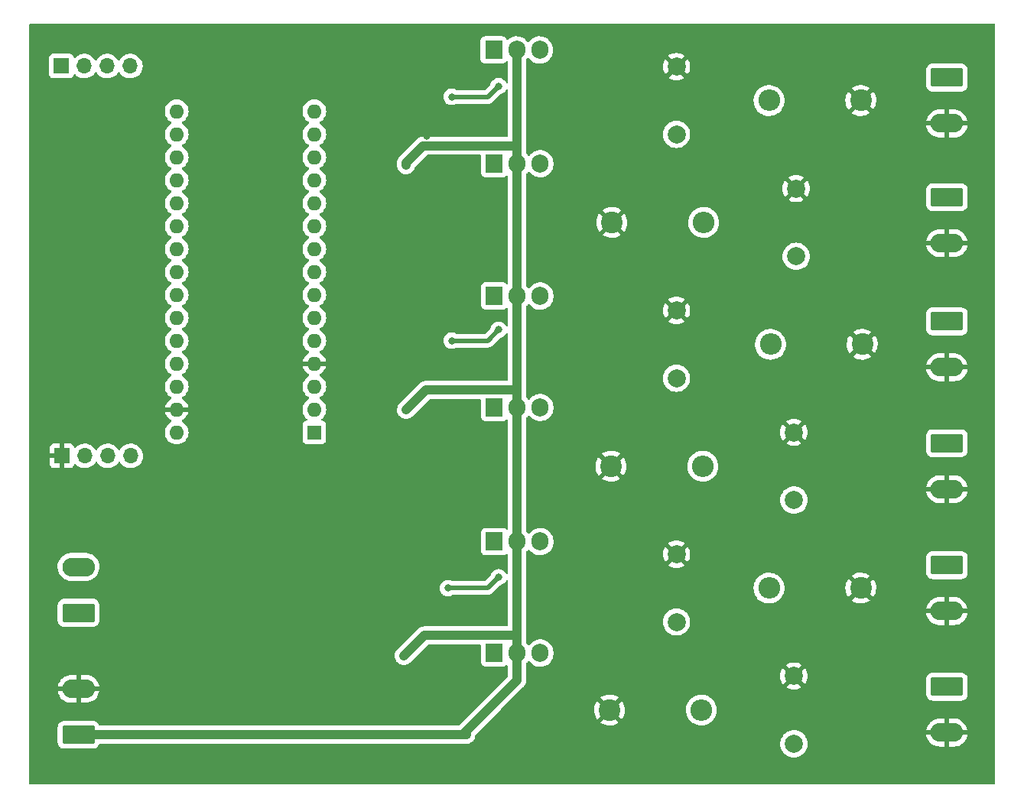
<source format=gbr>
%TF.GenerationSoftware,KiCad,Pcbnew,(6.0.7)*%
%TF.CreationDate,2023-02-22T11:31:18+02:00*%
%TF.ProjectId,Lamps_Type5,4c616d70-735f-4547-9970-65352e6b6963,rev?*%
%TF.SameCoordinates,Original*%
%TF.FileFunction,Copper,L2,Bot*%
%TF.FilePolarity,Positive*%
%FSLAX46Y46*%
G04 Gerber Fmt 4.6, Leading zero omitted, Abs format (unit mm)*
G04 Created by KiCad (PCBNEW (6.0.7)) date 2023-02-22 11:31:18*
%MOMM*%
%LPD*%
G01*
G04 APERTURE LIST*
G04 Aperture macros list*
%AMRoundRect*
0 Rectangle with rounded corners*
0 $1 Rounding radius*
0 $2 $3 $4 $5 $6 $7 $8 $9 X,Y pos of 4 corners*
0 Add a 4 corners polygon primitive as box body*
4,1,4,$2,$3,$4,$5,$6,$7,$8,$9,$2,$3,0*
0 Add four circle primitives for the rounded corners*
1,1,$1+$1,$2,$3*
1,1,$1+$1,$4,$5*
1,1,$1+$1,$6,$7*
1,1,$1+$1,$8,$9*
0 Add four rect primitives between the rounded corners*
20,1,$1+$1,$2,$3,$4,$5,0*
20,1,$1+$1,$4,$5,$6,$7,0*
20,1,$1+$1,$6,$7,$8,$9,0*
20,1,$1+$1,$8,$9,$2,$3,0*%
G04 Aperture macros list end*
%TA.AperFunction,ComponentPad*%
%ADD10RoundRect,0.249999X-1.550001X0.790001X-1.550001X-0.790001X1.550001X-0.790001X1.550001X0.790001X0*%
%TD*%
%TA.AperFunction,ComponentPad*%
%ADD11O,3.600000X2.080000*%
%TD*%
%TA.AperFunction,ComponentPad*%
%ADD12R,1.905000X2.000000*%
%TD*%
%TA.AperFunction,ComponentPad*%
%ADD13O,1.905000X2.000000*%
%TD*%
%TA.AperFunction,ComponentPad*%
%ADD14C,2.400000*%
%TD*%
%TA.AperFunction,ComponentPad*%
%ADD15O,2.400000X2.400000*%
%TD*%
%TA.AperFunction,ComponentPad*%
%ADD16C,2.000000*%
%TD*%
%TA.AperFunction,ComponentPad*%
%ADD17R,1.700000X1.700000*%
%TD*%
%TA.AperFunction,ComponentPad*%
%ADD18O,1.700000X1.700000*%
%TD*%
%TA.AperFunction,ComponentPad*%
%ADD19RoundRect,0.249999X1.550001X-0.790001X1.550001X0.790001X-1.550001X0.790001X-1.550001X-0.790001X0*%
%TD*%
%TA.AperFunction,ComponentPad*%
%ADD20R,1.600000X1.600000*%
%TD*%
%TA.AperFunction,ComponentPad*%
%ADD21O,1.600000X1.600000*%
%TD*%
%TA.AperFunction,ViaPad*%
%ADD22C,0.800000*%
%TD*%
%TA.AperFunction,Conductor*%
%ADD23C,1.000000*%
%TD*%
%TA.AperFunction,Conductor*%
%ADD24C,0.500000*%
%TD*%
G04 APERTURE END LIST*
D10*
%TO.P,J9,1,Pin_1*%
%TO.N,AO5*%
X259637500Y-115930000D03*
D11*
%TO.P,J9,2,Pin_2*%
%TO.N,GND*%
X259637500Y-121010000D03*
%TD*%
D12*
%TO.P,Q4,1,B*%
%TO.N,Net-(U2-Pad7)*%
X209530000Y-85010000D03*
D13*
%TO.P,Q4,2,C*%
%TO.N,+12V*%
X212070000Y-85010000D03*
%TO.P,Q4,3,E*%
%TO.N,AO3*%
X214610000Y-85010000D03*
%TD*%
D14*
%TO.P,R17,1*%
%TO.N,GND*%
X250110000Y-51010000D03*
D15*
%TO.P,R17,2*%
%TO.N,AO0*%
X239950000Y-51010000D03*
%TD*%
D16*
%TO.P,C17,1*%
%TO.N,AO2*%
X229700000Y-81760000D03*
%TO.P,C17,2*%
%TO.N,GND*%
X229700000Y-74260000D03*
%TD*%
%TO.P,C25,1*%
%TO.N,AO5*%
X242700000Y-122260000D03*
%TO.P,C25,2*%
%TO.N,GND*%
X242700000Y-114760000D03*
%TD*%
D10*
%TO.P,J7,1,Pin_1*%
%TO.N,AO3*%
X259637500Y-88970000D03*
D11*
%TO.P,J7,2,Pin_2*%
%TO.N,GND*%
X259637500Y-94050000D03*
%TD*%
D16*
%TO.P,C24,1*%
%TO.N,AO4*%
X229700000Y-108760000D03*
%TO.P,C24,2*%
%TO.N,GND*%
X229700000Y-101260000D03*
%TD*%
D14*
%TO.P,R18,1*%
%TO.N,GND*%
X222540000Y-64510000D03*
D15*
%TO.P,R18,2*%
%TO.N,AO1*%
X232700000Y-64510000D03*
%TD*%
D12*
%TO.P,Q5,1,B*%
%TO.N,Net-(U3-Pad1)*%
X209530000Y-99865000D03*
D13*
%TO.P,Q5,2,C*%
%TO.N,+12V*%
X212070000Y-99865000D03*
%TO.P,Q5,3,E*%
%TO.N,AO4*%
X214610000Y-99865000D03*
%TD*%
D12*
%TO.P,Q3,1,B*%
%TO.N,Net-(U2-Pad1)*%
X209530000Y-72665000D03*
D13*
%TO.P,Q3,2,C*%
%TO.N,+12V*%
X212070000Y-72665000D03*
%TO.P,Q3,3,E*%
%TO.N,AO2*%
X214610000Y-72665000D03*
%TD*%
D10*
%TO.P,J6,1,Pin_1*%
%TO.N,AO2*%
X259637500Y-75470000D03*
D11*
%TO.P,J6,2,Pin_2*%
%TO.N,GND*%
X259637500Y-80550000D03*
%TD*%
D16*
%TO.P,C18,1*%
%TO.N,AO3*%
X242700000Y-95260000D03*
%TO.P,C18,2*%
%TO.N,GND*%
X242700000Y-87760000D03*
%TD*%
D12*
%TO.P,Q6,1,B*%
%TO.N,Net-(U3-Pad7)*%
X209530000Y-112210000D03*
D13*
%TO.P,Q6,2,C*%
%TO.N,+12V*%
X212070000Y-112210000D03*
%TO.P,Q6,3,E*%
%TO.N,AO5*%
X214610000Y-112210000D03*
%TD*%
D14*
%TO.P,R29,1*%
%TO.N,GND*%
X250110000Y-105010000D03*
D15*
%TO.P,R29,2*%
%TO.N,AO4*%
X239950000Y-105010000D03*
%TD*%
D17*
%TO.P,J3,1,Pin_1*%
%TO.N,TX*%
X161620000Y-47190000D03*
D18*
%TO.P,J3,2,Pin_2*%
%TO.N,OE*%
X164160000Y-47190000D03*
%TO.P,J3,3,Pin_3*%
X166700000Y-47190000D03*
%TO.P,J3,4,Pin_4*%
%TO.N,RX*%
X169240000Y-47190000D03*
%TD*%
D14*
%TO.P,R19,1*%
%TO.N,GND*%
X250270000Y-78010000D03*
D15*
%TO.P,R19,2*%
%TO.N,AO2*%
X240110000Y-78010000D03*
%TD*%
D10*
%TO.P,J8,1,Pin_1*%
%TO.N,AO4*%
X259637500Y-102470000D03*
D11*
%TO.P,J8,2,Pin_2*%
%TO.N,GND*%
X259637500Y-107550000D03*
%TD*%
D12*
%TO.P,Q1,1,B*%
%TO.N,Net-(U1-Pad1)*%
X209470000Y-45410000D03*
D13*
%TO.P,Q1,2,C*%
%TO.N,+12V*%
X212010000Y-45410000D03*
%TO.P,Q1,3,E*%
%TO.N,AO0*%
X214550000Y-45410000D03*
%TD*%
D16*
%TO.P,C15,1*%
%TO.N,AO0*%
X229700000Y-54760000D03*
%TO.P,C15,2*%
%TO.N,GND*%
X229700000Y-47260000D03*
%TD*%
D17*
%TO.P,J2,1,Pin_1*%
%TO.N,GND*%
X161660000Y-90370000D03*
D18*
%TO.P,J2,2,Pin_2*%
%TO.N,Net-(J10-Pad1)*%
X164200000Y-90370000D03*
%TO.P,J2,3,Pin_3*%
%TO.N,Net-(J10-Pad2)*%
X166740000Y-90370000D03*
%TO.P,J2,4,Pin_4*%
%TO.N,+5V*%
X169280000Y-90370000D03*
%TD*%
D10*
%TO.P,J5,1,Pin_1*%
%TO.N,AO1*%
X259637500Y-61720000D03*
D11*
%TO.P,J5,2,Pin_2*%
%TO.N,GND*%
X259637500Y-66800000D03*
%TD*%
D19*
%TO.P,J1,1,Pin_1*%
%TO.N,+12V*%
X163500000Y-121250000D03*
D11*
%TO.P,J1,2,Pin_2*%
%TO.N,GND*%
X163500000Y-116170000D03*
%TD*%
D12*
%TO.P,Q2,1,B*%
%TO.N,Net-(U1-Pad7)*%
X209530000Y-58010000D03*
D13*
%TO.P,Q2,2,C*%
%TO.N,+12V*%
X212070000Y-58010000D03*
%TO.P,Q2,3,E*%
%TO.N,AO1*%
X214610000Y-58010000D03*
%TD*%
D11*
%TO.P,J10,2,Pin_2*%
%TO.N,Net-(J10-Pad2)*%
X163500000Y-102670000D03*
D19*
%TO.P,J10,1,Pin_1*%
%TO.N,Net-(J10-Pad1)*%
X163500000Y-107750000D03*
%TD*%
D16*
%TO.P,C16,1*%
%TO.N,AO1*%
X242950000Y-68260000D03*
%TO.P,C16,2*%
%TO.N,GND*%
X242950000Y-60760000D03*
%TD*%
D14*
%TO.P,R20,1*%
%TO.N,GND*%
X222450000Y-91510000D03*
D15*
%TO.P,R20,2*%
%TO.N,AO3*%
X232610000Y-91510000D03*
%TD*%
D10*
%TO.P,J4,1,Pin_1*%
%TO.N,AO0*%
X259637500Y-48470000D03*
D11*
%TO.P,J4,2,Pin_2*%
%TO.N,GND*%
X259637500Y-53550000D03*
%TD*%
D14*
%TO.P,R30,1*%
%TO.N,GND*%
X222290000Y-118510000D03*
D15*
%TO.P,R30,2*%
%TO.N,AO5*%
X232450000Y-118510000D03*
%TD*%
D20*
%TO.P,A1,1,D1/TX*%
%TO.N,TX*%
X189610000Y-87770000D03*
D21*
%TO.P,A1,2,D0/RX*%
%TO.N,RX*%
X189610000Y-85230000D03*
%TO.P,A1,3,~{RESET}*%
%TO.N,unconnected-(A1-Pad3)*%
X189610000Y-82690000D03*
%TO.P,A1,4,GND*%
%TO.N,GND*%
X189610000Y-80150000D03*
%TO.P,A1,5,D2*%
%TO.N,OE*%
X189610000Y-77610000D03*
%TO.P,A1,6,D3*%
%TO.N,PWM5*%
X189610000Y-75070000D03*
%TO.P,A1,7,D4*%
%TO.N,unconnected-(A1-Pad7)*%
X189610000Y-72530000D03*
%TO.P,A1,8,D5*%
%TO.N,PWM4*%
X189610000Y-69990000D03*
%TO.P,A1,9,D6*%
%TO.N,PWM3*%
X189610000Y-67450000D03*
%TO.P,A1,10,D7*%
%TO.N,unconnected-(A1-Pad10)*%
X189610000Y-64910000D03*
%TO.P,A1,11,D8*%
%TO.N,unconnected-(A1-Pad11)*%
X189610000Y-62370000D03*
%TO.P,A1,12,D9*%
%TO.N,PWM2*%
X189610000Y-59830000D03*
%TO.P,A1,13,D10*%
%TO.N,PWM1*%
X189610000Y-57290000D03*
%TO.P,A1,14,D11*%
%TO.N,PWM0*%
X189610000Y-54750000D03*
%TO.P,A1,15,D12*%
%TO.N,unconnected-(A1-Pad15)*%
X189610000Y-52210000D03*
%TO.P,A1,16,D13*%
%TO.N,unconnected-(A1-Pad16)*%
X174370000Y-52210000D03*
%TO.P,A1,17,3V3*%
%TO.N,unconnected-(A1-Pad17)*%
X174370000Y-54750000D03*
%TO.P,A1,18,AREF*%
%TO.N,unconnected-(A1-Pad18)*%
X174370000Y-57290000D03*
%TO.P,A1,19,A0*%
%TO.N,unconnected-(A1-Pad19)*%
X174370000Y-59830000D03*
%TO.P,A1,20,A1*%
%TO.N,unconnected-(A1-Pad20)*%
X174370000Y-62370000D03*
%TO.P,A1,21,A2*%
%TO.N,unconnected-(A1-Pad21)*%
X174370000Y-64910000D03*
%TO.P,A1,22,A3*%
%TO.N,unconnected-(A1-Pad22)*%
X174370000Y-67450000D03*
%TO.P,A1,23,A4*%
%TO.N,unconnected-(A1-Pad23)*%
X174370000Y-69990000D03*
%TO.P,A1,24,A5*%
%TO.N,unconnected-(A1-Pad24)*%
X174370000Y-72530000D03*
%TO.P,A1,25,A6*%
%TO.N,unconnected-(A1-Pad25)*%
X174370000Y-75070000D03*
%TO.P,A1,26,A7*%
%TO.N,unconnected-(A1-Pad26)*%
X174370000Y-77610000D03*
%TO.P,A1,27,+5V*%
%TO.N,+5V*%
X174370000Y-80150000D03*
%TO.P,A1,28,~{RESET}*%
%TO.N,unconnected-(A1-Pad28)*%
X174370000Y-82690000D03*
%TO.P,A1,29,GND*%
%TO.N,GND*%
X174370000Y-85230000D03*
%TO.P,A1,30,VIN*%
%TO.N,unconnected-(A1-Pad30)*%
X174370000Y-87770000D03*
%TD*%
D22*
%TO.N,GND*%
X192000000Y-88000000D03*
X192100000Y-82600000D03*
X191800000Y-77700000D03*
X185000000Y-81500000D03*
X183200000Y-83600000D03*
X183500000Y-79300000D03*
X186900000Y-83400000D03*
X187000000Y-79800000D03*
X197710000Y-56010000D03*
X194610000Y-61210000D03*
X194410000Y-66210000D03*
X193010000Y-71410000D03*
%TO.N,Net-(R10-Pad2)*%
X204810000Y-50610000D03*
%TO.N,Net-(R13-Pad1)*%
X204810000Y-77610000D03*
%TO.N,Net-(R25-Pad1)*%
X204410000Y-105010000D03*
%TO.N,Net-(R10-Pad2)*%
X210010000Y-49410000D03*
%TO.N,Net-(R13-Pad1)*%
X210010000Y-76410000D03*
%TO.N,Net-(R25-Pad1)*%
X210010000Y-103810000D03*
%TO.N,GND*%
X261110000Y-124260000D03*
X178125000Y-102725000D03*
X180375000Y-98725000D03*
X184125000Y-96725000D03*
X263110000Y-125510000D03*
X196810000Y-77210000D03*
X192400000Y-111700000D03*
X261610000Y-45760000D03*
X199870000Y-54210000D03*
X201510000Y-77410000D03*
X192000000Y-56000000D03*
X194800000Y-56010000D03*
X196520000Y-85515000D03*
X195770000Y-49410000D03*
X191700000Y-72500000D03*
X195770000Y-51910000D03*
X196810000Y-114810000D03*
X192000000Y-68750000D03*
X162750000Y-125500000D03*
X192200000Y-66000000D03*
X182375000Y-111225000D03*
X184375000Y-98975000D03*
X198810000Y-79210000D03*
X185625000Y-103975000D03*
X182375000Y-107725000D03*
X202020000Y-54910000D03*
X182375000Y-109475000D03*
X159500000Y-121250000D03*
X204520000Y-60160000D03*
X192200000Y-116100000D03*
X263360000Y-123260000D03*
X196410000Y-58660000D03*
X196770000Y-81765000D03*
X178375000Y-96975000D03*
X196610000Y-87410000D03*
X201270000Y-50160000D03*
X186625000Y-102975000D03*
X179375000Y-103975000D03*
X199520000Y-51660000D03*
X186625000Y-100975000D03*
X200210000Y-87610000D03*
X186375000Y-98975000D03*
X197020000Y-108015000D03*
X263360000Y-47760000D03*
X200020000Y-60160000D03*
X180125000Y-96475000D03*
X263360000Y-43760000D03*
X197100000Y-104800000D03*
X193810000Y-68610000D03*
X259860000Y-44010000D03*
X159250000Y-125500000D03*
X186375000Y-96975000D03*
X160750000Y-123500000D03*
X178125000Y-100975000D03*
X178125000Y-99225000D03*
X191800000Y-61400000D03*
X198020000Y-106015000D03*
X192000000Y-58500000D03*
X259360000Y-125510000D03*
X198800000Y-108600000D03*
X193100000Y-73700000D03*
%TO.N,+12V*%
X199770000Y-58160000D03*
X199770000Y-85265000D03*
X199520000Y-112515000D03*
%TD*%
D23*
%TO.N,+12V*%
X212070000Y-58010000D02*
X212070000Y-56010000D01*
X206025000Y-121260000D02*
X212070000Y-115215000D01*
X163000000Y-121250000D02*
X206415000Y-121250000D01*
D24*
%TO.N,Net-(R25-Pad1)*%
X204410000Y-105010000D02*
X208810000Y-105010000D01*
X208810000Y-105010000D02*
X210010000Y-103810000D01*
%TO.N,Net-(R13-Pad1)*%
X208810000Y-77610000D02*
X210010000Y-76410000D01*
X204810000Y-77610000D02*
X208810000Y-77610000D01*
%TO.N,Net-(R10-Pad2)*%
X208810000Y-50610000D02*
X210010000Y-49410000D01*
X204810000Y-50610000D02*
X208810000Y-50610000D01*
D23*
%TO.N,+12V*%
X201970000Y-83065000D02*
X212070000Y-83065000D01*
X212070000Y-112210000D02*
X212070000Y-115215000D01*
X212070000Y-57865000D02*
X212070000Y-84065000D01*
X212070000Y-110265000D02*
X212070000Y-112265000D01*
X199770000Y-85265000D02*
X201970000Y-83065000D01*
X212070000Y-45410000D02*
X212070000Y-56010000D01*
X201670000Y-56010000D02*
X199770000Y-57910000D01*
X212070000Y-84065000D02*
X212070000Y-110265000D01*
X199520000Y-112515000D02*
X201770000Y-110265000D01*
X199770000Y-58160000D02*
X199770000Y-57910000D01*
X201770000Y-110265000D02*
X212070000Y-110265000D01*
X212070000Y-56010000D02*
X201670000Y-56010000D01*
%TD*%
%TA.AperFunction,Conductor*%
%TO.N,GND*%
G36*
X264933621Y-42528502D02*
G01*
X264980114Y-42582158D01*
X264991500Y-42634500D01*
X264991500Y-126615500D01*
X264971498Y-126683621D01*
X264917842Y-126730114D01*
X264865500Y-126741500D01*
X158134500Y-126741500D01*
X158066379Y-126721498D01*
X158019886Y-126667842D01*
X158008500Y-126615500D01*
X158008500Y-120409599D01*
X161191500Y-120409599D01*
X161191501Y-122090400D01*
X161202474Y-122196167D01*
X161204658Y-122202713D01*
X161255729Y-122355789D01*
X161258450Y-122363946D01*
X161351521Y-122514349D01*
X161356703Y-122519522D01*
X161414879Y-122577597D01*
X161476697Y-122639306D01*
X161482927Y-122643146D01*
X161619927Y-122727594D01*
X161627261Y-122732115D01*
X161707004Y-122758564D01*
X161788610Y-122785632D01*
X161788612Y-122785632D01*
X161795138Y-122787797D01*
X161801974Y-122788497D01*
X161801977Y-122788498D01*
X161845030Y-122792909D01*
X161899599Y-122798500D01*
X163487658Y-122798500D01*
X165100400Y-122798499D01*
X165206167Y-122787526D01*
X165365347Y-122734419D01*
X165367002Y-122733867D01*
X165367004Y-122733866D01*
X165373946Y-122731550D01*
X165524349Y-122638479D01*
X165649306Y-122513303D01*
X165742115Y-122362739D01*
X165748054Y-122344834D01*
X165788484Y-122286473D01*
X165854048Y-122259236D01*
X165867647Y-122258500D01*
X205871103Y-122258500D01*
X205884710Y-122259237D01*
X206008263Y-122272659D01*
X206008267Y-122272659D01*
X206014388Y-122273324D01*
X206166687Y-122260000D01*
X241186835Y-122260000D01*
X241205465Y-122496711D01*
X241206619Y-122501518D01*
X241206620Y-122501524D01*
X241220179Y-122558000D01*
X241260895Y-122727594D01*
X241262788Y-122732165D01*
X241262789Y-122732167D01*
X241290265Y-122798499D01*
X241351760Y-122946963D01*
X241354346Y-122951183D01*
X241473241Y-123145202D01*
X241473245Y-123145208D01*
X241475824Y-123149416D01*
X241630031Y-123329969D01*
X241810584Y-123484176D01*
X241814792Y-123486755D01*
X241814798Y-123486759D01*
X242008817Y-123605654D01*
X242013037Y-123608240D01*
X242017607Y-123610133D01*
X242017611Y-123610135D01*
X242227833Y-123697211D01*
X242232406Y-123699105D01*
X242312609Y-123718360D01*
X242458476Y-123753380D01*
X242458482Y-123753381D01*
X242463289Y-123754535D01*
X242700000Y-123773165D01*
X242936711Y-123754535D01*
X242941518Y-123753381D01*
X242941524Y-123753380D01*
X243087391Y-123718360D01*
X243167594Y-123699105D01*
X243172167Y-123697211D01*
X243382389Y-123610135D01*
X243382393Y-123610133D01*
X243386963Y-123608240D01*
X243391183Y-123605654D01*
X243585202Y-123486759D01*
X243585208Y-123486755D01*
X243589416Y-123484176D01*
X243769969Y-123329969D01*
X243924176Y-123149416D01*
X243926755Y-123145208D01*
X243926759Y-123145202D01*
X244045654Y-122951183D01*
X244048240Y-122946963D01*
X244109736Y-122798499D01*
X244137211Y-122732167D01*
X244137212Y-122732165D01*
X244139105Y-122727594D01*
X244179821Y-122558000D01*
X244193380Y-122501524D01*
X244193381Y-122501518D01*
X244194535Y-122496711D01*
X244213165Y-122260000D01*
X244194535Y-122023289D01*
X244185779Y-121986815D01*
X244140260Y-121797218D01*
X244139105Y-121792406D01*
X244137211Y-121787833D01*
X244050135Y-121577611D01*
X244050133Y-121577607D01*
X244048240Y-121573037D01*
X243978758Y-121459653D01*
X243926759Y-121374798D01*
X243926755Y-121374792D01*
X243924176Y-121370584D01*
X243847761Y-121281114D01*
X257350507Y-121281114D01*
X257353460Y-121306631D01*
X257355419Y-121316521D01*
X257420489Y-121546476D01*
X257424003Y-121555927D01*
X257525006Y-121772528D01*
X257529985Y-121781292D01*
X257664314Y-121978951D01*
X257670638Y-121986815D01*
X257834836Y-122160451D01*
X257842343Y-122167210D01*
X258032188Y-122312357D01*
X258040667Y-122317821D01*
X258251283Y-122430752D01*
X258260529Y-122434792D01*
X258486487Y-122512596D01*
X258496268Y-122515107D01*
X258732834Y-122555969D01*
X258740706Y-122556824D01*
X258765185Y-122557936D01*
X258768018Y-122558000D01*
X259365385Y-122558000D01*
X259380624Y-122553525D01*
X259381829Y-122552135D01*
X259383500Y-122544452D01*
X259383500Y-122539885D01*
X259891500Y-122539885D01*
X259895975Y-122555124D01*
X259897365Y-122556329D01*
X259905048Y-122558000D01*
X260457572Y-122558000D01*
X260462604Y-122557798D01*
X260640759Y-122543464D01*
X260650712Y-122541852D01*
X260882800Y-122484846D01*
X260892370Y-122481663D01*
X261112360Y-122388282D01*
X261121299Y-122383608D01*
X261323524Y-122256261D01*
X261331599Y-122250220D01*
X261510868Y-122092173D01*
X261517871Y-122084921D01*
X261669562Y-121900250D01*
X261675318Y-121891967D01*
X261795531Y-121685421D01*
X261799893Y-121676316D01*
X261885534Y-121453215D01*
X261888385Y-121443526D01*
X261922185Y-121281736D01*
X261921062Y-121267675D01*
X261910954Y-121264000D01*
X259909615Y-121264000D01*
X259894376Y-121268475D01*
X259893171Y-121269865D01*
X259891500Y-121277548D01*
X259891500Y-122539885D01*
X259383500Y-122539885D01*
X259383500Y-121282115D01*
X259379025Y-121266876D01*
X259377635Y-121265671D01*
X259369952Y-121264000D01*
X257366642Y-121264000D01*
X257352556Y-121268136D01*
X257350507Y-121281114D01*
X243847761Y-121281114D01*
X243769969Y-121190031D01*
X243589416Y-121035824D01*
X243585208Y-121033245D01*
X243585202Y-121033241D01*
X243391183Y-120914346D01*
X243386963Y-120911760D01*
X243382393Y-120909867D01*
X243382389Y-120909865D01*
X243172167Y-120822789D01*
X243172165Y-120822788D01*
X243167594Y-120820895D01*
X243087391Y-120801640D01*
X242941524Y-120766620D01*
X242941518Y-120766619D01*
X242936711Y-120765465D01*
X242700000Y-120746835D01*
X242463289Y-120765465D01*
X242458482Y-120766619D01*
X242458476Y-120766620D01*
X242312609Y-120801640D01*
X242232406Y-120820895D01*
X242227835Y-120822788D01*
X242227833Y-120822789D01*
X242017611Y-120909865D01*
X242017607Y-120909867D01*
X242013037Y-120911760D01*
X242008817Y-120914346D01*
X241814798Y-121033241D01*
X241814792Y-121033245D01*
X241810584Y-121035824D01*
X241630031Y-121190031D01*
X241475824Y-121370584D01*
X241473245Y-121374792D01*
X241473241Y-121374798D01*
X241421242Y-121459653D01*
X241351760Y-121573037D01*
X241349867Y-121577607D01*
X241349865Y-121577611D01*
X241262789Y-121787833D01*
X241260895Y-121792406D01*
X241259740Y-121797218D01*
X241214222Y-121986815D01*
X241205465Y-122023289D01*
X241186835Y-122260000D01*
X206166687Y-122260000D01*
X206178357Y-122258979D01*
X206189338Y-122258500D01*
X206464769Y-122258500D01*
X206467825Y-122258200D01*
X206467832Y-122258200D01*
X206526340Y-122252463D01*
X206611833Y-122244080D01*
X206617734Y-122242298D01*
X206617736Y-122242298D01*
X206691053Y-122220162D01*
X206801169Y-122186916D01*
X206975796Y-122094066D01*
X207068478Y-122018476D01*
X207124287Y-121972960D01*
X207124290Y-121972957D01*
X207129062Y-121969065D01*
X207192843Y-121891967D01*
X207251201Y-121821425D01*
X207251203Y-121821421D01*
X207255130Y-121816675D01*
X207349198Y-121642701D01*
X207407682Y-121453768D01*
X207408759Y-121443526D01*
X207420660Y-121330285D01*
X207447673Y-121264628D01*
X207456875Y-121254360D01*
X207972971Y-120738264D01*
X257352815Y-120738264D01*
X257353938Y-120752325D01*
X257364046Y-120756000D01*
X259365385Y-120756000D01*
X259380624Y-120751525D01*
X259381829Y-120750135D01*
X259383500Y-120742452D01*
X259383500Y-120737885D01*
X259891500Y-120737885D01*
X259895975Y-120753124D01*
X259897365Y-120754329D01*
X259905048Y-120756000D01*
X261908358Y-120756000D01*
X261922444Y-120751864D01*
X261924493Y-120738886D01*
X261921540Y-120713369D01*
X261919581Y-120703479D01*
X261854511Y-120473524D01*
X261850997Y-120464073D01*
X261749994Y-120247472D01*
X261745015Y-120238708D01*
X261610686Y-120041049D01*
X261604362Y-120033185D01*
X261440164Y-119859549D01*
X261432657Y-119852790D01*
X261242812Y-119707643D01*
X261234333Y-119702179D01*
X261023717Y-119589248D01*
X261014471Y-119585208D01*
X260788513Y-119507404D01*
X260778732Y-119504893D01*
X260542166Y-119464031D01*
X260534294Y-119463176D01*
X260509815Y-119462064D01*
X260506982Y-119462000D01*
X259909615Y-119462000D01*
X259894376Y-119466475D01*
X259893171Y-119467865D01*
X259891500Y-119475548D01*
X259891500Y-120737885D01*
X259383500Y-120737885D01*
X259383500Y-119480115D01*
X259379025Y-119464876D01*
X259377635Y-119463671D01*
X259369952Y-119462000D01*
X258817428Y-119462000D01*
X258812396Y-119462202D01*
X258634241Y-119476536D01*
X258624288Y-119478148D01*
X258392200Y-119535154D01*
X258382630Y-119538337D01*
X258162640Y-119631718D01*
X258153701Y-119636392D01*
X257951476Y-119763739D01*
X257943401Y-119769780D01*
X257764132Y-119927827D01*
X257757129Y-119935079D01*
X257605438Y-120119750D01*
X257599682Y-120128033D01*
X257479469Y-120334579D01*
X257475107Y-120343684D01*
X257389466Y-120566785D01*
X257386615Y-120576474D01*
X257352815Y-120738264D01*
X207972971Y-120738264D01*
X208827876Y-119883359D01*
X221281386Y-119883359D01*
X221290099Y-119894879D01*
X221378586Y-119959760D01*
X221386505Y-119964708D01*
X221602877Y-120078547D01*
X221611451Y-120082275D01*
X221842282Y-120162885D01*
X221851291Y-120165299D01*
X222091518Y-120210908D01*
X222100775Y-120211962D01*
X222345107Y-120221563D01*
X222354420Y-120221237D01*
X222597478Y-120194618D01*
X222606655Y-120192917D01*
X222843107Y-120130665D01*
X222851926Y-120127628D01*
X223076584Y-120031107D01*
X223084856Y-120026800D01*
X223292777Y-119898135D01*
X223294620Y-119896796D01*
X223302038Y-119885541D01*
X223295974Y-119875184D01*
X222302812Y-118882022D01*
X222288868Y-118874408D01*
X222287035Y-118874539D01*
X222280420Y-118878790D01*
X221288044Y-119871166D01*
X221281386Y-119883359D01*
X208827876Y-119883359D01*
X210241399Y-118469835D01*
X220578022Y-118469835D01*
X220589754Y-118714064D01*
X220590891Y-118723324D01*
X220638593Y-118963143D01*
X220641082Y-118972118D01*
X220723708Y-119202250D01*
X220727505Y-119210778D01*
X220843234Y-119426160D01*
X220848245Y-119434027D01*
X220905173Y-119510263D01*
X220916431Y-119518712D01*
X220928850Y-119511940D01*
X221917978Y-118522812D01*
X221924356Y-118511132D01*
X222654408Y-118511132D01*
X222654539Y-118512965D01*
X222658790Y-118519580D01*
X223653732Y-119514522D01*
X223666112Y-119521282D01*
X223674453Y-119515038D01*
X223792700Y-119331202D01*
X223797147Y-119323011D01*
X223897572Y-119100076D01*
X223900767Y-119091298D01*
X223967135Y-118855973D01*
X223968993Y-118846844D01*
X224000044Y-118602770D01*
X224000525Y-118596483D01*
X224002706Y-118513160D01*
X224002555Y-118506851D01*
X223999456Y-118465151D01*
X230737296Y-118465151D01*
X230737520Y-118469817D01*
X230737520Y-118469822D01*
X230740066Y-118522812D01*
X230749480Y-118718798D01*
X230799021Y-118967857D01*
X230800600Y-118972255D01*
X230800602Y-118972262D01*
X230845022Y-119095980D01*
X230884831Y-119206858D01*
X230887048Y-119210984D01*
X231002666Y-119426160D01*
X231005025Y-119430551D01*
X231007820Y-119434294D01*
X231007822Y-119434297D01*
X231154171Y-119630282D01*
X231154176Y-119630288D01*
X231156963Y-119634020D01*
X231160272Y-119637300D01*
X231160277Y-119637306D01*
X231258859Y-119735031D01*
X231337307Y-119812797D01*
X231341069Y-119815555D01*
X231341072Y-119815558D01*
X231416912Y-119871166D01*
X231542094Y-119962953D01*
X231546229Y-119965129D01*
X231546233Y-119965131D01*
X231597067Y-119991876D01*
X231766827Y-120081191D01*
X231899803Y-120127628D01*
X232000764Y-120162885D01*
X232006568Y-120164912D01*
X232256050Y-120212278D01*
X232376532Y-120217011D01*
X232505125Y-120222064D01*
X232505130Y-120222064D01*
X232509793Y-120222247D01*
X232600821Y-120212278D01*
X232757569Y-120195112D01*
X232757575Y-120195111D01*
X232762222Y-120194602D01*
X232871680Y-120165784D01*
X232958234Y-120142996D01*
X233007793Y-120129948D01*
X233214713Y-120041049D01*
X233236807Y-120031557D01*
X233236810Y-120031555D01*
X233241110Y-120029708D01*
X233245090Y-120027245D01*
X233245094Y-120027243D01*
X233453064Y-119898547D01*
X233453066Y-119898545D01*
X233457047Y-119896082D01*
X233500202Y-119859549D01*
X233647289Y-119735031D01*
X233647291Y-119735029D01*
X233650862Y-119732006D01*
X233818295Y-119541084D01*
X233822110Y-119535154D01*
X233953141Y-119331442D01*
X233955669Y-119327512D01*
X234059967Y-119095980D01*
X234061288Y-119091298D01*
X234094859Y-118972262D01*
X234128896Y-118851575D01*
X234160943Y-118599667D01*
X234161027Y-118596483D01*
X234162264Y-118549233D01*
X234163291Y-118510000D01*
X234159612Y-118460497D01*
X234144818Y-118261411D01*
X234144817Y-118261407D01*
X234144472Y-118256759D01*
X234133449Y-118208042D01*
X234089459Y-118013639D01*
X234088428Y-118009082D01*
X233996391Y-117772409D01*
X233975866Y-117736498D01*
X233872702Y-117555997D01*
X233872700Y-117555995D01*
X233870383Y-117551940D01*
X233713171Y-117352517D01*
X233550532Y-117199522D01*
X233531610Y-117181722D01*
X233531608Y-117181720D01*
X233528209Y-117178523D01*
X233471166Y-117138951D01*
X233323393Y-117036437D01*
X233323390Y-117036435D01*
X233319561Y-117033779D01*
X233315384Y-117031719D01*
X233315377Y-117031715D01*
X233095996Y-116923528D01*
X233095992Y-116923527D01*
X233091810Y-116921464D01*
X232849960Y-116844047D01*
X232802489Y-116836316D01*
X232603935Y-116803980D01*
X232603934Y-116803980D01*
X232599323Y-116803229D01*
X232472364Y-116801567D01*
X232350083Y-116799966D01*
X232350080Y-116799966D01*
X232345406Y-116799905D01*
X232093787Y-116834149D01*
X232089301Y-116835457D01*
X232089299Y-116835457D01*
X232086352Y-116836316D01*
X231849993Y-116905208D01*
X231845740Y-116907168D01*
X231845739Y-116907169D01*
X231817818Y-116920041D01*
X231619380Y-117011522D01*
X231615471Y-117014085D01*
X231410928Y-117148189D01*
X231410923Y-117148193D01*
X231407015Y-117150755D01*
X231366324Y-117187073D01*
X231224902Y-117313297D01*
X231217562Y-117319848D01*
X231055183Y-117515087D01*
X230923447Y-117732182D01*
X230921638Y-117736496D01*
X230921637Y-117736498D01*
X230908190Y-117768567D01*
X230825246Y-117966365D01*
X230824095Y-117970897D01*
X230824094Y-117970900D01*
X230793017Y-118093267D01*
X230762738Y-118212490D01*
X230737296Y-118465151D01*
X223999456Y-118465151D01*
X223984321Y-118261486D01*
X223982944Y-118252280D01*
X223928979Y-118013786D01*
X223926255Y-118004875D01*
X223837633Y-117776983D01*
X223833619Y-117768567D01*
X223712284Y-117556276D01*
X223707074Y-117548553D01*
X223675787Y-117508865D01*
X223663863Y-117500395D01*
X223652328Y-117506882D01*
X222662022Y-118497188D01*
X222654408Y-118511132D01*
X221924356Y-118511132D01*
X221925592Y-118508868D01*
X221925461Y-118507035D01*
X221921210Y-118500420D01*
X220926828Y-117506038D01*
X220913520Y-117498771D01*
X220903481Y-117505893D01*
X220898581Y-117511784D01*
X220893168Y-117519373D01*
X220766322Y-117728409D01*
X220762084Y-117736726D01*
X220667529Y-117962214D01*
X220664572Y-117971052D01*
X220604384Y-118208042D01*
X220602763Y-118217232D01*
X220578267Y-118460510D01*
X220578022Y-118469835D01*
X210241399Y-118469835D01*
X211576317Y-117134917D01*
X221279330Y-117134917D01*
X221283903Y-117144693D01*
X222277188Y-118137978D01*
X222291132Y-118145592D01*
X222292965Y-118145461D01*
X222299580Y-118141210D01*
X223292488Y-117148302D01*
X223298872Y-117136612D01*
X223289460Y-117124502D01*
X223163144Y-117036873D01*
X223155116Y-117032145D01*
X222935810Y-116923995D01*
X222927177Y-116920507D01*
X222694288Y-116845958D01*
X222685238Y-116843785D01*
X222443891Y-116804480D01*
X222434602Y-116803668D01*
X222190114Y-116800467D01*
X222180803Y-116801037D01*
X221938522Y-116834010D01*
X221929403Y-116835948D01*
X221694668Y-116904367D01*
X221685915Y-116907639D01*
X221463869Y-117010004D01*
X221455714Y-117014524D01*
X221288468Y-117124175D01*
X221279330Y-117134917D01*
X211576317Y-117134917D01*
X212718564Y-115992670D01*
X241832160Y-115992670D01*
X241837887Y-116000320D01*
X242009042Y-116105205D01*
X242017837Y-116109687D01*
X242227988Y-116196734D01*
X242237373Y-116199783D01*
X242458554Y-116252885D01*
X242468301Y-116254428D01*
X242695070Y-116272275D01*
X242704930Y-116272275D01*
X242931699Y-116254428D01*
X242941446Y-116252885D01*
X243162627Y-116199783D01*
X243172012Y-116196734D01*
X243382163Y-116109687D01*
X243390958Y-116105205D01*
X243558445Y-116002568D01*
X243567907Y-115992110D01*
X243564124Y-115983334D01*
X242712812Y-115132022D01*
X242698868Y-115124408D01*
X242697035Y-115124539D01*
X242690420Y-115128790D01*
X241838920Y-115980290D01*
X241832160Y-115992670D01*
X212718564Y-115992670D01*
X212739379Y-115971855D01*
X212749522Y-115962753D01*
X212774218Y-115942897D01*
X212779025Y-115939032D01*
X212811292Y-115900578D01*
X212814472Y-115896931D01*
X212816115Y-115895119D01*
X212818309Y-115892925D01*
X212845642Y-115859651D01*
X212846348Y-115858800D01*
X212902195Y-115792244D01*
X212906154Y-115787526D01*
X212908722Y-115782856D01*
X212912103Y-115778739D01*
X212955977Y-115696914D01*
X212956606Y-115695755D01*
X212998462Y-115619619D01*
X212998465Y-115619611D01*
X213001433Y-115614213D01*
X213003045Y-115609131D01*
X213005562Y-115604437D01*
X213032762Y-115515469D01*
X213033108Y-115514358D01*
X213036495Y-115503684D01*
X213061235Y-115425694D01*
X213061829Y-115420398D01*
X213063387Y-115415302D01*
X213072790Y-115322743D01*
X213072911Y-115321607D01*
X213078500Y-115271773D01*
X213078500Y-115268246D01*
X213078555Y-115267261D01*
X213079002Y-115261581D01*
X213083374Y-115218538D01*
X213079059Y-115172891D01*
X213078500Y-115161033D01*
X213078500Y-114764930D01*
X241187725Y-114764930D01*
X241205572Y-114991699D01*
X241207115Y-115001446D01*
X241260217Y-115222627D01*
X241263266Y-115232012D01*
X241350313Y-115442163D01*
X241354795Y-115450958D01*
X241457432Y-115618445D01*
X241467890Y-115627907D01*
X241476666Y-115624124D01*
X242327978Y-114772812D01*
X242334356Y-114761132D01*
X243064408Y-114761132D01*
X243064539Y-114762965D01*
X243068790Y-114769580D01*
X243920290Y-115621080D01*
X243932670Y-115627840D01*
X243940320Y-115622113D01*
X244045205Y-115450958D01*
X244049687Y-115442163D01*
X244136734Y-115232012D01*
X244139783Y-115222627D01*
X244171721Y-115089599D01*
X257329000Y-115089599D01*
X257329001Y-116770400D01*
X257339974Y-116876167D01*
X257342158Y-116882713D01*
X257393230Y-117035792D01*
X257395950Y-117043946D01*
X257489021Y-117194349D01*
X257614197Y-117319306D01*
X257764761Y-117412115D01*
X257777261Y-117416261D01*
X257926110Y-117465632D01*
X257926112Y-117465632D01*
X257932638Y-117467797D01*
X257939474Y-117468497D01*
X257939477Y-117468498D01*
X257977143Y-117472357D01*
X258037099Y-117478500D01*
X259625158Y-117478500D01*
X261237900Y-117478499D01*
X261343667Y-117467526D01*
X261502847Y-117414419D01*
X261504502Y-117413867D01*
X261504504Y-117413866D01*
X261511446Y-117411550D01*
X261661849Y-117318479D01*
X261786806Y-117193303D01*
X261879615Y-117042739D01*
X261916170Y-116932528D01*
X261933132Y-116881390D01*
X261933132Y-116881388D01*
X261935297Y-116874862D01*
X261938259Y-116845958D01*
X261942508Y-116804480D01*
X261946000Y-116770401D01*
X261945999Y-115089600D01*
X261935026Y-114983833D01*
X261885094Y-114834170D01*
X261881367Y-114822998D01*
X261881366Y-114822996D01*
X261879050Y-114816054D01*
X261785979Y-114665651D01*
X261742252Y-114622000D01*
X261722621Y-114602403D01*
X261660803Y-114540694D01*
X261510239Y-114447885D01*
X261349764Y-114394658D01*
X261348890Y-114394368D01*
X261348888Y-114394368D01*
X261342362Y-114392203D01*
X261335526Y-114391503D01*
X261335523Y-114391502D01*
X261292470Y-114387091D01*
X261237901Y-114381500D01*
X259649842Y-114381500D01*
X258037100Y-114381501D01*
X257931333Y-114392474D01*
X257924786Y-114394658D01*
X257924787Y-114394658D01*
X257770498Y-114446133D01*
X257770496Y-114446134D01*
X257763554Y-114448450D01*
X257613151Y-114541521D01*
X257488194Y-114666697D01*
X257484354Y-114672927D01*
X257428854Y-114762965D01*
X257395385Y-114817261D01*
X257339703Y-114985138D01*
X257329000Y-115089599D01*
X244171721Y-115089599D01*
X244192885Y-115001446D01*
X244194428Y-114991699D01*
X244212275Y-114764930D01*
X244212275Y-114755070D01*
X244194428Y-114528301D01*
X244192885Y-114518554D01*
X244139783Y-114297373D01*
X244136734Y-114287988D01*
X244049687Y-114077837D01*
X244045205Y-114069042D01*
X243942568Y-113901555D01*
X243932110Y-113892093D01*
X243923334Y-113895876D01*
X243072022Y-114747188D01*
X243064408Y-114761132D01*
X242334356Y-114761132D01*
X242335592Y-114758868D01*
X242335461Y-114757035D01*
X242331210Y-114750420D01*
X241479710Y-113898920D01*
X241467330Y-113892160D01*
X241459680Y-113897887D01*
X241354795Y-114069042D01*
X241350313Y-114077837D01*
X241263266Y-114287988D01*
X241260217Y-114297373D01*
X241207115Y-114518554D01*
X241205572Y-114528301D01*
X241187725Y-114755070D01*
X241187725Y-114764930D01*
X213078500Y-114764930D01*
X213078500Y-113367487D01*
X213098502Y-113299366D01*
X213113406Y-113280436D01*
X213205730Y-113183825D01*
X213205731Y-113183824D01*
X213209301Y-113180088D01*
X213234535Y-113143097D01*
X213289444Y-113098096D01*
X213359968Y-113089925D01*
X213423716Y-113121179D01*
X213444411Y-113145660D01*
X213448498Y-113151977D01*
X213610186Y-113329670D01*
X213649923Y-113361052D01*
X213794670Y-113475367D01*
X213794675Y-113475370D01*
X213798724Y-113478568D01*
X213803240Y-113481061D01*
X213803243Y-113481063D01*
X214004526Y-113592177D01*
X214004530Y-113592179D01*
X214009050Y-113594674D01*
X214013919Y-113596398D01*
X214013923Y-113596400D01*
X214230640Y-113673144D01*
X214230644Y-113673145D01*
X214235515Y-113674870D01*
X214240608Y-113675777D01*
X214240611Y-113675778D01*
X214466948Y-113716095D01*
X214466954Y-113716096D01*
X214472037Y-113717001D01*
X214559400Y-113718068D01*
X214707093Y-113719873D01*
X214707095Y-113719873D01*
X214712263Y-113719936D01*
X214949744Y-113683596D01*
X215061997Y-113646906D01*
X215173183Y-113610566D01*
X215173189Y-113610563D01*
X215178101Y-113608958D01*
X215182687Y-113606571D01*
X215182691Y-113606569D01*
X215333830Y-113527890D01*
X241832093Y-113527890D01*
X241835876Y-113536666D01*
X242687188Y-114387978D01*
X242701132Y-114395592D01*
X242702965Y-114395461D01*
X242709580Y-114391210D01*
X243561080Y-113539710D01*
X243567840Y-113527330D01*
X243562113Y-113519680D01*
X243390958Y-113414795D01*
X243382163Y-113410313D01*
X243172012Y-113323266D01*
X243162627Y-113320217D01*
X242941446Y-113267115D01*
X242931699Y-113265572D01*
X242704930Y-113247725D01*
X242695070Y-113247725D01*
X242468301Y-113265572D01*
X242458554Y-113267115D01*
X242237373Y-113320217D01*
X242227988Y-113323266D01*
X242017837Y-113410313D01*
X242009042Y-113414795D01*
X241841555Y-113517432D01*
X241832093Y-113527890D01*
X215333830Y-113527890D01*
X215386607Y-113500416D01*
X215391200Y-113498025D01*
X215565060Y-113367487D01*
X215579185Y-113356882D01*
X215579188Y-113356880D01*
X215583320Y-113353777D01*
X215749301Y-113180088D01*
X215826891Y-113066345D01*
X215881774Y-112985891D01*
X215881775Y-112985890D01*
X215884686Y-112981622D01*
X215923551Y-112897896D01*
X215983658Y-112768405D01*
X215983659Y-112768401D01*
X215985837Y-112763710D01*
X216050040Y-112532202D01*
X216071000Y-112336072D01*
X216071000Y-112101598D01*
X216056322Y-111923063D01*
X215997794Y-111690056D01*
X215901997Y-111469737D01*
X215787985Y-111293502D01*
X215774310Y-111272363D01*
X215774308Y-111272360D01*
X215771502Y-111268023D01*
X215609814Y-111090330D01*
X215532983Y-111029653D01*
X215425330Y-110944633D01*
X215425325Y-110944630D01*
X215421276Y-110941432D01*
X215416760Y-110938939D01*
X215416757Y-110938937D01*
X215215474Y-110827823D01*
X215215470Y-110827821D01*
X215210950Y-110825326D01*
X215206081Y-110823602D01*
X215206077Y-110823600D01*
X214989360Y-110746856D01*
X214989356Y-110746855D01*
X214984485Y-110745130D01*
X214979392Y-110744223D01*
X214979389Y-110744222D01*
X214753052Y-110703905D01*
X214753046Y-110703904D01*
X214747963Y-110702999D01*
X214660600Y-110701932D01*
X214512907Y-110700127D01*
X214512905Y-110700127D01*
X214507737Y-110700064D01*
X214270256Y-110736404D01*
X214158003Y-110773094D01*
X214046817Y-110809434D01*
X214046811Y-110809437D01*
X214041899Y-110811042D01*
X214037313Y-110813429D01*
X214037309Y-110813431D01*
X213833393Y-110919584D01*
X213828800Y-110921975D01*
X213636680Y-111066223D01*
X213470699Y-111239912D01*
X213445465Y-111276903D01*
X213390556Y-111321904D01*
X213320032Y-111330075D01*
X213256284Y-111298821D01*
X213235589Y-111274340D01*
X213234311Y-111272365D01*
X213231502Y-111268023D01*
X213228026Y-111264203D01*
X213228021Y-111264196D01*
X213111306Y-111135928D01*
X213080254Y-111072083D01*
X213078500Y-111051129D01*
X213078500Y-110324873D01*
X213079190Y-110311703D01*
X213082711Y-110278204D01*
X213082711Y-110278202D01*
X213083355Y-110272075D01*
X213079019Y-110224430D01*
X213078500Y-110213010D01*
X213078500Y-108760000D01*
X228186835Y-108760000D01*
X228205465Y-108996711D01*
X228206619Y-109001518D01*
X228206620Y-109001524D01*
X228228374Y-109092135D01*
X228260895Y-109227594D01*
X228262788Y-109232165D01*
X228262789Y-109232167D01*
X228342592Y-109424829D01*
X228351760Y-109446963D01*
X228354346Y-109451183D01*
X228473241Y-109645202D01*
X228473245Y-109645208D01*
X228475824Y-109649416D01*
X228630031Y-109829969D01*
X228810584Y-109984176D01*
X228814792Y-109986755D01*
X228814798Y-109986759D01*
X229008817Y-110105654D01*
X229013037Y-110108240D01*
X229017607Y-110110133D01*
X229017611Y-110110135D01*
X229227833Y-110197211D01*
X229232406Y-110199105D01*
X229290325Y-110213010D01*
X229458476Y-110253380D01*
X229458482Y-110253381D01*
X229463289Y-110254535D01*
X229700000Y-110273165D01*
X229936711Y-110254535D01*
X229941518Y-110253381D01*
X229941524Y-110253380D01*
X230109675Y-110213010D01*
X230167594Y-110199105D01*
X230172167Y-110197211D01*
X230382389Y-110110135D01*
X230382393Y-110110133D01*
X230386963Y-110108240D01*
X230391183Y-110105654D01*
X230585202Y-109986759D01*
X230585208Y-109986755D01*
X230589416Y-109984176D01*
X230769969Y-109829969D01*
X230924176Y-109649416D01*
X230926755Y-109645208D01*
X230926759Y-109645202D01*
X231045654Y-109451183D01*
X231048240Y-109446963D01*
X231057409Y-109424829D01*
X231137211Y-109232167D01*
X231137212Y-109232165D01*
X231139105Y-109227594D01*
X231171626Y-109092135D01*
X231193380Y-109001524D01*
X231193381Y-109001518D01*
X231194535Y-108996711D01*
X231213165Y-108760000D01*
X231194535Y-108523289D01*
X231139105Y-108292406D01*
X231107588Y-108216316D01*
X231050135Y-108077611D01*
X231050133Y-108077607D01*
X231048240Y-108073037D01*
X230999325Y-107993215D01*
X230926759Y-107874798D01*
X230926755Y-107874792D01*
X230924176Y-107870584D01*
X230881925Y-107821114D01*
X257350507Y-107821114D01*
X257353460Y-107846631D01*
X257355419Y-107856521D01*
X257420489Y-108086476D01*
X257424003Y-108095927D01*
X257525006Y-108312528D01*
X257529985Y-108321292D01*
X257664314Y-108518951D01*
X257670638Y-108526815D01*
X257834836Y-108700451D01*
X257842343Y-108707210D01*
X258032188Y-108852357D01*
X258040667Y-108857821D01*
X258251283Y-108970752D01*
X258260529Y-108974792D01*
X258486487Y-109052596D01*
X258496268Y-109055107D01*
X258732834Y-109095969D01*
X258740706Y-109096824D01*
X258765185Y-109097936D01*
X258768018Y-109098000D01*
X259365385Y-109098000D01*
X259380624Y-109093525D01*
X259381829Y-109092135D01*
X259383500Y-109084452D01*
X259383500Y-109079885D01*
X259891500Y-109079885D01*
X259895975Y-109095124D01*
X259897365Y-109096329D01*
X259905048Y-109098000D01*
X260457572Y-109098000D01*
X260462604Y-109097798D01*
X260640759Y-109083464D01*
X260650712Y-109081852D01*
X260882800Y-109024846D01*
X260892370Y-109021663D01*
X261112360Y-108928282D01*
X261121299Y-108923608D01*
X261323524Y-108796261D01*
X261331599Y-108790220D01*
X261510868Y-108632173D01*
X261517871Y-108624921D01*
X261669562Y-108440250D01*
X261675318Y-108431967D01*
X261795531Y-108225421D01*
X261799893Y-108216316D01*
X261885534Y-107993215D01*
X261888385Y-107983526D01*
X261922185Y-107821736D01*
X261921062Y-107807675D01*
X261910954Y-107804000D01*
X259909615Y-107804000D01*
X259894376Y-107808475D01*
X259893171Y-107809865D01*
X259891500Y-107817548D01*
X259891500Y-109079885D01*
X259383500Y-109079885D01*
X259383500Y-107822115D01*
X259379025Y-107806876D01*
X259377635Y-107805671D01*
X259369952Y-107804000D01*
X257366642Y-107804000D01*
X257352556Y-107808136D01*
X257350507Y-107821114D01*
X230881925Y-107821114D01*
X230769969Y-107690031D01*
X230589416Y-107535824D01*
X230585208Y-107533245D01*
X230585202Y-107533241D01*
X230391183Y-107414346D01*
X230386963Y-107411760D01*
X230382393Y-107409867D01*
X230382389Y-107409865D01*
X230172167Y-107322789D01*
X230172165Y-107322788D01*
X230167594Y-107320895D01*
X230063899Y-107296000D01*
X229990024Y-107278264D01*
X257352815Y-107278264D01*
X257353938Y-107292325D01*
X257364046Y-107296000D01*
X259365385Y-107296000D01*
X259380624Y-107291525D01*
X259381829Y-107290135D01*
X259383500Y-107282452D01*
X259383500Y-107277885D01*
X259891500Y-107277885D01*
X259895975Y-107293124D01*
X259897365Y-107294329D01*
X259905048Y-107296000D01*
X261908358Y-107296000D01*
X261922444Y-107291864D01*
X261924493Y-107278886D01*
X261921540Y-107253369D01*
X261919581Y-107243479D01*
X261854511Y-107013524D01*
X261850997Y-107004073D01*
X261749994Y-106787472D01*
X261745015Y-106778708D01*
X261610686Y-106581049D01*
X261604362Y-106573185D01*
X261440164Y-106399549D01*
X261432657Y-106392790D01*
X261242812Y-106247643D01*
X261234333Y-106242179D01*
X261023717Y-106129248D01*
X261014471Y-106125208D01*
X260788513Y-106047404D01*
X260778732Y-106044893D01*
X260542166Y-106004031D01*
X260534294Y-106003176D01*
X260509815Y-106002064D01*
X260506982Y-106002000D01*
X259909615Y-106002000D01*
X259894376Y-106006475D01*
X259893171Y-106007865D01*
X259891500Y-106015548D01*
X259891500Y-107277885D01*
X259383500Y-107277885D01*
X259383500Y-106020115D01*
X259379025Y-106004876D01*
X259377635Y-106003671D01*
X259369952Y-106002000D01*
X258817428Y-106002000D01*
X258812396Y-106002202D01*
X258634241Y-106016536D01*
X258624288Y-106018148D01*
X258392200Y-106075154D01*
X258382630Y-106078337D01*
X258162640Y-106171718D01*
X258153701Y-106176392D01*
X257951476Y-106303739D01*
X257943401Y-106309780D01*
X257764132Y-106467827D01*
X257757129Y-106475079D01*
X257605438Y-106659750D01*
X257599682Y-106668033D01*
X257479469Y-106874579D01*
X257475107Y-106883684D01*
X257389466Y-107106785D01*
X257386615Y-107116474D01*
X257352815Y-107278264D01*
X229990024Y-107278264D01*
X229941524Y-107266620D01*
X229941518Y-107266619D01*
X229936711Y-107265465D01*
X229700000Y-107246835D01*
X229463289Y-107265465D01*
X229458482Y-107266619D01*
X229458476Y-107266620D01*
X229336101Y-107296000D01*
X229232406Y-107320895D01*
X229227835Y-107322788D01*
X229227833Y-107322789D01*
X229017611Y-107409865D01*
X229017607Y-107409867D01*
X229013037Y-107411760D01*
X229008817Y-107414346D01*
X228814798Y-107533241D01*
X228814792Y-107533245D01*
X228810584Y-107535824D01*
X228630031Y-107690031D01*
X228475824Y-107870584D01*
X228473245Y-107874792D01*
X228473241Y-107874798D01*
X228400675Y-107993215D01*
X228351760Y-108073037D01*
X228349867Y-108077607D01*
X228349865Y-108077611D01*
X228292412Y-108216316D01*
X228260895Y-108292406D01*
X228205465Y-108523289D01*
X228186835Y-108760000D01*
X213078500Y-108760000D01*
X213078500Y-104965151D01*
X238237296Y-104965151D01*
X238237520Y-104969817D01*
X238237520Y-104969822D01*
X238240066Y-105022812D01*
X238249480Y-105218798D01*
X238299021Y-105467857D01*
X238300600Y-105472255D01*
X238300602Y-105472262D01*
X238381436Y-105697401D01*
X238384831Y-105706858D01*
X238387048Y-105710984D01*
X238502666Y-105926160D01*
X238505025Y-105930551D01*
X238507820Y-105934294D01*
X238507822Y-105934297D01*
X238654171Y-106130282D01*
X238654176Y-106130288D01*
X238656963Y-106134020D01*
X238660272Y-106137300D01*
X238660277Y-106137306D01*
X238833990Y-106309509D01*
X238837307Y-106312797D01*
X238841069Y-106315555D01*
X238841072Y-106315558D01*
X238946764Y-106393054D01*
X239042094Y-106462953D01*
X239046229Y-106465129D01*
X239046233Y-106465131D01*
X239097067Y-106491876D01*
X239266827Y-106581191D01*
X239399803Y-106627628D01*
X239500764Y-106662885D01*
X239506568Y-106664912D01*
X239756050Y-106712278D01*
X239876532Y-106717011D01*
X240005125Y-106722064D01*
X240005130Y-106722064D01*
X240009793Y-106722247D01*
X240100821Y-106712278D01*
X240257569Y-106695112D01*
X240257575Y-106695111D01*
X240262222Y-106694602D01*
X240371680Y-106665784D01*
X240458226Y-106642998D01*
X240507793Y-106629948D01*
X240639914Y-106573185D01*
X240736807Y-106531557D01*
X240736810Y-106531555D01*
X240741110Y-106529708D01*
X240745090Y-106527245D01*
X240745094Y-106527243D01*
X240953064Y-106398547D01*
X240953066Y-106398545D01*
X240957047Y-106396082D01*
X240972076Y-106383359D01*
X249101386Y-106383359D01*
X249110099Y-106394879D01*
X249198586Y-106459760D01*
X249206505Y-106464708D01*
X249422877Y-106578547D01*
X249431451Y-106582275D01*
X249662282Y-106662885D01*
X249671291Y-106665299D01*
X249911518Y-106710908D01*
X249920775Y-106711962D01*
X250165107Y-106721563D01*
X250174420Y-106721237D01*
X250417478Y-106694618D01*
X250426655Y-106692917D01*
X250663107Y-106630665D01*
X250671926Y-106627628D01*
X250896584Y-106531107D01*
X250904856Y-106526800D01*
X251112777Y-106398135D01*
X251114620Y-106396796D01*
X251122038Y-106385541D01*
X251115974Y-106375184D01*
X250122812Y-105382022D01*
X250108868Y-105374408D01*
X250107035Y-105374539D01*
X250100420Y-105378790D01*
X249108044Y-106371166D01*
X249101386Y-106383359D01*
X240972076Y-106383359D01*
X240998849Y-106360694D01*
X241147289Y-106235031D01*
X241147291Y-106235029D01*
X241150862Y-106232006D01*
X241318295Y-106041084D01*
X241332686Y-106018712D01*
X241453141Y-105831442D01*
X241455669Y-105827512D01*
X241559967Y-105595980D01*
X241561288Y-105591298D01*
X241572412Y-105551852D01*
X241628896Y-105351575D01*
X241646390Y-105214064D01*
X241660545Y-105102798D01*
X241660545Y-105102792D01*
X241660943Y-105099667D01*
X241661027Y-105096483D01*
X241662264Y-105049233D01*
X241663291Y-105010000D01*
X241660306Y-104969835D01*
X248398022Y-104969835D01*
X248409754Y-105214064D01*
X248410891Y-105223324D01*
X248458593Y-105463143D01*
X248461082Y-105472118D01*
X248543708Y-105702250D01*
X248547505Y-105710778D01*
X248663234Y-105926160D01*
X248668245Y-105934027D01*
X248725173Y-106010263D01*
X248736431Y-106018712D01*
X248748850Y-106011940D01*
X249737978Y-105022812D01*
X249744356Y-105011132D01*
X250474408Y-105011132D01*
X250474539Y-105012965D01*
X250478790Y-105019580D01*
X251473732Y-106014522D01*
X251486112Y-106021282D01*
X251494453Y-106015038D01*
X251612700Y-105831202D01*
X251617147Y-105823011D01*
X251717572Y-105600076D01*
X251720767Y-105591298D01*
X251787135Y-105355973D01*
X251788993Y-105346844D01*
X251820044Y-105102770D01*
X251820525Y-105096483D01*
X251822706Y-105013160D01*
X251822555Y-105006851D01*
X251804321Y-104761486D01*
X251802944Y-104752280D01*
X251748979Y-104513786D01*
X251746255Y-104504875D01*
X251657633Y-104276983D01*
X251653619Y-104268567D01*
X251532284Y-104056276D01*
X251527074Y-104048553D01*
X251495787Y-104008865D01*
X251483863Y-104000395D01*
X251472328Y-104006882D01*
X250482022Y-104997188D01*
X250474408Y-105011132D01*
X249744356Y-105011132D01*
X249745592Y-105008868D01*
X249745461Y-105007035D01*
X249741210Y-105000420D01*
X248746828Y-104006038D01*
X248733520Y-103998771D01*
X248723481Y-104005893D01*
X248718581Y-104011784D01*
X248713168Y-104019373D01*
X248586322Y-104228409D01*
X248582084Y-104236726D01*
X248487529Y-104462214D01*
X248484572Y-104471052D01*
X248424384Y-104708042D01*
X248422763Y-104717232D01*
X248398267Y-104960510D01*
X248398022Y-104969835D01*
X241660306Y-104969835D01*
X241649177Y-104820072D01*
X241644818Y-104761411D01*
X241644817Y-104761407D01*
X241644472Y-104756759D01*
X241633449Y-104708042D01*
X241589459Y-104513639D01*
X241588428Y-104509082D01*
X241586735Y-104504728D01*
X241498084Y-104276762D01*
X241498083Y-104276760D01*
X241496391Y-104272409D01*
X241474882Y-104234776D01*
X241372702Y-104055997D01*
X241372700Y-104055995D01*
X241370383Y-104051940D01*
X241213171Y-103852517D01*
X241080937Y-103728124D01*
X241031610Y-103681722D01*
X241031608Y-103681720D01*
X241028209Y-103678523D01*
X240971617Y-103639264D01*
X240965351Y-103634917D01*
X249099330Y-103634917D01*
X249103903Y-103644693D01*
X250097188Y-104637978D01*
X250111132Y-104645592D01*
X250112965Y-104645461D01*
X250119580Y-104641210D01*
X251112488Y-103648302D01*
X251118872Y-103636612D01*
X251109460Y-103624502D01*
X250983144Y-103536873D01*
X250975116Y-103532145D01*
X250755810Y-103423995D01*
X250747177Y-103420507D01*
X250514288Y-103345958D01*
X250505238Y-103343785D01*
X250263891Y-103304480D01*
X250254602Y-103303668D01*
X250010114Y-103300467D01*
X250000803Y-103301037D01*
X249758522Y-103334010D01*
X249749403Y-103335948D01*
X249514668Y-103404367D01*
X249505915Y-103407639D01*
X249283869Y-103510004D01*
X249275714Y-103514524D01*
X249108468Y-103624175D01*
X249099330Y-103634917D01*
X240965351Y-103634917D01*
X240823393Y-103536437D01*
X240823390Y-103536435D01*
X240819561Y-103533779D01*
X240815384Y-103531719D01*
X240815377Y-103531715D01*
X240595996Y-103423528D01*
X240595992Y-103423527D01*
X240591810Y-103421464D01*
X240349960Y-103344047D01*
X240332859Y-103341262D01*
X240103935Y-103303980D01*
X240103934Y-103303980D01*
X240099323Y-103303229D01*
X239972365Y-103301567D01*
X239850083Y-103299966D01*
X239850080Y-103299966D01*
X239845406Y-103299905D01*
X239593787Y-103334149D01*
X239589301Y-103335457D01*
X239589299Y-103335457D01*
X239569383Y-103341262D01*
X239349993Y-103405208D01*
X239345740Y-103407168D01*
X239345739Y-103407169D01*
X239314731Y-103421464D01*
X239119380Y-103511522D01*
X239115471Y-103514085D01*
X238910928Y-103648189D01*
X238910923Y-103648193D01*
X238907015Y-103650755D01*
X238821508Y-103727073D01*
X238728596Y-103810000D01*
X238717562Y-103819848D01*
X238555183Y-104015087D01*
X238423447Y-104232182D01*
X238421638Y-104236496D01*
X238421637Y-104236498D01*
X238379894Y-104336045D01*
X238325246Y-104466365D01*
X238324095Y-104470897D01*
X238324094Y-104470900D01*
X238293017Y-104593267D01*
X238262738Y-104712490D01*
X238237296Y-104965151D01*
X213078500Y-104965151D01*
X213078500Y-102492670D01*
X228832160Y-102492670D01*
X228837887Y-102500320D01*
X229009042Y-102605205D01*
X229017837Y-102609687D01*
X229227988Y-102696734D01*
X229237373Y-102699783D01*
X229458554Y-102752885D01*
X229468301Y-102754428D01*
X229695070Y-102772275D01*
X229704930Y-102772275D01*
X229931699Y-102754428D01*
X229941446Y-102752885D01*
X230162627Y-102699783D01*
X230172012Y-102696734D01*
X230382163Y-102609687D01*
X230390958Y-102605205D01*
X230558445Y-102502568D01*
X230567907Y-102492110D01*
X230564124Y-102483334D01*
X229712812Y-101632022D01*
X229698868Y-101624408D01*
X229697035Y-101624539D01*
X229690420Y-101628790D01*
X228838920Y-102480290D01*
X228832160Y-102492670D01*
X213078500Y-102492670D01*
X213078500Y-101022487D01*
X213098502Y-100954366D01*
X213113406Y-100935436D01*
X213114150Y-100934658D01*
X213151607Y-100895461D01*
X213205730Y-100838825D01*
X213205731Y-100838824D01*
X213209301Y-100835088D01*
X213234535Y-100798097D01*
X213289444Y-100753096D01*
X213359968Y-100744925D01*
X213423716Y-100776179D01*
X213444411Y-100800660D01*
X213448498Y-100806977D01*
X213610186Y-100984670D01*
X213653091Y-101018554D01*
X213794670Y-101130367D01*
X213794675Y-101130370D01*
X213798724Y-101133568D01*
X213803240Y-101136061D01*
X213803243Y-101136063D01*
X214004526Y-101247177D01*
X214004530Y-101247179D01*
X214009050Y-101249674D01*
X214013919Y-101251398D01*
X214013923Y-101251400D01*
X214230640Y-101328144D01*
X214230644Y-101328145D01*
X214235515Y-101329870D01*
X214240608Y-101330777D01*
X214240611Y-101330778D01*
X214466948Y-101371095D01*
X214466954Y-101371096D01*
X214472037Y-101372001D01*
X214559400Y-101373068D01*
X214707093Y-101374873D01*
X214707095Y-101374873D01*
X214712263Y-101374936D01*
X214949744Y-101338596D01*
X215080230Y-101295947D01*
X215173183Y-101265566D01*
X215173189Y-101265563D01*
X215175126Y-101264930D01*
X228187725Y-101264930D01*
X228205572Y-101491699D01*
X228207115Y-101501446D01*
X228260217Y-101722627D01*
X228263266Y-101732012D01*
X228350313Y-101942163D01*
X228354795Y-101950958D01*
X228457432Y-102118445D01*
X228467890Y-102127907D01*
X228476666Y-102124124D01*
X229327978Y-101272812D01*
X229334356Y-101261132D01*
X230064408Y-101261132D01*
X230064539Y-101262965D01*
X230068790Y-101269580D01*
X230920290Y-102121080D01*
X230932670Y-102127840D01*
X230940320Y-102122113D01*
X231045205Y-101950958D01*
X231049687Y-101942163D01*
X231136734Y-101732012D01*
X231139783Y-101722627D01*
X231162118Y-101629599D01*
X257329000Y-101629599D01*
X257329001Y-103310400D01*
X257339974Y-103416167D01*
X257342158Y-103422713D01*
X257393230Y-103575792D01*
X257395950Y-103583946D01*
X257489021Y-103734349D01*
X257614197Y-103859306D01*
X257620427Y-103863146D01*
X257702874Y-103913967D01*
X257764761Y-103952115D01*
X257836326Y-103975852D01*
X257926110Y-104005632D01*
X257926112Y-104005632D01*
X257932638Y-104007797D01*
X257939474Y-104008497D01*
X257939477Y-104008498D01*
X257982530Y-104012909D01*
X258037099Y-104018500D01*
X259625158Y-104018500D01*
X261237900Y-104018499D01*
X261343667Y-104007526D01*
X261502847Y-103954419D01*
X261504502Y-103953867D01*
X261504504Y-103953866D01*
X261511446Y-103951550D01*
X261661849Y-103858479D01*
X261786806Y-103733303D01*
X261842190Y-103643453D01*
X261875775Y-103588969D01*
X261875776Y-103588967D01*
X261879615Y-103582739D01*
X261929355Y-103432776D01*
X261933132Y-103421390D01*
X261933132Y-103421388D01*
X261935297Y-103414862D01*
X261936373Y-103404367D01*
X261942838Y-103341262D01*
X261946000Y-103310401D01*
X261945999Y-101629600D01*
X261935026Y-101523833D01*
X261885329Y-101374873D01*
X261881367Y-101362998D01*
X261881366Y-101362996D01*
X261879050Y-101356054D01*
X261785979Y-101205651D01*
X261660803Y-101080694D01*
X261559993Y-101018554D01*
X261516469Y-100991725D01*
X261516467Y-100991724D01*
X261510239Y-100987885D01*
X261409182Y-100954366D01*
X261348890Y-100934368D01*
X261348888Y-100934368D01*
X261342362Y-100932203D01*
X261335526Y-100931503D01*
X261335523Y-100931502D01*
X261292470Y-100927091D01*
X261237901Y-100921500D01*
X259649842Y-100921500D01*
X258037100Y-100921501D01*
X257931333Y-100932474D01*
X257924786Y-100934658D01*
X257924787Y-100934658D01*
X257770498Y-100986133D01*
X257770496Y-100986134D01*
X257763554Y-100988450D01*
X257613151Y-101081521D01*
X257488194Y-101206697D01*
X257395385Y-101357261D01*
X257339703Y-101525138D01*
X257329000Y-101629599D01*
X231162118Y-101629599D01*
X231192885Y-101501446D01*
X231194428Y-101491699D01*
X231212275Y-101264930D01*
X231212275Y-101255070D01*
X231194428Y-101028301D01*
X231192885Y-101018554D01*
X231139783Y-100797373D01*
X231136734Y-100787988D01*
X231049687Y-100577837D01*
X231045205Y-100569042D01*
X230942568Y-100401555D01*
X230932110Y-100392093D01*
X230923334Y-100395876D01*
X230072022Y-101247188D01*
X230064408Y-101261132D01*
X229334356Y-101261132D01*
X229335592Y-101258868D01*
X229335461Y-101257035D01*
X229331210Y-101250420D01*
X228479710Y-100398920D01*
X228467330Y-100392160D01*
X228459680Y-100397887D01*
X228354795Y-100569042D01*
X228350313Y-100577837D01*
X228263266Y-100787988D01*
X228260217Y-100797373D01*
X228207115Y-101018554D01*
X228205572Y-101028301D01*
X228187725Y-101255070D01*
X228187725Y-101264930D01*
X215175126Y-101264930D01*
X215178101Y-101263958D01*
X215182687Y-101261571D01*
X215182691Y-101261569D01*
X215386607Y-101155416D01*
X215391200Y-101153025D01*
X215457431Y-101103297D01*
X215579185Y-101011882D01*
X215579188Y-101011880D01*
X215583320Y-101008777D01*
X215749301Y-100835088D01*
X215826891Y-100721345D01*
X215881774Y-100640891D01*
X215881775Y-100640890D01*
X215884686Y-100636622D01*
X215916056Y-100569042D01*
X215983658Y-100423405D01*
X215983659Y-100423401D01*
X215985837Y-100418710D01*
X216050040Y-100187202D01*
X216065802Y-100039710D01*
X216067065Y-100027890D01*
X228832093Y-100027890D01*
X228835876Y-100036666D01*
X229687188Y-100887978D01*
X229701132Y-100895592D01*
X229702965Y-100895461D01*
X229709580Y-100891210D01*
X230561080Y-100039710D01*
X230567840Y-100027330D01*
X230562113Y-100019680D01*
X230390958Y-99914795D01*
X230382163Y-99910313D01*
X230172012Y-99823266D01*
X230162627Y-99820217D01*
X229941446Y-99767115D01*
X229931699Y-99765572D01*
X229704930Y-99747725D01*
X229695070Y-99747725D01*
X229468301Y-99765572D01*
X229458554Y-99767115D01*
X229237373Y-99820217D01*
X229227988Y-99823266D01*
X229017837Y-99910313D01*
X229009042Y-99914795D01*
X228841555Y-100017432D01*
X228832093Y-100027890D01*
X216067065Y-100027890D01*
X216070644Y-99994407D01*
X216070644Y-99994399D01*
X216071000Y-99991072D01*
X216071000Y-99756598D01*
X216056322Y-99578063D01*
X215997794Y-99345056D01*
X215901997Y-99124737D01*
X215791426Y-98953821D01*
X215774310Y-98927363D01*
X215774308Y-98927360D01*
X215771502Y-98923023D01*
X215609814Y-98745330D01*
X215459606Y-98626703D01*
X215425330Y-98599633D01*
X215425325Y-98599630D01*
X215421276Y-98596432D01*
X215416760Y-98593939D01*
X215416757Y-98593937D01*
X215215474Y-98482823D01*
X215215470Y-98482821D01*
X215210950Y-98480326D01*
X215206081Y-98478602D01*
X215206077Y-98478600D01*
X214989360Y-98401856D01*
X214989356Y-98401855D01*
X214984485Y-98400130D01*
X214979392Y-98399223D01*
X214979389Y-98399222D01*
X214753052Y-98358905D01*
X214753046Y-98358904D01*
X214747963Y-98357999D01*
X214655474Y-98356869D01*
X214512907Y-98355127D01*
X214512905Y-98355127D01*
X214507737Y-98355064D01*
X214270256Y-98391404D01*
X214158003Y-98428094D01*
X214046817Y-98464434D01*
X214046811Y-98464437D01*
X214041899Y-98466042D01*
X214037313Y-98468429D01*
X214037309Y-98468431D01*
X213919612Y-98529701D01*
X213828800Y-98576975D01*
X213636680Y-98721223D01*
X213470699Y-98894912D01*
X213445465Y-98931903D01*
X213390556Y-98976904D01*
X213320032Y-98985075D01*
X213256284Y-98953821D01*
X213235589Y-98929340D01*
X213234311Y-98927365D01*
X213231502Y-98923023D01*
X213228026Y-98919203D01*
X213228021Y-98919196D01*
X213111306Y-98790928D01*
X213080254Y-98727083D01*
X213078500Y-98706129D01*
X213078500Y-95260000D01*
X241186835Y-95260000D01*
X241205465Y-95496711D01*
X241206619Y-95501518D01*
X241206620Y-95501524D01*
X241228374Y-95592135D01*
X241260895Y-95727594D01*
X241351760Y-95946963D01*
X241354346Y-95951183D01*
X241473241Y-96145202D01*
X241473245Y-96145208D01*
X241475824Y-96149416D01*
X241630031Y-96329969D01*
X241810584Y-96484176D01*
X241814792Y-96486755D01*
X241814798Y-96486759D01*
X242008817Y-96605654D01*
X242013037Y-96608240D01*
X242017607Y-96610133D01*
X242017611Y-96610135D01*
X242227833Y-96697211D01*
X242232406Y-96699105D01*
X242312609Y-96718360D01*
X242458476Y-96753380D01*
X242458482Y-96753381D01*
X242463289Y-96754535D01*
X242700000Y-96773165D01*
X242936711Y-96754535D01*
X242941518Y-96753381D01*
X242941524Y-96753380D01*
X243087391Y-96718360D01*
X243167594Y-96699105D01*
X243172167Y-96697211D01*
X243382389Y-96610135D01*
X243382393Y-96610133D01*
X243386963Y-96608240D01*
X243391183Y-96605654D01*
X243585202Y-96486759D01*
X243585208Y-96486755D01*
X243589416Y-96484176D01*
X243769969Y-96329969D01*
X243924176Y-96149416D01*
X243926755Y-96145208D01*
X243926759Y-96145202D01*
X244045654Y-95951183D01*
X244048240Y-95946963D01*
X244139105Y-95727594D01*
X244171626Y-95592135D01*
X244193380Y-95501524D01*
X244193381Y-95501518D01*
X244194535Y-95496711D01*
X244213165Y-95260000D01*
X244194535Y-95023289D01*
X244139105Y-94792406D01*
X244107588Y-94716316D01*
X244050135Y-94577611D01*
X244050133Y-94577607D01*
X244048240Y-94573037D01*
X243999325Y-94493215D01*
X243926759Y-94374798D01*
X243926755Y-94374792D01*
X243924176Y-94370584D01*
X243881925Y-94321114D01*
X257350507Y-94321114D01*
X257353460Y-94346631D01*
X257355419Y-94356521D01*
X257420489Y-94586476D01*
X257424003Y-94595927D01*
X257525006Y-94812528D01*
X257529985Y-94821292D01*
X257664314Y-95018951D01*
X257670638Y-95026815D01*
X257834836Y-95200451D01*
X257842343Y-95207210D01*
X258032188Y-95352357D01*
X258040667Y-95357821D01*
X258251283Y-95470752D01*
X258260529Y-95474792D01*
X258486487Y-95552596D01*
X258496268Y-95555107D01*
X258732834Y-95595969D01*
X258740706Y-95596824D01*
X258765185Y-95597936D01*
X258768018Y-95598000D01*
X259365385Y-95598000D01*
X259380624Y-95593525D01*
X259381829Y-95592135D01*
X259383500Y-95584452D01*
X259383500Y-95579885D01*
X259891500Y-95579885D01*
X259895975Y-95595124D01*
X259897365Y-95596329D01*
X259905048Y-95598000D01*
X260457572Y-95598000D01*
X260462604Y-95597798D01*
X260640759Y-95583464D01*
X260650712Y-95581852D01*
X260882800Y-95524846D01*
X260892370Y-95521663D01*
X261112360Y-95428282D01*
X261121299Y-95423608D01*
X261323524Y-95296261D01*
X261331599Y-95290220D01*
X261510868Y-95132173D01*
X261517871Y-95124921D01*
X261669562Y-94940250D01*
X261675318Y-94931967D01*
X261795531Y-94725421D01*
X261799893Y-94716316D01*
X261885534Y-94493215D01*
X261888385Y-94483526D01*
X261922185Y-94321736D01*
X261921062Y-94307675D01*
X261910954Y-94304000D01*
X259909615Y-94304000D01*
X259894376Y-94308475D01*
X259893171Y-94309865D01*
X259891500Y-94317548D01*
X259891500Y-95579885D01*
X259383500Y-95579885D01*
X259383500Y-94322115D01*
X259379025Y-94306876D01*
X259377635Y-94305671D01*
X259369952Y-94304000D01*
X257366642Y-94304000D01*
X257352556Y-94308136D01*
X257350507Y-94321114D01*
X243881925Y-94321114D01*
X243769969Y-94190031D01*
X243589416Y-94035824D01*
X243585208Y-94033245D01*
X243585202Y-94033241D01*
X243391183Y-93914346D01*
X243386963Y-93911760D01*
X243382393Y-93909867D01*
X243382389Y-93909865D01*
X243172167Y-93822789D01*
X243172165Y-93822788D01*
X243167594Y-93820895D01*
X243063899Y-93796000D01*
X242990024Y-93778264D01*
X257352815Y-93778264D01*
X257353938Y-93792325D01*
X257364046Y-93796000D01*
X259365385Y-93796000D01*
X259380624Y-93791525D01*
X259381829Y-93790135D01*
X259383500Y-93782452D01*
X259383500Y-93777885D01*
X259891500Y-93777885D01*
X259895975Y-93793124D01*
X259897365Y-93794329D01*
X259905048Y-93796000D01*
X261908358Y-93796000D01*
X261922444Y-93791864D01*
X261924493Y-93778886D01*
X261921540Y-93753369D01*
X261919581Y-93743479D01*
X261854511Y-93513524D01*
X261850997Y-93504073D01*
X261749994Y-93287472D01*
X261745015Y-93278708D01*
X261610686Y-93081049D01*
X261604362Y-93073185D01*
X261440164Y-92899549D01*
X261432657Y-92892790D01*
X261242812Y-92747643D01*
X261234333Y-92742179D01*
X261023717Y-92629248D01*
X261014471Y-92625208D01*
X260788513Y-92547404D01*
X260778732Y-92544893D01*
X260542166Y-92504031D01*
X260534294Y-92503176D01*
X260509815Y-92502064D01*
X260506982Y-92502000D01*
X259909615Y-92502000D01*
X259894376Y-92506475D01*
X259893171Y-92507865D01*
X259891500Y-92515548D01*
X259891500Y-93777885D01*
X259383500Y-93777885D01*
X259383500Y-92520115D01*
X259379025Y-92504876D01*
X259377635Y-92503671D01*
X259369952Y-92502000D01*
X258817428Y-92502000D01*
X258812396Y-92502202D01*
X258634241Y-92516536D01*
X258624288Y-92518148D01*
X258392200Y-92575154D01*
X258382630Y-92578337D01*
X258162640Y-92671718D01*
X258153701Y-92676392D01*
X257951476Y-92803739D01*
X257943401Y-92809780D01*
X257764132Y-92967827D01*
X257757129Y-92975079D01*
X257605438Y-93159750D01*
X257599682Y-93168033D01*
X257479469Y-93374579D01*
X257475107Y-93383684D01*
X257389466Y-93606785D01*
X257386615Y-93616474D01*
X257352815Y-93778264D01*
X242990024Y-93778264D01*
X242941524Y-93766620D01*
X242941518Y-93766619D01*
X242936711Y-93765465D01*
X242700000Y-93746835D01*
X242463289Y-93765465D01*
X242458482Y-93766619D01*
X242458476Y-93766620D01*
X242336101Y-93796000D01*
X242232406Y-93820895D01*
X242227835Y-93822788D01*
X242227833Y-93822789D01*
X242017611Y-93909865D01*
X242017607Y-93909867D01*
X242013037Y-93911760D01*
X242008817Y-93914346D01*
X241814798Y-94033241D01*
X241814792Y-94033245D01*
X241810584Y-94035824D01*
X241630031Y-94190031D01*
X241475824Y-94370584D01*
X241473245Y-94374792D01*
X241473241Y-94374798D01*
X241400675Y-94493215D01*
X241351760Y-94573037D01*
X241349867Y-94577607D01*
X241349865Y-94577611D01*
X241292412Y-94716316D01*
X241260895Y-94792406D01*
X241205465Y-95023289D01*
X241186835Y-95260000D01*
X213078500Y-95260000D01*
X213078500Y-92883359D01*
X221441386Y-92883359D01*
X221450099Y-92894879D01*
X221538586Y-92959760D01*
X221546505Y-92964708D01*
X221762877Y-93078547D01*
X221771451Y-93082275D01*
X222002282Y-93162885D01*
X222011291Y-93165299D01*
X222251518Y-93210908D01*
X222260775Y-93211962D01*
X222505107Y-93221563D01*
X222514420Y-93221237D01*
X222757478Y-93194618D01*
X222766655Y-93192917D01*
X223003107Y-93130665D01*
X223011926Y-93127628D01*
X223236584Y-93031107D01*
X223244856Y-93026800D01*
X223452777Y-92898135D01*
X223454620Y-92896796D01*
X223462038Y-92885541D01*
X223455974Y-92875184D01*
X222462812Y-91882022D01*
X222448868Y-91874408D01*
X222447035Y-91874539D01*
X222440420Y-91878790D01*
X221448044Y-92871166D01*
X221441386Y-92883359D01*
X213078500Y-92883359D01*
X213078500Y-91469835D01*
X220738022Y-91469835D01*
X220749754Y-91714064D01*
X220750891Y-91723324D01*
X220798593Y-91963143D01*
X220801082Y-91972118D01*
X220883708Y-92202250D01*
X220887505Y-92210778D01*
X221003234Y-92426160D01*
X221008245Y-92434027D01*
X221065173Y-92510263D01*
X221076431Y-92518712D01*
X221088850Y-92511940D01*
X222077978Y-91522812D01*
X222084356Y-91511132D01*
X222814408Y-91511132D01*
X222814539Y-91512965D01*
X222818790Y-91519580D01*
X223813732Y-92514522D01*
X223826112Y-92521282D01*
X223834453Y-92515038D01*
X223952700Y-92331202D01*
X223957147Y-92323011D01*
X224057572Y-92100076D01*
X224060767Y-92091298D01*
X224127135Y-91855973D01*
X224128993Y-91846844D01*
X224160044Y-91602770D01*
X224160525Y-91596483D01*
X224162706Y-91513160D01*
X224162555Y-91506851D01*
X224159456Y-91465151D01*
X230897296Y-91465151D01*
X230897520Y-91469817D01*
X230897520Y-91469822D01*
X230900066Y-91522812D01*
X230909480Y-91718798D01*
X230959021Y-91967857D01*
X230960600Y-91972255D01*
X230960602Y-91972262D01*
X231005022Y-92095980D01*
X231044831Y-92206858D01*
X231047048Y-92210984D01*
X231162666Y-92426160D01*
X231165025Y-92430551D01*
X231167820Y-92434294D01*
X231167822Y-92434297D01*
X231314171Y-92630282D01*
X231314176Y-92630288D01*
X231316963Y-92634020D01*
X231320272Y-92637300D01*
X231320277Y-92637306D01*
X231493990Y-92809509D01*
X231497307Y-92812797D01*
X231501069Y-92815555D01*
X231501072Y-92815558D01*
X231606764Y-92893054D01*
X231702094Y-92962953D01*
X231706229Y-92965129D01*
X231706233Y-92965131D01*
X231823447Y-93026800D01*
X231926827Y-93081191D01*
X232059803Y-93127628D01*
X232160764Y-93162885D01*
X232166568Y-93164912D01*
X232416050Y-93212278D01*
X232536532Y-93217011D01*
X232665125Y-93222064D01*
X232665130Y-93222064D01*
X232669793Y-93222247D01*
X232760821Y-93212278D01*
X232917569Y-93195112D01*
X232917575Y-93195111D01*
X232922222Y-93194602D01*
X233031680Y-93165784D01*
X233163273Y-93131138D01*
X233167793Y-93129948D01*
X233299914Y-93073185D01*
X233396807Y-93031557D01*
X233396810Y-93031555D01*
X233401110Y-93029708D01*
X233405090Y-93027245D01*
X233405094Y-93027243D01*
X233613064Y-92898547D01*
X233613066Y-92898545D01*
X233617047Y-92896082D01*
X233715428Y-92812797D01*
X233807289Y-92735031D01*
X233807291Y-92735029D01*
X233810862Y-92732006D01*
X233978295Y-92541084D01*
X233992686Y-92518712D01*
X234113141Y-92331442D01*
X234115669Y-92327512D01*
X234219967Y-92095980D01*
X234221288Y-92091298D01*
X234254859Y-91972262D01*
X234288896Y-91851575D01*
X234304139Y-91731753D01*
X234320545Y-91602798D01*
X234320545Y-91602792D01*
X234320943Y-91599667D01*
X234321027Y-91596483D01*
X234322561Y-91537892D01*
X234323291Y-91510000D01*
X234311196Y-91347240D01*
X234304818Y-91261411D01*
X234304817Y-91261407D01*
X234304472Y-91256759D01*
X234302783Y-91249292D01*
X234249459Y-91013639D01*
X234248428Y-91009082D01*
X234230138Y-90962050D01*
X234158084Y-90776762D01*
X234158083Y-90776760D01*
X234156391Y-90772409D01*
X234135866Y-90736498D01*
X234032702Y-90555997D01*
X234032700Y-90555995D01*
X234030383Y-90551940D01*
X233873171Y-90352517D01*
X233740937Y-90228124D01*
X233691610Y-90181722D01*
X233691608Y-90181720D01*
X233688209Y-90178523D01*
X233636054Y-90142342D01*
X233483393Y-90036437D01*
X233483390Y-90036435D01*
X233479561Y-90033779D01*
X233475384Y-90031719D01*
X233475377Y-90031715D01*
X233255996Y-89923528D01*
X233255992Y-89923527D01*
X233251810Y-89921464D01*
X233009960Y-89844047D01*
X233005355Y-89843297D01*
X232763935Y-89803980D01*
X232763934Y-89803980D01*
X232759323Y-89803229D01*
X232632365Y-89801567D01*
X232510083Y-89799966D01*
X232510080Y-89799966D01*
X232505406Y-89799905D01*
X232253787Y-89834149D01*
X232249301Y-89835457D01*
X232249299Y-89835457D01*
X232222401Y-89843297D01*
X232009993Y-89905208D01*
X232005740Y-89907168D01*
X232005739Y-89907169D01*
X231974731Y-89921464D01*
X231779380Y-90011522D01*
X231775471Y-90014085D01*
X231570928Y-90148189D01*
X231570923Y-90148193D01*
X231567015Y-90150755D01*
X231377562Y-90319848D01*
X231215183Y-90515087D01*
X231083447Y-90732182D01*
X231081638Y-90736496D01*
X231081637Y-90736498D01*
X231024896Y-90871811D01*
X230985246Y-90966365D01*
X230984095Y-90970897D01*
X230984094Y-90970900D01*
X230969121Y-91029857D01*
X230922738Y-91212490D01*
X230897296Y-91465151D01*
X224159456Y-91465151D01*
X224144321Y-91261486D01*
X224142944Y-91252280D01*
X224088979Y-91013786D01*
X224086255Y-91004875D01*
X223997633Y-90776983D01*
X223993619Y-90768567D01*
X223872284Y-90556276D01*
X223867074Y-90548553D01*
X223835787Y-90508865D01*
X223823863Y-90500395D01*
X223812328Y-90506882D01*
X222822022Y-91497188D01*
X222814408Y-91511132D01*
X222084356Y-91511132D01*
X222085592Y-91508868D01*
X222085461Y-91507035D01*
X222081210Y-91500420D01*
X221086828Y-90506038D01*
X221073520Y-90498771D01*
X221063481Y-90505893D01*
X221058581Y-90511784D01*
X221053168Y-90519373D01*
X220926322Y-90728409D01*
X220922084Y-90736726D01*
X220827529Y-90962214D01*
X220824572Y-90971052D01*
X220764384Y-91208042D01*
X220762763Y-91217232D01*
X220738267Y-91460510D01*
X220738022Y-91469835D01*
X213078500Y-91469835D01*
X213078500Y-90134917D01*
X221439330Y-90134917D01*
X221443903Y-90144693D01*
X222437188Y-91137978D01*
X222451132Y-91145592D01*
X222452965Y-91145461D01*
X222459580Y-91141210D01*
X223452488Y-90148302D01*
X223458872Y-90136612D01*
X223449460Y-90124502D01*
X223323144Y-90036873D01*
X223315116Y-90032145D01*
X223095810Y-89923995D01*
X223087177Y-89920507D01*
X222854288Y-89845958D01*
X222845238Y-89843785D01*
X222603891Y-89804480D01*
X222594602Y-89803668D01*
X222350114Y-89800467D01*
X222340803Y-89801037D01*
X222098522Y-89834010D01*
X222089403Y-89835948D01*
X221854668Y-89904367D01*
X221845915Y-89907639D01*
X221623869Y-90010004D01*
X221615714Y-90014524D01*
X221448468Y-90124175D01*
X221439330Y-90134917D01*
X213078500Y-90134917D01*
X213078500Y-88992670D01*
X241832160Y-88992670D01*
X241837887Y-89000320D01*
X242009042Y-89105205D01*
X242017837Y-89109687D01*
X242227988Y-89196734D01*
X242237373Y-89199783D01*
X242458554Y-89252885D01*
X242468301Y-89254428D01*
X242695070Y-89272275D01*
X242704930Y-89272275D01*
X242931699Y-89254428D01*
X242941446Y-89252885D01*
X243162627Y-89199783D01*
X243172012Y-89196734D01*
X243382163Y-89109687D01*
X243390958Y-89105205D01*
X243558445Y-89002568D01*
X243567907Y-88992110D01*
X243564124Y-88983334D01*
X242712812Y-88132022D01*
X242698868Y-88124408D01*
X242697035Y-88124539D01*
X242690420Y-88128790D01*
X241838920Y-88980290D01*
X241832160Y-88992670D01*
X213078500Y-88992670D01*
X213078500Y-87764930D01*
X241187725Y-87764930D01*
X241205572Y-87991699D01*
X241207115Y-88001446D01*
X241260217Y-88222627D01*
X241263266Y-88232012D01*
X241350313Y-88442163D01*
X241354795Y-88450958D01*
X241457432Y-88618445D01*
X241467890Y-88627907D01*
X241476666Y-88624124D01*
X242327978Y-87772812D01*
X242334356Y-87761132D01*
X243064408Y-87761132D01*
X243064539Y-87762965D01*
X243068790Y-87769580D01*
X243920290Y-88621080D01*
X243932670Y-88627840D01*
X243940320Y-88622113D01*
X244045205Y-88450958D01*
X244049687Y-88442163D01*
X244136734Y-88232012D01*
X244139783Y-88222627D01*
X244162118Y-88129599D01*
X257329000Y-88129599D01*
X257329001Y-89810400D01*
X257339974Y-89916167D01*
X257342158Y-89922713D01*
X257393230Y-90075792D01*
X257395950Y-90083946D01*
X257489021Y-90234349D01*
X257614197Y-90359306D01*
X257620427Y-90363146D01*
X257744958Y-90439908D01*
X257764761Y-90452115D01*
X257844504Y-90478564D01*
X257926110Y-90505632D01*
X257926112Y-90505632D01*
X257932638Y-90507797D01*
X257939474Y-90508497D01*
X257939477Y-90508498D01*
X257982530Y-90512909D01*
X258037099Y-90518500D01*
X259625158Y-90518500D01*
X261237900Y-90518499D01*
X261343667Y-90507526D01*
X261502847Y-90454419D01*
X261504502Y-90453867D01*
X261504504Y-90453866D01*
X261511446Y-90451550D01*
X261661849Y-90358479D01*
X261786806Y-90233303D01*
X261853872Y-90124502D01*
X261875775Y-90088969D01*
X261875776Y-90088967D01*
X261879615Y-90082739D01*
X261935297Y-89914862D01*
X261936373Y-89904367D01*
X261943631Y-89833519D01*
X261946000Y-89810401D01*
X261945999Y-88129600D01*
X261935026Y-88023833D01*
X261923420Y-87989047D01*
X261881367Y-87862998D01*
X261881366Y-87862996D01*
X261879050Y-87856054D01*
X261785979Y-87705651D01*
X261660803Y-87580694D01*
X261510239Y-87487885D01*
X261349764Y-87434658D01*
X261348890Y-87434368D01*
X261348888Y-87434368D01*
X261342362Y-87432203D01*
X261335526Y-87431503D01*
X261335523Y-87431502D01*
X261292470Y-87427091D01*
X261237901Y-87421500D01*
X259649842Y-87421500D01*
X258037100Y-87421501D01*
X257931333Y-87432474D01*
X257924786Y-87434658D01*
X257924787Y-87434658D01*
X257770498Y-87486133D01*
X257770496Y-87486134D01*
X257763554Y-87488450D01*
X257613151Y-87581521D01*
X257488194Y-87706697D01*
X257395385Y-87857261D01*
X257339703Y-88025138D01*
X257329000Y-88129599D01*
X244162118Y-88129599D01*
X244192885Y-88001446D01*
X244194428Y-87991699D01*
X244212275Y-87764930D01*
X244212275Y-87755070D01*
X244194428Y-87528301D01*
X244192885Y-87518554D01*
X244139783Y-87297373D01*
X244136734Y-87287988D01*
X244049687Y-87077837D01*
X244045205Y-87069042D01*
X243942568Y-86901555D01*
X243932110Y-86892093D01*
X243923334Y-86895876D01*
X243072022Y-87747188D01*
X243064408Y-87761132D01*
X242334356Y-87761132D01*
X242335592Y-87758868D01*
X242335461Y-87757035D01*
X242331210Y-87750420D01*
X241479710Y-86898920D01*
X241467330Y-86892160D01*
X241459680Y-86897887D01*
X241354795Y-87069042D01*
X241350313Y-87077837D01*
X241263266Y-87287988D01*
X241260217Y-87297373D01*
X241207115Y-87518554D01*
X241205572Y-87528301D01*
X241187725Y-87755070D01*
X241187725Y-87764930D01*
X213078500Y-87764930D01*
X213078500Y-86527890D01*
X241832093Y-86527890D01*
X241835876Y-86536666D01*
X242687188Y-87387978D01*
X242701132Y-87395592D01*
X242702965Y-87395461D01*
X242709580Y-87391210D01*
X243561080Y-86539710D01*
X243567840Y-86527330D01*
X243562113Y-86519680D01*
X243390958Y-86414795D01*
X243382163Y-86410313D01*
X243172012Y-86323266D01*
X243162627Y-86320217D01*
X242941446Y-86267115D01*
X242931699Y-86265572D01*
X242704930Y-86247725D01*
X242695070Y-86247725D01*
X242468301Y-86265572D01*
X242458554Y-86267115D01*
X242237373Y-86320217D01*
X242227988Y-86323266D01*
X242017837Y-86410313D01*
X242009042Y-86414795D01*
X241841555Y-86517432D01*
X241832093Y-86527890D01*
X213078500Y-86527890D01*
X213078500Y-86167487D01*
X213098502Y-86099366D01*
X213113406Y-86080436D01*
X213205730Y-85983825D01*
X213205731Y-85983824D01*
X213209301Y-85980088D01*
X213234535Y-85943097D01*
X213289444Y-85898096D01*
X213359968Y-85889925D01*
X213423716Y-85921179D01*
X213444411Y-85945660D01*
X213448498Y-85951977D01*
X213610186Y-86129670D01*
X213658071Y-86167487D01*
X213794670Y-86275367D01*
X213794675Y-86275370D01*
X213798724Y-86278568D01*
X213803240Y-86281061D01*
X213803243Y-86281063D01*
X214004526Y-86392177D01*
X214004530Y-86392179D01*
X214009050Y-86394674D01*
X214013919Y-86396398D01*
X214013923Y-86396400D01*
X214230640Y-86473144D01*
X214230644Y-86473145D01*
X214235515Y-86474870D01*
X214240608Y-86475777D01*
X214240611Y-86475778D01*
X214466948Y-86516095D01*
X214466954Y-86516096D01*
X214472037Y-86517001D01*
X214559400Y-86518068D01*
X214707093Y-86519873D01*
X214707095Y-86519873D01*
X214712263Y-86519936D01*
X214949744Y-86483596D01*
X215061997Y-86446906D01*
X215173183Y-86410566D01*
X215173189Y-86410563D01*
X215178101Y-86408958D01*
X215182687Y-86406571D01*
X215182691Y-86406569D01*
X215386607Y-86300416D01*
X215391200Y-86298025D01*
X215513887Y-86205909D01*
X215579185Y-86156882D01*
X215579188Y-86156880D01*
X215583320Y-86153777D01*
X215749301Y-85980088D01*
X215860283Y-85817396D01*
X215881774Y-85785891D01*
X215881775Y-85785890D01*
X215884686Y-85781622D01*
X215934674Y-85673933D01*
X215983658Y-85568405D01*
X215983659Y-85568401D01*
X215985837Y-85563710D01*
X216050040Y-85332202D01*
X216071000Y-85136072D01*
X216071000Y-84901598D01*
X216069345Y-84881458D01*
X216056746Y-84728224D01*
X216056322Y-84723063D01*
X215997794Y-84490056D01*
X215901997Y-84269737D01*
X215789646Y-84096069D01*
X215774310Y-84072363D01*
X215774308Y-84072360D01*
X215771502Y-84068023D01*
X215609814Y-83890330D01*
X215526289Y-83824366D01*
X215425330Y-83744633D01*
X215425325Y-83744630D01*
X215421276Y-83741432D01*
X215416760Y-83738939D01*
X215416757Y-83738937D01*
X215215474Y-83627823D01*
X215215470Y-83627821D01*
X215210950Y-83625326D01*
X215206081Y-83623602D01*
X215206077Y-83623600D01*
X214989360Y-83546856D01*
X214989356Y-83546855D01*
X214984485Y-83545130D01*
X214979392Y-83544223D01*
X214979389Y-83544222D01*
X214753052Y-83503905D01*
X214753046Y-83503904D01*
X214747963Y-83502999D01*
X214660600Y-83501932D01*
X214512907Y-83500127D01*
X214512905Y-83500127D01*
X214507737Y-83500064D01*
X214270256Y-83536404D01*
X214158003Y-83573094D01*
X214046817Y-83609434D01*
X214046811Y-83609437D01*
X214041899Y-83611042D01*
X214037313Y-83613429D01*
X214037309Y-83613431D01*
X213833393Y-83719584D01*
X213828800Y-83721975D01*
X213824657Y-83725085D01*
X213824658Y-83725085D01*
X213663507Y-83846081D01*
X213636680Y-83866223D01*
X213581196Y-83924284D01*
X213482509Y-84027554D01*
X213470699Y-84039912D01*
X213445465Y-84076903D01*
X213390556Y-84121904D01*
X213320032Y-84130075D01*
X213256284Y-84098821D01*
X213235589Y-84074340D01*
X213234311Y-84072365D01*
X213231502Y-84068023D01*
X213228026Y-84064203D01*
X213228021Y-84064196D01*
X213111306Y-83935928D01*
X213080254Y-83872083D01*
X213078500Y-83851129D01*
X213078500Y-83124873D01*
X213079190Y-83111703D01*
X213082711Y-83078204D01*
X213082711Y-83078202D01*
X213083355Y-83072075D01*
X213079019Y-83024430D01*
X213078500Y-83013010D01*
X213078500Y-81760000D01*
X228186835Y-81760000D01*
X228205465Y-81996711D01*
X228206619Y-82001518D01*
X228206620Y-82001524D01*
X228236635Y-82126544D01*
X228260895Y-82227594D01*
X228262788Y-82232165D01*
X228262789Y-82232167D01*
X228328183Y-82390042D01*
X228351760Y-82446963D01*
X228354346Y-82451183D01*
X228473241Y-82645202D01*
X228473245Y-82645208D01*
X228475824Y-82649416D01*
X228630031Y-82829969D01*
X228810584Y-82984176D01*
X228814792Y-82986755D01*
X228814798Y-82986759D01*
X228954021Y-83072075D01*
X229013037Y-83108240D01*
X229017607Y-83110133D01*
X229017611Y-83110135D01*
X229227833Y-83197211D01*
X229232406Y-83199105D01*
X229312609Y-83218360D01*
X229458476Y-83253380D01*
X229458482Y-83253381D01*
X229463289Y-83254535D01*
X229700000Y-83273165D01*
X229936711Y-83254535D01*
X229941518Y-83253381D01*
X229941524Y-83253380D01*
X230087391Y-83218360D01*
X230167594Y-83199105D01*
X230172167Y-83197211D01*
X230382389Y-83110135D01*
X230382393Y-83110133D01*
X230386963Y-83108240D01*
X230445979Y-83072075D01*
X230585202Y-82986759D01*
X230585208Y-82986755D01*
X230589416Y-82984176D01*
X230769969Y-82829969D01*
X230924176Y-82649416D01*
X230926755Y-82645208D01*
X230926759Y-82645202D01*
X231045654Y-82451183D01*
X231048240Y-82446963D01*
X231071818Y-82390042D01*
X231137211Y-82232167D01*
X231137212Y-82232165D01*
X231139105Y-82227594D01*
X231163365Y-82126544D01*
X231193380Y-82001524D01*
X231193381Y-82001518D01*
X231194535Y-81996711D01*
X231213165Y-81760000D01*
X231194535Y-81523289D01*
X231186294Y-81488959D01*
X231158360Y-81372609D01*
X231139105Y-81292406D01*
X231137211Y-81287833D01*
X231050135Y-81077611D01*
X231050133Y-81077607D01*
X231048240Y-81073037D01*
X231002378Y-80998197D01*
X230926759Y-80874798D01*
X230926755Y-80874792D01*
X230924176Y-80870584D01*
X230881925Y-80821114D01*
X257350507Y-80821114D01*
X257353460Y-80846631D01*
X257355419Y-80856521D01*
X257420489Y-81086476D01*
X257424003Y-81095927D01*
X257525006Y-81312528D01*
X257529985Y-81321292D01*
X257664314Y-81518951D01*
X257670638Y-81526815D01*
X257834836Y-81700451D01*
X257842343Y-81707210D01*
X258032188Y-81852357D01*
X258040667Y-81857821D01*
X258251283Y-81970752D01*
X258260529Y-81974792D01*
X258486487Y-82052596D01*
X258496268Y-82055107D01*
X258732834Y-82095969D01*
X258740706Y-82096824D01*
X258765185Y-82097936D01*
X258768018Y-82098000D01*
X259365385Y-82098000D01*
X259380624Y-82093525D01*
X259381829Y-82092135D01*
X259383500Y-82084452D01*
X259383500Y-82079885D01*
X259891500Y-82079885D01*
X259895975Y-82095124D01*
X259897365Y-82096329D01*
X259905048Y-82098000D01*
X260457572Y-82098000D01*
X260462604Y-82097798D01*
X260640759Y-82083464D01*
X260650712Y-82081852D01*
X260882800Y-82024846D01*
X260892370Y-82021663D01*
X261112360Y-81928282D01*
X261121299Y-81923608D01*
X261323524Y-81796261D01*
X261331599Y-81790220D01*
X261510868Y-81632173D01*
X261517871Y-81624921D01*
X261669562Y-81440250D01*
X261675318Y-81431967D01*
X261795531Y-81225421D01*
X261799893Y-81216316D01*
X261885534Y-80993215D01*
X261888385Y-80983526D01*
X261922185Y-80821736D01*
X261921062Y-80807675D01*
X261910954Y-80804000D01*
X259909615Y-80804000D01*
X259894376Y-80808475D01*
X259893171Y-80809865D01*
X259891500Y-80817548D01*
X259891500Y-82079885D01*
X259383500Y-82079885D01*
X259383500Y-80822115D01*
X259379025Y-80806876D01*
X259377635Y-80805671D01*
X259369952Y-80804000D01*
X257366642Y-80804000D01*
X257352556Y-80808136D01*
X257350507Y-80821114D01*
X230881925Y-80821114D01*
X230769969Y-80690031D01*
X230589416Y-80535824D01*
X230585208Y-80533245D01*
X230585202Y-80533241D01*
X230391183Y-80414346D01*
X230386963Y-80411760D01*
X230382393Y-80409867D01*
X230382389Y-80409865D01*
X230172167Y-80322789D01*
X230172165Y-80322788D01*
X230167594Y-80320895D01*
X230063899Y-80296000D01*
X229990024Y-80278264D01*
X257352815Y-80278264D01*
X257353938Y-80292325D01*
X257364046Y-80296000D01*
X259365385Y-80296000D01*
X259380624Y-80291525D01*
X259381829Y-80290135D01*
X259383500Y-80282452D01*
X259383500Y-80277885D01*
X259891500Y-80277885D01*
X259895975Y-80293124D01*
X259897365Y-80294329D01*
X259905048Y-80296000D01*
X261908358Y-80296000D01*
X261922444Y-80291864D01*
X261924493Y-80278886D01*
X261921540Y-80253369D01*
X261919581Y-80243479D01*
X261854511Y-80013524D01*
X261850997Y-80004073D01*
X261749994Y-79787472D01*
X261745015Y-79778708D01*
X261610686Y-79581049D01*
X261604362Y-79573185D01*
X261440164Y-79399549D01*
X261432657Y-79392790D01*
X261242812Y-79247643D01*
X261234333Y-79242179D01*
X261023717Y-79129248D01*
X261014471Y-79125208D01*
X260788513Y-79047404D01*
X260778732Y-79044893D01*
X260542166Y-79004031D01*
X260534294Y-79003176D01*
X260509815Y-79002064D01*
X260506982Y-79002000D01*
X259909615Y-79002000D01*
X259894376Y-79006475D01*
X259893171Y-79007865D01*
X259891500Y-79015548D01*
X259891500Y-80277885D01*
X259383500Y-80277885D01*
X259383500Y-79020115D01*
X259379025Y-79004876D01*
X259377635Y-79003671D01*
X259369952Y-79002000D01*
X258817428Y-79002000D01*
X258812396Y-79002202D01*
X258634241Y-79016536D01*
X258624288Y-79018148D01*
X258392200Y-79075154D01*
X258382630Y-79078337D01*
X258162640Y-79171718D01*
X258153701Y-79176392D01*
X257951476Y-79303739D01*
X257943401Y-79309780D01*
X257764132Y-79467827D01*
X257757129Y-79475079D01*
X257605438Y-79659750D01*
X257599682Y-79668033D01*
X257479469Y-79874579D01*
X257475107Y-79883684D01*
X257389466Y-80106785D01*
X257386615Y-80116474D01*
X257352815Y-80278264D01*
X229990024Y-80278264D01*
X229941524Y-80266620D01*
X229941518Y-80266619D01*
X229936711Y-80265465D01*
X229700000Y-80246835D01*
X229463289Y-80265465D01*
X229458482Y-80266619D01*
X229458476Y-80266620D01*
X229336101Y-80296000D01*
X229232406Y-80320895D01*
X229227835Y-80322788D01*
X229227833Y-80322789D01*
X229017611Y-80409865D01*
X229017607Y-80409867D01*
X229013037Y-80411760D01*
X229008817Y-80414346D01*
X228814798Y-80533241D01*
X228814792Y-80533245D01*
X228810584Y-80535824D01*
X228630031Y-80690031D01*
X228475824Y-80870584D01*
X228473245Y-80874792D01*
X228473241Y-80874798D01*
X228397622Y-80998197D01*
X228351760Y-81073037D01*
X228349867Y-81077607D01*
X228349865Y-81077611D01*
X228262789Y-81287833D01*
X228260895Y-81292406D01*
X228241640Y-81372609D01*
X228213707Y-81488959D01*
X228205465Y-81523289D01*
X228186835Y-81760000D01*
X213078500Y-81760000D01*
X213078500Y-77965151D01*
X238397296Y-77965151D01*
X238397520Y-77969817D01*
X238397520Y-77969822D01*
X238400066Y-78022812D01*
X238409480Y-78218798D01*
X238424190Y-78292749D01*
X238457100Y-78458197D01*
X238459021Y-78467857D01*
X238460600Y-78472255D01*
X238460602Y-78472262D01*
X238512281Y-78616198D01*
X238544831Y-78706858D01*
X238547048Y-78710984D01*
X238662666Y-78926160D01*
X238665025Y-78930551D01*
X238667820Y-78934294D01*
X238667822Y-78934297D01*
X238814171Y-79130282D01*
X238814176Y-79130288D01*
X238816963Y-79134020D01*
X238820272Y-79137300D01*
X238820277Y-79137306D01*
X238990148Y-79305700D01*
X238997307Y-79312797D01*
X239001069Y-79315555D01*
X239001072Y-79315558D01*
X239106764Y-79393054D01*
X239202094Y-79462953D01*
X239206229Y-79465129D01*
X239206233Y-79465131D01*
X239323447Y-79526800D01*
X239426827Y-79581191D01*
X239559803Y-79627628D01*
X239660764Y-79662885D01*
X239666568Y-79664912D01*
X239916050Y-79712278D01*
X240036532Y-79717011D01*
X240165125Y-79722064D01*
X240165130Y-79722064D01*
X240169793Y-79722247D01*
X240260821Y-79712278D01*
X240417569Y-79695112D01*
X240417575Y-79695111D01*
X240422222Y-79694602D01*
X240531680Y-79665784D01*
X240663273Y-79631138D01*
X240667793Y-79629948D01*
X240799914Y-79573185D01*
X240896807Y-79531557D01*
X240896810Y-79531555D01*
X240901110Y-79529708D01*
X240905090Y-79527245D01*
X240905094Y-79527243D01*
X241113064Y-79398547D01*
X241113066Y-79398545D01*
X241117047Y-79396082D01*
X241132076Y-79383359D01*
X249261386Y-79383359D01*
X249270099Y-79394879D01*
X249358586Y-79459760D01*
X249366505Y-79464708D01*
X249582877Y-79578547D01*
X249591451Y-79582275D01*
X249822282Y-79662885D01*
X249831291Y-79665299D01*
X250071518Y-79710908D01*
X250080775Y-79711962D01*
X250325107Y-79721563D01*
X250334420Y-79721237D01*
X250577478Y-79694618D01*
X250586655Y-79692917D01*
X250823107Y-79630665D01*
X250831926Y-79627628D01*
X251056584Y-79531107D01*
X251064856Y-79526800D01*
X251272777Y-79398135D01*
X251274620Y-79396796D01*
X251282038Y-79385541D01*
X251275974Y-79375184D01*
X250282812Y-78382022D01*
X250268868Y-78374408D01*
X250267035Y-78374539D01*
X250260420Y-78378790D01*
X249268044Y-79371166D01*
X249261386Y-79383359D01*
X241132076Y-79383359D01*
X241218482Y-79310211D01*
X241307289Y-79235031D01*
X241307291Y-79235029D01*
X241310862Y-79232006D01*
X241478295Y-79041084D01*
X241492686Y-79018712D01*
X241613141Y-78831442D01*
X241615669Y-78827512D01*
X241719967Y-78595980D01*
X241721288Y-78591298D01*
X241728594Y-78565389D01*
X241788896Y-78351575D01*
X241805788Y-78218798D01*
X241820545Y-78102798D01*
X241820545Y-78102792D01*
X241820943Y-78099667D01*
X241821027Y-78096483D01*
X241822264Y-78049233D01*
X241823291Y-78010000D01*
X241820306Y-77969835D01*
X248558022Y-77969835D01*
X248569754Y-78214064D01*
X248570891Y-78223324D01*
X248618593Y-78463143D01*
X248621082Y-78472118D01*
X248703708Y-78702250D01*
X248707505Y-78710778D01*
X248823234Y-78926160D01*
X248828245Y-78934027D01*
X248885173Y-79010263D01*
X248896431Y-79018712D01*
X248908850Y-79011940D01*
X249897978Y-78022812D01*
X249904356Y-78011132D01*
X250634408Y-78011132D01*
X250634539Y-78012965D01*
X250638790Y-78019580D01*
X251633732Y-79014522D01*
X251646112Y-79021282D01*
X251654453Y-79015038D01*
X251772700Y-78831202D01*
X251777147Y-78823011D01*
X251877572Y-78600076D01*
X251880767Y-78591298D01*
X251947135Y-78355973D01*
X251948993Y-78346844D01*
X251980044Y-78102770D01*
X251980525Y-78096483D01*
X251982706Y-78013160D01*
X251982555Y-78006851D01*
X251964321Y-77761486D01*
X251962944Y-77752280D01*
X251908979Y-77513786D01*
X251906255Y-77504875D01*
X251817633Y-77276983D01*
X251813619Y-77268567D01*
X251692284Y-77056276D01*
X251687074Y-77048553D01*
X251655787Y-77008865D01*
X251643863Y-77000395D01*
X251632328Y-77006882D01*
X250642022Y-77997188D01*
X250634408Y-78011132D01*
X249904356Y-78011132D01*
X249905592Y-78008868D01*
X249905461Y-78007035D01*
X249901210Y-78000420D01*
X248906828Y-77006038D01*
X248893520Y-76998771D01*
X248883481Y-77005893D01*
X248878581Y-77011784D01*
X248873168Y-77019373D01*
X248746322Y-77228409D01*
X248742084Y-77236726D01*
X248647529Y-77462214D01*
X248644572Y-77471052D01*
X248584384Y-77708042D01*
X248582763Y-77717232D01*
X248558267Y-77960510D01*
X248558022Y-77969835D01*
X241820306Y-77969835D01*
X241810516Y-77838087D01*
X241804818Y-77761411D01*
X241804817Y-77761407D01*
X241804472Y-77756759D01*
X241793449Y-77708042D01*
X241749459Y-77513639D01*
X241748428Y-77509082D01*
X241696908Y-77376598D01*
X241658084Y-77276762D01*
X241658083Y-77276760D01*
X241656391Y-77272409D01*
X241640571Y-77244729D01*
X241532702Y-77055997D01*
X241532700Y-77055995D01*
X241530383Y-77051940D01*
X241373171Y-76852517D01*
X241240937Y-76728124D01*
X241191610Y-76681722D01*
X241191608Y-76681720D01*
X241188209Y-76678523D01*
X241139443Y-76644693D01*
X241125351Y-76634917D01*
X249259330Y-76634917D01*
X249263903Y-76644693D01*
X250257188Y-77637978D01*
X250271132Y-77645592D01*
X250272965Y-77645461D01*
X250279580Y-77641210D01*
X251272488Y-76648302D01*
X251278872Y-76636612D01*
X251269460Y-76624502D01*
X251143144Y-76536873D01*
X251135116Y-76532145D01*
X250915810Y-76423995D01*
X250907177Y-76420507D01*
X250674288Y-76345958D01*
X250665238Y-76343785D01*
X250423891Y-76304480D01*
X250414602Y-76303668D01*
X250170114Y-76300467D01*
X250160803Y-76301037D01*
X249918522Y-76334010D01*
X249909403Y-76335948D01*
X249674668Y-76404367D01*
X249665915Y-76407639D01*
X249443869Y-76510004D01*
X249435714Y-76514524D01*
X249268468Y-76624175D01*
X249259330Y-76634917D01*
X241125351Y-76634917D01*
X240983393Y-76536437D01*
X240983390Y-76536435D01*
X240979561Y-76533779D01*
X240975384Y-76531719D01*
X240975377Y-76531715D01*
X240755996Y-76423528D01*
X240755992Y-76423527D01*
X240751810Y-76421464D01*
X240509960Y-76344047D01*
X240478976Y-76339001D01*
X240263935Y-76303980D01*
X240263934Y-76303980D01*
X240259323Y-76303229D01*
X240132365Y-76301567D01*
X240010083Y-76299966D01*
X240010080Y-76299966D01*
X240005406Y-76299905D01*
X239753787Y-76334149D01*
X239749301Y-76335457D01*
X239749299Y-76335457D01*
X239722401Y-76343297D01*
X239509993Y-76405208D01*
X239505740Y-76407168D01*
X239505739Y-76407169D01*
X239474731Y-76421464D01*
X239279380Y-76511522D01*
X239275471Y-76514085D01*
X239070928Y-76648189D01*
X239070923Y-76648193D01*
X239067015Y-76650755D01*
X239010160Y-76701500D01*
X238881653Y-76816197D01*
X238877562Y-76819848D01*
X238715183Y-77015087D01*
X238583447Y-77232182D01*
X238581638Y-77236496D01*
X238581637Y-77236498D01*
X238507291Y-77413794D01*
X238485246Y-77466365D01*
X238484095Y-77470897D01*
X238484094Y-77470900D01*
X238453017Y-77593267D01*
X238422738Y-77712490D01*
X238397296Y-77965151D01*
X213078500Y-77965151D01*
X213078500Y-75492670D01*
X228832160Y-75492670D01*
X228837887Y-75500320D01*
X229009042Y-75605205D01*
X229017837Y-75609687D01*
X229227988Y-75696734D01*
X229237373Y-75699783D01*
X229458554Y-75752885D01*
X229468301Y-75754428D01*
X229695070Y-75772275D01*
X229704930Y-75772275D01*
X229931699Y-75754428D01*
X229941446Y-75752885D01*
X230162627Y-75699783D01*
X230172012Y-75696734D01*
X230382163Y-75609687D01*
X230390958Y-75605205D01*
X230558445Y-75502568D01*
X230567907Y-75492110D01*
X230564124Y-75483334D01*
X229712812Y-74632022D01*
X229698868Y-74624408D01*
X229697035Y-74624539D01*
X229690420Y-74628790D01*
X228838920Y-75480290D01*
X228832160Y-75492670D01*
X213078500Y-75492670D01*
X213078500Y-74264930D01*
X228187725Y-74264930D01*
X228205572Y-74491699D01*
X228207115Y-74501446D01*
X228260217Y-74722627D01*
X228263266Y-74732012D01*
X228350313Y-74942163D01*
X228354795Y-74950958D01*
X228457432Y-75118445D01*
X228467890Y-75127907D01*
X228476666Y-75124124D01*
X229327978Y-74272812D01*
X229334356Y-74261132D01*
X230064408Y-74261132D01*
X230064539Y-74262965D01*
X230068790Y-74269580D01*
X230920290Y-75121080D01*
X230932670Y-75127840D01*
X230940320Y-75122113D01*
X231045205Y-74950958D01*
X231049687Y-74942163D01*
X231136734Y-74732012D01*
X231139783Y-74722627D01*
X231162118Y-74629599D01*
X257329000Y-74629599D01*
X257329001Y-76310400D01*
X257339974Y-76416167D01*
X257342158Y-76422713D01*
X257393230Y-76575792D01*
X257395950Y-76583946D01*
X257489021Y-76734349D01*
X257614197Y-76859306D01*
X257620427Y-76863146D01*
X257747096Y-76941226D01*
X257764761Y-76952115D01*
X257844504Y-76978564D01*
X257926110Y-77005632D01*
X257926112Y-77005632D01*
X257932638Y-77007797D01*
X257939474Y-77008497D01*
X257939477Y-77008498D01*
X257982530Y-77012909D01*
X258037099Y-77018500D01*
X259625158Y-77018500D01*
X261237900Y-77018499D01*
X261343667Y-77007526D01*
X261378453Y-76995920D01*
X261504502Y-76953867D01*
X261504504Y-76953866D01*
X261511446Y-76951550D01*
X261661849Y-76858479D01*
X261786806Y-76733303D01*
X261853872Y-76624502D01*
X261875775Y-76588969D01*
X261875776Y-76588967D01*
X261879615Y-76582739D01*
X261935297Y-76414862D01*
X261936373Y-76404367D01*
X261942967Y-76340000D01*
X261946000Y-76310401D01*
X261945999Y-74629600D01*
X261935026Y-74523833D01*
X261923420Y-74489047D01*
X261881367Y-74362998D01*
X261881366Y-74362996D01*
X261879050Y-74356054D01*
X261785979Y-74205651D01*
X261660803Y-74080694D01*
X261559993Y-74018554D01*
X261516469Y-73991725D01*
X261516467Y-73991724D01*
X261510239Y-73987885D01*
X261430496Y-73961436D01*
X261348890Y-73934368D01*
X261348888Y-73934368D01*
X261342362Y-73932203D01*
X261335526Y-73931503D01*
X261335523Y-73931502D01*
X261292470Y-73927091D01*
X261237901Y-73921500D01*
X259649842Y-73921500D01*
X258037100Y-73921501D01*
X257931333Y-73932474D01*
X257920576Y-73936063D01*
X257770498Y-73986133D01*
X257770496Y-73986134D01*
X257763554Y-73988450D01*
X257613151Y-74081521D01*
X257488194Y-74206697D01*
X257395385Y-74357261D01*
X257339703Y-74525138D01*
X257329000Y-74629599D01*
X231162118Y-74629599D01*
X231192885Y-74501446D01*
X231194428Y-74491699D01*
X231212275Y-74264930D01*
X231212275Y-74255070D01*
X231194428Y-74028301D01*
X231192885Y-74018554D01*
X231139783Y-73797373D01*
X231136734Y-73787988D01*
X231049687Y-73577837D01*
X231045205Y-73569042D01*
X230942568Y-73401555D01*
X230932110Y-73392093D01*
X230923334Y-73395876D01*
X230072022Y-74247188D01*
X230064408Y-74261132D01*
X229334356Y-74261132D01*
X229335592Y-74258868D01*
X229335461Y-74257035D01*
X229331210Y-74250420D01*
X228479710Y-73398920D01*
X228467330Y-73392160D01*
X228459680Y-73397887D01*
X228354795Y-73569042D01*
X228350313Y-73577837D01*
X228263266Y-73787988D01*
X228260217Y-73797373D01*
X228207115Y-74018554D01*
X228205572Y-74028301D01*
X228187725Y-74255070D01*
X228187725Y-74264930D01*
X213078500Y-74264930D01*
X213078500Y-73822487D01*
X213098502Y-73754366D01*
X213113406Y-73735436D01*
X213205730Y-73638825D01*
X213205731Y-73638824D01*
X213209301Y-73635088D01*
X213234535Y-73598097D01*
X213289444Y-73553096D01*
X213359968Y-73544925D01*
X213423716Y-73576179D01*
X213444411Y-73600660D01*
X213448498Y-73606977D01*
X213610186Y-73784670D01*
X213658071Y-73822487D01*
X213794670Y-73930367D01*
X213794675Y-73930370D01*
X213798724Y-73933568D01*
X213803240Y-73936061D01*
X213803243Y-73936063D01*
X214004526Y-74047177D01*
X214004530Y-74047179D01*
X214009050Y-74049674D01*
X214013919Y-74051398D01*
X214013923Y-74051400D01*
X214230640Y-74128144D01*
X214230644Y-74128145D01*
X214235515Y-74129870D01*
X214240608Y-74130777D01*
X214240611Y-74130778D01*
X214466948Y-74171095D01*
X214466954Y-74171096D01*
X214472037Y-74172001D01*
X214559400Y-74173068D01*
X214707093Y-74174873D01*
X214707095Y-74174873D01*
X214712263Y-74174936D01*
X214949744Y-74138596D01*
X215061997Y-74101906D01*
X215173183Y-74065566D01*
X215173189Y-74065563D01*
X215178101Y-74063958D01*
X215182687Y-74061571D01*
X215182691Y-74061569D01*
X215386607Y-73955416D01*
X215391200Y-73953025D01*
X215457431Y-73903297D01*
X215579185Y-73811882D01*
X215579188Y-73811880D01*
X215583320Y-73808777D01*
X215749301Y-73635088D01*
X215826891Y-73521345D01*
X215881774Y-73440891D01*
X215881775Y-73440890D01*
X215884686Y-73436622D01*
X215900964Y-73401555D01*
X215983658Y-73223405D01*
X215983659Y-73223401D01*
X215985837Y-73218710D01*
X216038756Y-73027890D01*
X228832093Y-73027890D01*
X228835876Y-73036666D01*
X229687188Y-73887978D01*
X229701132Y-73895592D01*
X229702965Y-73895461D01*
X229709580Y-73891210D01*
X230561080Y-73039710D01*
X230567840Y-73027330D01*
X230562113Y-73019680D01*
X230390958Y-72914795D01*
X230382163Y-72910313D01*
X230172012Y-72823266D01*
X230162627Y-72820217D01*
X229941446Y-72767115D01*
X229931699Y-72765572D01*
X229704930Y-72747725D01*
X229695070Y-72747725D01*
X229468301Y-72765572D01*
X229458554Y-72767115D01*
X229237373Y-72820217D01*
X229227988Y-72823266D01*
X229017837Y-72910313D01*
X229009042Y-72914795D01*
X228841555Y-73017432D01*
X228832093Y-73027890D01*
X216038756Y-73027890D01*
X216050040Y-72987202D01*
X216058257Y-72910313D01*
X216070644Y-72794407D01*
X216070644Y-72794399D01*
X216071000Y-72791072D01*
X216071000Y-72556598D01*
X216069264Y-72535475D01*
X216056746Y-72383224D01*
X216056322Y-72378063D01*
X215997794Y-72145056D01*
X215901997Y-71924737D01*
X215791426Y-71753821D01*
X215774310Y-71727363D01*
X215774308Y-71727360D01*
X215771502Y-71723023D01*
X215609814Y-71545330D01*
X215459606Y-71426703D01*
X215425330Y-71399633D01*
X215425325Y-71399630D01*
X215421276Y-71396432D01*
X215416760Y-71393939D01*
X215416757Y-71393937D01*
X215215474Y-71282823D01*
X215215470Y-71282821D01*
X215210950Y-71280326D01*
X215206081Y-71278602D01*
X215206077Y-71278600D01*
X214989360Y-71201856D01*
X214989356Y-71201855D01*
X214984485Y-71200130D01*
X214979392Y-71199223D01*
X214979389Y-71199222D01*
X214753052Y-71158905D01*
X214753046Y-71158904D01*
X214747963Y-71157999D01*
X214655474Y-71156869D01*
X214512907Y-71155127D01*
X214512905Y-71155127D01*
X214507737Y-71155064D01*
X214270256Y-71191404D01*
X214169659Y-71224284D01*
X214046817Y-71264434D01*
X214046811Y-71264437D01*
X214041899Y-71266042D01*
X214037313Y-71268429D01*
X214037309Y-71268431D01*
X213924266Y-71327278D01*
X213828800Y-71376975D01*
X213636680Y-71521223D01*
X213470699Y-71694912D01*
X213445465Y-71731903D01*
X213390556Y-71776904D01*
X213320032Y-71785075D01*
X213256284Y-71753821D01*
X213235589Y-71729340D01*
X213234311Y-71727365D01*
X213231502Y-71723023D01*
X213228026Y-71719203D01*
X213228021Y-71719196D01*
X213111306Y-71590928D01*
X213080254Y-71527083D01*
X213078500Y-71506129D01*
X213078500Y-68260000D01*
X241436835Y-68260000D01*
X241455465Y-68496711D01*
X241510895Y-68727594D01*
X241512788Y-68732165D01*
X241512789Y-68732167D01*
X241563931Y-68855634D01*
X241601760Y-68946963D01*
X241604346Y-68951183D01*
X241723241Y-69145202D01*
X241723245Y-69145208D01*
X241725824Y-69149416D01*
X241880031Y-69329969D01*
X242060584Y-69484176D01*
X242064792Y-69486755D01*
X242064798Y-69486759D01*
X242144785Y-69535775D01*
X242263037Y-69608240D01*
X242267607Y-69610133D01*
X242267611Y-69610135D01*
X242477833Y-69697211D01*
X242482406Y-69699105D01*
X242562609Y-69718360D01*
X242708476Y-69753380D01*
X242708482Y-69753381D01*
X242713289Y-69754535D01*
X242950000Y-69773165D01*
X243186711Y-69754535D01*
X243191518Y-69753381D01*
X243191524Y-69753380D01*
X243337391Y-69718360D01*
X243417594Y-69699105D01*
X243422167Y-69697211D01*
X243632389Y-69610135D01*
X243632393Y-69610133D01*
X243636963Y-69608240D01*
X243755215Y-69535775D01*
X243835202Y-69486759D01*
X243835208Y-69486755D01*
X243839416Y-69484176D01*
X244019969Y-69329969D01*
X244174176Y-69149416D01*
X244176755Y-69145208D01*
X244176759Y-69145202D01*
X244295654Y-68951183D01*
X244298240Y-68946963D01*
X244336070Y-68855634D01*
X244387211Y-68732167D01*
X244387212Y-68732165D01*
X244389105Y-68727594D01*
X244444535Y-68496711D01*
X244463165Y-68260000D01*
X244444535Y-68023289D01*
X244413480Y-67893933D01*
X244390260Y-67797218D01*
X244389105Y-67792406D01*
X244346791Y-67690250D01*
X244300135Y-67577611D01*
X244300133Y-67577607D01*
X244298240Y-67573037D01*
X244226198Y-67455475D01*
X244176759Y-67374798D01*
X244176755Y-67374792D01*
X244174176Y-67370584D01*
X244019969Y-67190031D01*
X243880735Y-67071114D01*
X257350507Y-67071114D01*
X257353460Y-67096631D01*
X257355419Y-67106521D01*
X257420489Y-67336476D01*
X257424003Y-67345927D01*
X257525006Y-67562528D01*
X257529985Y-67571292D01*
X257664314Y-67768951D01*
X257670638Y-67776815D01*
X257834836Y-67950451D01*
X257842343Y-67957210D01*
X258032188Y-68102357D01*
X258040667Y-68107821D01*
X258251283Y-68220752D01*
X258260529Y-68224792D01*
X258486487Y-68302596D01*
X258496268Y-68305107D01*
X258732834Y-68345969D01*
X258740706Y-68346824D01*
X258765185Y-68347936D01*
X258768018Y-68348000D01*
X259365385Y-68348000D01*
X259380624Y-68343525D01*
X259381829Y-68342135D01*
X259383500Y-68334452D01*
X259383500Y-68329885D01*
X259891500Y-68329885D01*
X259895975Y-68345124D01*
X259897365Y-68346329D01*
X259905048Y-68348000D01*
X260457572Y-68348000D01*
X260462604Y-68347798D01*
X260640759Y-68333464D01*
X260650712Y-68331852D01*
X260882800Y-68274846D01*
X260892370Y-68271663D01*
X261112360Y-68178282D01*
X261121299Y-68173608D01*
X261323524Y-68046261D01*
X261331599Y-68040220D01*
X261510868Y-67882173D01*
X261517871Y-67874921D01*
X261669562Y-67690250D01*
X261675318Y-67681967D01*
X261795531Y-67475421D01*
X261799893Y-67466316D01*
X261885534Y-67243215D01*
X261888385Y-67233526D01*
X261922185Y-67071736D01*
X261921062Y-67057675D01*
X261910954Y-67054000D01*
X259909615Y-67054000D01*
X259894376Y-67058475D01*
X259893171Y-67059865D01*
X259891500Y-67067548D01*
X259891500Y-68329885D01*
X259383500Y-68329885D01*
X259383500Y-67072115D01*
X259379025Y-67056876D01*
X259377635Y-67055671D01*
X259369952Y-67054000D01*
X257366642Y-67054000D01*
X257352556Y-67058136D01*
X257350507Y-67071114D01*
X243880735Y-67071114D01*
X243839416Y-67035824D01*
X243835208Y-67033245D01*
X243835202Y-67033241D01*
X243641183Y-66914346D01*
X243636963Y-66911760D01*
X243632393Y-66909867D01*
X243632389Y-66909865D01*
X243422167Y-66822789D01*
X243422165Y-66822788D01*
X243417594Y-66820895D01*
X243323221Y-66798238D01*
X243191524Y-66766620D01*
X243191518Y-66766619D01*
X243186711Y-66765465D01*
X242950000Y-66746835D01*
X242713289Y-66765465D01*
X242708482Y-66766619D01*
X242708476Y-66766620D01*
X242576779Y-66798238D01*
X242482406Y-66820895D01*
X242477835Y-66822788D01*
X242477833Y-66822789D01*
X242267611Y-66909865D01*
X242267607Y-66909867D01*
X242263037Y-66911760D01*
X242258817Y-66914346D01*
X242064798Y-67033241D01*
X242064792Y-67033245D01*
X242060584Y-67035824D01*
X241880031Y-67190031D01*
X241725824Y-67370584D01*
X241723245Y-67374792D01*
X241723241Y-67374798D01*
X241673802Y-67455475D01*
X241601760Y-67573037D01*
X241599867Y-67577607D01*
X241599865Y-67577611D01*
X241553209Y-67690250D01*
X241510895Y-67792406D01*
X241509740Y-67797218D01*
X241486521Y-67893933D01*
X241455465Y-68023289D01*
X241436835Y-68260000D01*
X213078500Y-68260000D01*
X213078500Y-66528264D01*
X257352815Y-66528264D01*
X257353938Y-66542325D01*
X257364046Y-66546000D01*
X259365385Y-66546000D01*
X259380624Y-66541525D01*
X259381829Y-66540135D01*
X259383500Y-66532452D01*
X259383500Y-66527885D01*
X259891500Y-66527885D01*
X259895975Y-66543124D01*
X259897365Y-66544329D01*
X259905048Y-66546000D01*
X261908358Y-66546000D01*
X261922444Y-66541864D01*
X261924493Y-66528886D01*
X261921540Y-66503369D01*
X261919581Y-66493479D01*
X261854511Y-66263524D01*
X261850997Y-66254073D01*
X261749994Y-66037472D01*
X261745015Y-66028708D01*
X261610686Y-65831049D01*
X261604362Y-65823185D01*
X261440164Y-65649549D01*
X261432657Y-65642790D01*
X261242812Y-65497643D01*
X261234333Y-65492179D01*
X261023717Y-65379248D01*
X261014471Y-65375208D01*
X260788513Y-65297404D01*
X260778732Y-65294893D01*
X260542166Y-65254031D01*
X260534294Y-65253176D01*
X260509815Y-65252064D01*
X260506982Y-65252000D01*
X259909615Y-65252000D01*
X259894376Y-65256475D01*
X259893171Y-65257865D01*
X259891500Y-65265548D01*
X259891500Y-66527885D01*
X259383500Y-66527885D01*
X259383500Y-65270115D01*
X259379025Y-65254876D01*
X259377635Y-65253671D01*
X259369952Y-65252000D01*
X258817428Y-65252000D01*
X258812396Y-65252202D01*
X258634241Y-65266536D01*
X258624288Y-65268148D01*
X258392200Y-65325154D01*
X258382630Y-65328337D01*
X258162640Y-65421718D01*
X258153701Y-65426392D01*
X257951476Y-65553739D01*
X257943401Y-65559780D01*
X257764132Y-65717827D01*
X257757129Y-65725079D01*
X257605438Y-65909750D01*
X257599682Y-65918033D01*
X257479469Y-66124579D01*
X257475107Y-66133684D01*
X257389466Y-66356785D01*
X257386615Y-66366474D01*
X257352815Y-66528264D01*
X213078500Y-66528264D01*
X213078500Y-65883359D01*
X221531386Y-65883359D01*
X221540099Y-65894879D01*
X221628586Y-65959760D01*
X221636505Y-65964708D01*
X221852877Y-66078547D01*
X221861451Y-66082275D01*
X222092282Y-66162885D01*
X222101291Y-66165299D01*
X222341518Y-66210908D01*
X222350775Y-66211962D01*
X222595107Y-66221563D01*
X222604420Y-66221237D01*
X222847478Y-66194618D01*
X222856655Y-66192917D01*
X223093107Y-66130665D01*
X223101926Y-66127628D01*
X223326584Y-66031107D01*
X223334856Y-66026800D01*
X223542777Y-65898135D01*
X223544620Y-65896796D01*
X223552038Y-65885541D01*
X223545974Y-65875184D01*
X222552812Y-64882022D01*
X222538868Y-64874408D01*
X222537035Y-64874539D01*
X222530420Y-64878790D01*
X221538044Y-65871166D01*
X221531386Y-65883359D01*
X213078500Y-65883359D01*
X213078500Y-64469835D01*
X220828022Y-64469835D01*
X220839754Y-64714064D01*
X220840891Y-64723324D01*
X220888593Y-64963143D01*
X220891082Y-64972118D01*
X220973708Y-65202250D01*
X220977505Y-65210778D01*
X221093234Y-65426160D01*
X221098245Y-65434027D01*
X221155173Y-65510263D01*
X221166431Y-65518712D01*
X221178850Y-65511940D01*
X222167978Y-64522812D01*
X222174356Y-64511132D01*
X222904408Y-64511132D01*
X222904539Y-64512965D01*
X222908790Y-64519580D01*
X223903732Y-65514522D01*
X223916112Y-65521282D01*
X223924453Y-65515038D01*
X224042700Y-65331202D01*
X224047147Y-65323011D01*
X224147572Y-65100076D01*
X224150767Y-65091298D01*
X224217135Y-64855973D01*
X224218993Y-64846844D01*
X224250044Y-64602770D01*
X224250525Y-64596483D01*
X224252706Y-64513160D01*
X224252555Y-64506851D01*
X224249456Y-64465151D01*
X230987296Y-64465151D01*
X230987520Y-64469817D01*
X230987520Y-64469822D01*
X230990066Y-64522812D01*
X230999480Y-64718798D01*
X231000393Y-64723386D01*
X231038602Y-64915475D01*
X231049021Y-64967857D01*
X231050600Y-64972255D01*
X231050602Y-64972262D01*
X231095022Y-65095980D01*
X231134831Y-65206858D01*
X231137048Y-65210984D01*
X231252666Y-65426160D01*
X231255025Y-65430551D01*
X231257820Y-65434294D01*
X231257822Y-65434297D01*
X231404171Y-65630282D01*
X231404176Y-65630288D01*
X231406963Y-65634020D01*
X231410272Y-65637300D01*
X231410277Y-65637306D01*
X231587307Y-65812797D01*
X231591069Y-65815555D01*
X231591072Y-65815558D01*
X231787739Y-65959760D01*
X231792094Y-65962953D01*
X231796229Y-65965129D01*
X231796233Y-65965131D01*
X231913447Y-66026800D01*
X232016827Y-66081191D01*
X232102305Y-66111041D01*
X232250764Y-66162885D01*
X232256568Y-66164912D01*
X232506050Y-66212278D01*
X232626532Y-66217011D01*
X232755125Y-66222064D01*
X232755130Y-66222064D01*
X232759793Y-66222247D01*
X232850821Y-66212278D01*
X233007569Y-66195112D01*
X233007575Y-66195111D01*
X233012222Y-66194602D01*
X233063890Y-66180999D01*
X233253273Y-66131138D01*
X233257793Y-66129948D01*
X233407091Y-66065805D01*
X233486807Y-66031557D01*
X233486810Y-66031555D01*
X233491110Y-66029708D01*
X233495090Y-66027245D01*
X233495094Y-66027243D01*
X233703064Y-65898547D01*
X233703066Y-65898545D01*
X233707047Y-65896082D01*
X233736479Y-65871166D01*
X233897289Y-65735031D01*
X233897291Y-65735029D01*
X233900862Y-65732006D01*
X234068295Y-65541084D01*
X234082686Y-65518712D01*
X234203141Y-65331442D01*
X234205669Y-65327512D01*
X234309967Y-65095980D01*
X234311288Y-65091298D01*
X234344859Y-64972262D01*
X234378896Y-64851575D01*
X234410943Y-64599667D01*
X234411027Y-64596483D01*
X234412264Y-64549233D01*
X234413291Y-64510000D01*
X234409261Y-64455775D01*
X234394818Y-64261411D01*
X234394817Y-64261407D01*
X234394472Y-64256759D01*
X234392659Y-64248743D01*
X234339459Y-64013639D01*
X234338428Y-64009082D01*
X234320138Y-63962050D01*
X234248084Y-63776762D01*
X234248083Y-63776760D01*
X234246391Y-63772409D01*
X234225866Y-63736498D01*
X234122702Y-63555997D01*
X234122700Y-63555995D01*
X234120383Y-63551940D01*
X233963171Y-63352517D01*
X233873509Y-63268172D01*
X233781610Y-63181722D01*
X233781608Y-63181720D01*
X233778209Y-63178523D01*
X233729443Y-63144693D01*
X233573393Y-63036437D01*
X233573390Y-63036435D01*
X233569561Y-63033779D01*
X233565384Y-63031719D01*
X233565377Y-63031715D01*
X233345996Y-62923528D01*
X233345992Y-62923527D01*
X233341810Y-62921464D01*
X233099960Y-62844047D01*
X233076148Y-62840169D01*
X232853935Y-62803980D01*
X232853934Y-62803980D01*
X232849323Y-62803229D01*
X232722365Y-62801567D01*
X232600083Y-62799966D01*
X232600080Y-62799966D01*
X232595406Y-62799905D01*
X232343787Y-62834149D01*
X232339301Y-62835457D01*
X232339299Y-62835457D01*
X232327250Y-62838969D01*
X232099993Y-62905208D01*
X232095740Y-62907168D01*
X232095739Y-62907169D01*
X232067818Y-62920041D01*
X231869380Y-63011522D01*
X231846155Y-63026749D01*
X231660928Y-63148189D01*
X231660923Y-63148193D01*
X231657015Y-63150755D01*
X231467562Y-63319848D01*
X231305183Y-63515087D01*
X231173447Y-63732182D01*
X231171638Y-63736496D01*
X231171637Y-63736498D01*
X231099847Y-63907699D01*
X231075246Y-63966365D01*
X231074095Y-63970897D01*
X231074094Y-63970900D01*
X231051008Y-64061803D01*
X231012738Y-64212490D01*
X230987296Y-64465151D01*
X224249456Y-64465151D01*
X224234321Y-64261486D01*
X224232944Y-64252280D01*
X224178979Y-64013786D01*
X224176255Y-64004875D01*
X224087633Y-63776983D01*
X224083619Y-63768567D01*
X223962284Y-63556276D01*
X223957074Y-63548553D01*
X223925787Y-63508865D01*
X223913863Y-63500395D01*
X223902328Y-63506882D01*
X222912022Y-64497188D01*
X222904408Y-64511132D01*
X222174356Y-64511132D01*
X222175592Y-64508868D01*
X222175461Y-64507035D01*
X222171210Y-64500420D01*
X221176828Y-63506038D01*
X221163520Y-63498771D01*
X221153481Y-63505893D01*
X221148581Y-63511784D01*
X221143168Y-63519373D01*
X221016322Y-63728409D01*
X221012084Y-63736726D01*
X220917529Y-63962214D01*
X220914572Y-63971052D01*
X220854384Y-64208042D01*
X220852763Y-64217232D01*
X220828267Y-64460510D01*
X220828022Y-64469835D01*
X213078500Y-64469835D01*
X213078500Y-63134917D01*
X221529330Y-63134917D01*
X221533903Y-63144693D01*
X222527188Y-64137978D01*
X222541132Y-64145592D01*
X222542965Y-64145461D01*
X222549580Y-64141210D01*
X223542488Y-63148302D01*
X223548872Y-63136612D01*
X223539460Y-63124502D01*
X223413144Y-63036873D01*
X223405116Y-63032145D01*
X223185810Y-62923995D01*
X223177177Y-62920507D01*
X222944288Y-62845958D01*
X222935238Y-62843785D01*
X222693891Y-62804480D01*
X222684602Y-62803668D01*
X222440114Y-62800467D01*
X222430803Y-62801037D01*
X222188522Y-62834010D01*
X222179403Y-62835948D01*
X221944668Y-62904367D01*
X221935915Y-62907639D01*
X221713869Y-63010004D01*
X221705714Y-63014524D01*
X221538468Y-63124175D01*
X221529330Y-63134917D01*
X213078500Y-63134917D01*
X213078500Y-61992670D01*
X242082160Y-61992670D01*
X242087887Y-62000320D01*
X242259042Y-62105205D01*
X242267837Y-62109687D01*
X242477988Y-62196734D01*
X242487373Y-62199783D01*
X242708554Y-62252885D01*
X242718301Y-62254428D01*
X242945070Y-62272275D01*
X242954930Y-62272275D01*
X243181699Y-62254428D01*
X243191446Y-62252885D01*
X243412627Y-62199783D01*
X243422012Y-62196734D01*
X243632163Y-62109687D01*
X243640958Y-62105205D01*
X243808445Y-62002568D01*
X243817907Y-61992110D01*
X243814124Y-61983334D01*
X242962812Y-61132022D01*
X242948868Y-61124408D01*
X242947035Y-61124539D01*
X242940420Y-61128790D01*
X242088920Y-61980290D01*
X242082160Y-61992670D01*
X213078500Y-61992670D01*
X213078500Y-60764930D01*
X241437725Y-60764930D01*
X241455572Y-60991699D01*
X241457115Y-61001446D01*
X241510217Y-61222627D01*
X241513266Y-61232012D01*
X241600313Y-61442163D01*
X241604795Y-61450958D01*
X241707432Y-61618445D01*
X241717890Y-61627907D01*
X241726666Y-61624124D01*
X242577978Y-60772812D01*
X242584356Y-60761132D01*
X243314408Y-60761132D01*
X243314539Y-60762965D01*
X243318790Y-60769580D01*
X244170290Y-61621080D01*
X244182670Y-61627840D01*
X244190320Y-61622113D01*
X244295205Y-61450958D01*
X244299687Y-61442163D01*
X244386734Y-61232012D01*
X244389783Y-61222627D01*
X244442885Y-61001446D01*
X244444428Y-60991699D01*
X244453250Y-60879599D01*
X257329000Y-60879599D01*
X257329001Y-62560400D01*
X257339974Y-62666167D01*
X257342158Y-62672713D01*
X257393230Y-62825792D01*
X257395950Y-62833946D01*
X257489021Y-62984349D01*
X257614197Y-63109306D01*
X257764761Y-63202115D01*
X257787898Y-63209789D01*
X257926110Y-63255632D01*
X257926112Y-63255632D01*
X257932638Y-63257797D01*
X257939474Y-63258497D01*
X257939477Y-63258498D01*
X257982530Y-63262909D01*
X258037099Y-63268500D01*
X259625158Y-63268500D01*
X261237900Y-63268499D01*
X261343667Y-63257526D01*
X261378453Y-63245920D01*
X261504502Y-63203867D01*
X261504504Y-63203866D01*
X261511446Y-63201550D01*
X261661849Y-63108479D01*
X261786806Y-62983303D01*
X261871467Y-62845958D01*
X261875775Y-62838969D01*
X261875776Y-62838967D01*
X261879615Y-62832739D01*
X261935297Y-62664862D01*
X261946000Y-62560401D01*
X261945999Y-60879600D01*
X261935026Y-60773833D01*
X261900314Y-60669789D01*
X261881367Y-60612998D01*
X261881366Y-60612996D01*
X261879050Y-60606054D01*
X261785979Y-60455651D01*
X261660803Y-60330694D01*
X261510239Y-60237885D01*
X261349764Y-60184658D01*
X261348890Y-60184368D01*
X261348888Y-60184368D01*
X261342362Y-60182203D01*
X261335526Y-60181503D01*
X261335523Y-60181502D01*
X261292470Y-60177091D01*
X261237901Y-60171500D01*
X259649842Y-60171500D01*
X258037100Y-60171501D01*
X257931333Y-60182474D01*
X257924786Y-60184658D01*
X257924787Y-60184658D01*
X257770498Y-60236133D01*
X257770496Y-60236134D01*
X257763554Y-60238450D01*
X257613151Y-60331521D01*
X257488194Y-60456697D01*
X257395385Y-60607261D01*
X257393081Y-60614208D01*
X257343741Y-60762965D01*
X257339703Y-60775138D01*
X257329000Y-60879599D01*
X244453250Y-60879599D01*
X244462275Y-60764930D01*
X244462275Y-60755070D01*
X244444428Y-60528301D01*
X244442885Y-60518554D01*
X244389783Y-60297373D01*
X244386734Y-60287988D01*
X244299687Y-60077837D01*
X244295205Y-60069042D01*
X244192568Y-59901555D01*
X244182110Y-59892093D01*
X244173334Y-59895876D01*
X243322022Y-60747188D01*
X243314408Y-60761132D01*
X242584356Y-60761132D01*
X242585592Y-60758868D01*
X242585461Y-60757035D01*
X242581210Y-60750420D01*
X241729710Y-59898920D01*
X241717330Y-59892160D01*
X241709680Y-59897887D01*
X241604795Y-60069042D01*
X241600313Y-60077837D01*
X241513266Y-60287988D01*
X241510217Y-60297373D01*
X241457115Y-60518554D01*
X241455572Y-60528301D01*
X241437725Y-60755070D01*
X241437725Y-60764930D01*
X213078500Y-60764930D01*
X213078500Y-59527890D01*
X242082093Y-59527890D01*
X242085876Y-59536666D01*
X242937188Y-60387978D01*
X242951132Y-60395592D01*
X242952965Y-60395461D01*
X242959580Y-60391210D01*
X243811080Y-59539710D01*
X243817840Y-59527330D01*
X243812113Y-59519680D01*
X243640958Y-59414795D01*
X243632163Y-59410313D01*
X243422012Y-59323266D01*
X243412627Y-59320217D01*
X243191446Y-59267115D01*
X243181699Y-59265572D01*
X242954930Y-59247725D01*
X242945070Y-59247725D01*
X242718301Y-59265572D01*
X242708554Y-59267115D01*
X242487373Y-59320217D01*
X242477988Y-59323266D01*
X242267837Y-59410313D01*
X242259042Y-59414795D01*
X242091555Y-59517432D01*
X242082093Y-59527890D01*
X213078500Y-59527890D01*
X213078500Y-59167487D01*
X213098502Y-59099366D01*
X213113406Y-59080436D01*
X213205730Y-58983825D01*
X213205731Y-58983824D01*
X213209301Y-58980088D01*
X213234535Y-58943097D01*
X213289444Y-58898096D01*
X213359968Y-58889925D01*
X213423716Y-58921179D01*
X213444411Y-58945660D01*
X213448498Y-58951977D01*
X213610186Y-59129670D01*
X213664793Y-59172796D01*
X213794670Y-59275367D01*
X213794675Y-59275370D01*
X213798724Y-59278568D01*
X213803240Y-59281061D01*
X213803243Y-59281063D01*
X214004526Y-59392177D01*
X214004530Y-59392179D01*
X214009050Y-59394674D01*
X214013919Y-59396398D01*
X214013923Y-59396400D01*
X214230640Y-59473144D01*
X214230644Y-59473145D01*
X214235515Y-59474870D01*
X214240608Y-59475777D01*
X214240611Y-59475778D01*
X214466948Y-59516095D01*
X214466954Y-59516096D01*
X214472037Y-59517001D01*
X214559400Y-59518068D01*
X214707093Y-59519873D01*
X214707095Y-59519873D01*
X214712263Y-59519936D01*
X214949744Y-59483596D01*
X215061997Y-59446906D01*
X215173183Y-59410566D01*
X215173189Y-59410563D01*
X215178101Y-59408958D01*
X215182687Y-59406571D01*
X215182691Y-59406569D01*
X215386607Y-59300416D01*
X215391200Y-59298025D01*
X215557245Y-59173355D01*
X215579185Y-59156882D01*
X215579188Y-59156880D01*
X215583320Y-59153777D01*
X215722666Y-59007960D01*
X215745728Y-58983827D01*
X215745730Y-58983825D01*
X215749301Y-58980088D01*
X215858068Y-58820643D01*
X215881774Y-58785891D01*
X215881775Y-58785890D01*
X215884686Y-58781622D01*
X215905282Y-58737253D01*
X215983658Y-58568405D01*
X215983659Y-58568401D01*
X215985837Y-58563710D01*
X216050040Y-58332202D01*
X216071000Y-58136072D01*
X216071000Y-57901598D01*
X216067864Y-57863447D01*
X216057652Y-57739243D01*
X216056322Y-57723063D01*
X216004111Y-57515206D01*
X215999053Y-57495068D01*
X215999053Y-57495067D01*
X215997794Y-57490056D01*
X215901997Y-57269737D01*
X215787116Y-57092158D01*
X215774310Y-57072363D01*
X215774308Y-57072360D01*
X215771502Y-57068023D01*
X215609814Y-56890330D01*
X215532983Y-56829653D01*
X215425330Y-56744633D01*
X215425325Y-56744630D01*
X215421276Y-56741432D01*
X215416760Y-56738939D01*
X215416757Y-56738937D01*
X215215474Y-56627823D01*
X215215470Y-56627821D01*
X215210950Y-56625326D01*
X215206081Y-56623602D01*
X215206077Y-56623600D01*
X214989360Y-56546856D01*
X214989356Y-56546855D01*
X214984485Y-56545130D01*
X214979392Y-56544223D01*
X214979389Y-56544222D01*
X214753052Y-56503905D01*
X214753046Y-56503904D01*
X214747963Y-56502999D01*
X214660600Y-56501932D01*
X214512907Y-56500127D01*
X214512905Y-56500127D01*
X214507737Y-56500064D01*
X214270256Y-56536404D01*
X214158003Y-56573094D01*
X214046817Y-56609434D01*
X214046811Y-56609437D01*
X214041899Y-56611042D01*
X214037313Y-56613429D01*
X214037309Y-56613431D01*
X213999236Y-56633251D01*
X213828800Y-56721975D01*
X213636680Y-56866223D01*
X213570068Y-56935928D01*
X213488409Y-57021380D01*
X213470699Y-57039912D01*
X213445465Y-57076903D01*
X213390556Y-57121904D01*
X213320032Y-57130075D01*
X213256284Y-57098821D01*
X213235589Y-57074340D01*
X213234311Y-57072365D01*
X213231502Y-57068023D01*
X213228026Y-57064203D01*
X213228021Y-57064196D01*
X213111306Y-56935928D01*
X213080254Y-56872083D01*
X213078500Y-56851129D01*
X213078500Y-56069873D01*
X213079190Y-56056703D01*
X213082711Y-56023204D01*
X213082711Y-56023202D01*
X213083355Y-56017075D01*
X213079019Y-55969430D01*
X213078500Y-55958010D01*
X213078500Y-54760000D01*
X228186835Y-54760000D01*
X228205465Y-54996711D01*
X228206619Y-55001518D01*
X228206620Y-55001524D01*
X228228374Y-55092135D01*
X228260895Y-55227594D01*
X228262788Y-55232165D01*
X228262789Y-55232167D01*
X228305406Y-55335053D01*
X228351760Y-55446963D01*
X228354346Y-55451183D01*
X228473241Y-55645202D01*
X228473245Y-55645208D01*
X228475824Y-55649416D01*
X228630031Y-55829969D01*
X228810584Y-55984176D01*
X228814792Y-55986755D01*
X228814798Y-55986759D01*
X228950428Y-56069873D01*
X229013037Y-56108240D01*
X229017607Y-56110133D01*
X229017611Y-56110135D01*
X229227833Y-56197211D01*
X229232406Y-56199105D01*
X229312609Y-56218360D01*
X229458476Y-56253380D01*
X229458482Y-56253381D01*
X229463289Y-56254535D01*
X229700000Y-56273165D01*
X229936711Y-56254535D01*
X229941518Y-56253381D01*
X229941524Y-56253380D01*
X230087391Y-56218360D01*
X230167594Y-56199105D01*
X230172167Y-56197211D01*
X230382389Y-56110135D01*
X230382393Y-56110133D01*
X230386963Y-56108240D01*
X230449572Y-56069873D01*
X230585202Y-55986759D01*
X230585208Y-55986755D01*
X230589416Y-55984176D01*
X230769969Y-55829969D01*
X230924176Y-55649416D01*
X230926755Y-55645208D01*
X230926759Y-55645202D01*
X231045654Y-55451183D01*
X231048240Y-55446963D01*
X231094595Y-55335053D01*
X231137211Y-55232167D01*
X231137212Y-55232165D01*
X231139105Y-55227594D01*
X231171626Y-55092135D01*
X231193380Y-55001524D01*
X231193381Y-55001518D01*
X231194535Y-54996711D01*
X231213165Y-54760000D01*
X231194535Y-54523289D01*
X231139105Y-54292406D01*
X231058679Y-54098238D01*
X231050135Y-54077611D01*
X231050133Y-54077607D01*
X231048240Y-54073037D01*
X230999325Y-53993215D01*
X230926759Y-53874798D01*
X230926755Y-53874792D01*
X230924176Y-53870584D01*
X230881925Y-53821114D01*
X257350507Y-53821114D01*
X257353460Y-53846631D01*
X257355419Y-53856521D01*
X257420489Y-54086476D01*
X257424003Y-54095927D01*
X257525006Y-54312528D01*
X257529985Y-54321292D01*
X257664314Y-54518951D01*
X257670638Y-54526815D01*
X257834836Y-54700451D01*
X257842343Y-54707210D01*
X258032188Y-54852357D01*
X258040667Y-54857821D01*
X258251283Y-54970752D01*
X258260529Y-54974792D01*
X258486487Y-55052596D01*
X258496268Y-55055107D01*
X258732834Y-55095969D01*
X258740706Y-55096824D01*
X258765185Y-55097936D01*
X258768018Y-55098000D01*
X259365385Y-55098000D01*
X259380624Y-55093525D01*
X259381829Y-55092135D01*
X259383500Y-55084452D01*
X259383500Y-55079885D01*
X259891500Y-55079885D01*
X259895975Y-55095124D01*
X259897365Y-55096329D01*
X259905048Y-55098000D01*
X260457572Y-55098000D01*
X260462604Y-55097798D01*
X260640759Y-55083464D01*
X260650712Y-55081852D01*
X260882800Y-55024846D01*
X260892370Y-55021663D01*
X261112360Y-54928282D01*
X261121299Y-54923608D01*
X261323524Y-54796261D01*
X261331599Y-54790220D01*
X261510868Y-54632173D01*
X261517871Y-54624921D01*
X261669562Y-54440250D01*
X261675318Y-54431967D01*
X261795531Y-54225421D01*
X261799893Y-54216316D01*
X261885534Y-53993215D01*
X261888385Y-53983526D01*
X261922185Y-53821736D01*
X261921062Y-53807675D01*
X261910954Y-53804000D01*
X259909615Y-53804000D01*
X259894376Y-53808475D01*
X259893171Y-53809865D01*
X259891500Y-53817548D01*
X259891500Y-55079885D01*
X259383500Y-55079885D01*
X259383500Y-53822115D01*
X259379025Y-53806876D01*
X259377635Y-53805671D01*
X259369952Y-53804000D01*
X257366642Y-53804000D01*
X257352556Y-53808136D01*
X257350507Y-53821114D01*
X230881925Y-53821114D01*
X230769969Y-53690031D01*
X230589416Y-53535824D01*
X230585208Y-53533245D01*
X230585202Y-53533241D01*
X230391183Y-53414346D01*
X230386963Y-53411760D01*
X230382393Y-53409867D01*
X230382389Y-53409865D01*
X230172167Y-53322789D01*
X230172165Y-53322788D01*
X230167594Y-53320895D01*
X230063899Y-53296000D01*
X229990024Y-53278264D01*
X257352815Y-53278264D01*
X257353938Y-53292325D01*
X257364046Y-53296000D01*
X259365385Y-53296000D01*
X259380624Y-53291525D01*
X259381829Y-53290135D01*
X259383500Y-53282452D01*
X259383500Y-53277885D01*
X259891500Y-53277885D01*
X259895975Y-53293124D01*
X259897365Y-53294329D01*
X259905048Y-53296000D01*
X261908358Y-53296000D01*
X261922444Y-53291864D01*
X261924493Y-53278886D01*
X261921540Y-53253369D01*
X261919581Y-53243479D01*
X261854511Y-53013524D01*
X261850997Y-53004073D01*
X261749994Y-52787472D01*
X261745015Y-52778708D01*
X261610686Y-52581049D01*
X261604362Y-52573185D01*
X261440164Y-52399549D01*
X261432657Y-52392790D01*
X261242812Y-52247643D01*
X261234333Y-52242179D01*
X261023717Y-52129248D01*
X261014471Y-52125208D01*
X260788513Y-52047404D01*
X260778732Y-52044893D01*
X260542166Y-52004031D01*
X260534294Y-52003176D01*
X260509815Y-52002064D01*
X260506982Y-52002000D01*
X259909615Y-52002000D01*
X259894376Y-52006475D01*
X259893171Y-52007865D01*
X259891500Y-52015548D01*
X259891500Y-53277885D01*
X259383500Y-53277885D01*
X259383500Y-52020115D01*
X259379025Y-52004876D01*
X259377635Y-52003671D01*
X259369952Y-52002000D01*
X258817428Y-52002000D01*
X258812396Y-52002202D01*
X258634241Y-52016536D01*
X258624288Y-52018148D01*
X258392200Y-52075154D01*
X258382630Y-52078337D01*
X258162640Y-52171718D01*
X258153701Y-52176392D01*
X257951476Y-52303739D01*
X257943401Y-52309780D01*
X257764132Y-52467827D01*
X257757129Y-52475079D01*
X257605438Y-52659750D01*
X257599682Y-52668033D01*
X257479469Y-52874579D01*
X257475107Y-52883684D01*
X257389466Y-53106785D01*
X257386615Y-53116474D01*
X257352815Y-53278264D01*
X229990024Y-53278264D01*
X229941524Y-53266620D01*
X229941518Y-53266619D01*
X229936711Y-53265465D01*
X229700000Y-53246835D01*
X229463289Y-53265465D01*
X229458482Y-53266619D01*
X229458476Y-53266620D01*
X229336101Y-53296000D01*
X229232406Y-53320895D01*
X229227835Y-53322788D01*
X229227833Y-53322789D01*
X229017611Y-53409865D01*
X229017607Y-53409867D01*
X229013037Y-53411760D01*
X229008817Y-53414346D01*
X228814798Y-53533241D01*
X228814792Y-53533245D01*
X228810584Y-53535824D01*
X228630031Y-53690031D01*
X228475824Y-53870584D01*
X228473245Y-53874792D01*
X228473241Y-53874798D01*
X228400675Y-53993215D01*
X228351760Y-54073037D01*
X228349867Y-54077607D01*
X228349865Y-54077611D01*
X228341321Y-54098238D01*
X228260895Y-54292406D01*
X228205465Y-54523289D01*
X228186835Y-54760000D01*
X213078500Y-54760000D01*
X213078500Y-50965151D01*
X238237296Y-50965151D01*
X238237520Y-50969817D01*
X238237520Y-50969822D01*
X238240066Y-51022812D01*
X238249480Y-51218798D01*
X238264190Y-51292749D01*
X238279974Y-51372099D01*
X238299021Y-51467857D01*
X238300600Y-51472255D01*
X238300602Y-51472262D01*
X238345022Y-51595980D01*
X238384831Y-51706858D01*
X238387048Y-51710984D01*
X238502666Y-51926160D01*
X238505025Y-51930551D01*
X238507820Y-51934294D01*
X238507822Y-51934297D01*
X238654171Y-52130282D01*
X238654176Y-52130288D01*
X238656963Y-52134020D01*
X238660272Y-52137300D01*
X238660277Y-52137306D01*
X238833990Y-52309509D01*
X238837307Y-52312797D01*
X238841069Y-52315555D01*
X238841072Y-52315558D01*
X238946764Y-52393054D01*
X239042094Y-52462953D01*
X239046229Y-52465129D01*
X239046233Y-52465131D01*
X239163447Y-52526800D01*
X239266827Y-52581191D01*
X239399803Y-52627628D01*
X239500764Y-52662885D01*
X239506568Y-52664912D01*
X239756050Y-52712278D01*
X239876532Y-52717011D01*
X240005125Y-52722064D01*
X240005130Y-52722064D01*
X240009793Y-52722247D01*
X240100821Y-52712278D01*
X240257569Y-52695112D01*
X240257575Y-52695111D01*
X240262222Y-52694602D01*
X240371680Y-52665784D01*
X240503273Y-52631138D01*
X240507793Y-52629948D01*
X240639914Y-52573185D01*
X240736807Y-52531557D01*
X240736810Y-52531555D01*
X240741110Y-52529708D01*
X240745090Y-52527245D01*
X240745094Y-52527243D01*
X240953064Y-52398547D01*
X240953066Y-52398545D01*
X240957047Y-52396082D01*
X240972076Y-52383359D01*
X249101386Y-52383359D01*
X249110099Y-52394879D01*
X249198586Y-52459760D01*
X249206505Y-52464708D01*
X249422877Y-52578547D01*
X249431451Y-52582275D01*
X249662282Y-52662885D01*
X249671291Y-52665299D01*
X249911518Y-52710908D01*
X249920775Y-52711962D01*
X250165107Y-52721563D01*
X250174420Y-52721237D01*
X250417478Y-52694618D01*
X250426655Y-52692917D01*
X250663107Y-52630665D01*
X250671926Y-52627628D01*
X250896584Y-52531107D01*
X250904856Y-52526800D01*
X251112777Y-52398135D01*
X251114620Y-52396796D01*
X251122038Y-52385541D01*
X251115974Y-52375184D01*
X250122812Y-51382022D01*
X250108868Y-51374408D01*
X250107035Y-51374539D01*
X250100420Y-51378790D01*
X249108044Y-52371166D01*
X249101386Y-52383359D01*
X240972076Y-52383359D01*
X241055428Y-52312797D01*
X241147289Y-52235031D01*
X241147291Y-52235029D01*
X241150862Y-52232006D01*
X241318295Y-52041084D01*
X241332686Y-52018712D01*
X241453141Y-51831442D01*
X241455669Y-51827512D01*
X241559967Y-51595980D01*
X241561288Y-51591298D01*
X241573289Y-51548743D01*
X241628896Y-51351575D01*
X241645788Y-51218798D01*
X241660545Y-51102798D01*
X241660545Y-51102792D01*
X241660943Y-51099667D01*
X241661027Y-51096483D01*
X241662264Y-51049233D01*
X241663291Y-51010000D01*
X241660306Y-50969835D01*
X248398022Y-50969835D01*
X248409754Y-51214064D01*
X248410891Y-51223324D01*
X248458593Y-51463143D01*
X248461082Y-51472118D01*
X248543708Y-51702250D01*
X248547505Y-51710778D01*
X248663234Y-51926160D01*
X248668245Y-51934027D01*
X248725173Y-52010263D01*
X248736431Y-52018712D01*
X248748850Y-52011940D01*
X249737978Y-51022812D01*
X249744356Y-51011132D01*
X250474408Y-51011132D01*
X250474539Y-51012965D01*
X250478790Y-51019580D01*
X251473732Y-52014522D01*
X251486112Y-52021282D01*
X251494453Y-52015038D01*
X251612700Y-51831202D01*
X251617147Y-51823011D01*
X251717572Y-51600076D01*
X251720767Y-51591298D01*
X251787135Y-51355973D01*
X251788993Y-51346844D01*
X251820044Y-51102770D01*
X251820525Y-51096483D01*
X251822706Y-51013160D01*
X251822555Y-51006851D01*
X251804321Y-50761486D01*
X251802944Y-50752280D01*
X251748979Y-50513786D01*
X251746255Y-50504875D01*
X251657633Y-50276983D01*
X251653619Y-50268567D01*
X251532284Y-50056276D01*
X251527074Y-50048553D01*
X251495787Y-50008865D01*
X251483863Y-50000395D01*
X251472328Y-50006882D01*
X250482022Y-50997188D01*
X250474408Y-51011132D01*
X249744356Y-51011132D01*
X249745592Y-51008868D01*
X249745461Y-51007035D01*
X249741210Y-51000420D01*
X248746828Y-50006038D01*
X248733520Y-49998771D01*
X248723481Y-50005893D01*
X248718581Y-50011784D01*
X248713168Y-50019373D01*
X248586322Y-50228409D01*
X248582084Y-50236726D01*
X248487529Y-50462214D01*
X248484572Y-50471052D01*
X248424384Y-50708042D01*
X248422763Y-50717232D01*
X248398267Y-50960510D01*
X248398022Y-50969835D01*
X241660306Y-50969835D01*
X241659612Y-50960497D01*
X241644818Y-50761411D01*
X241644817Y-50761407D01*
X241644472Y-50756759D01*
X241633449Y-50708042D01*
X241589459Y-50513639D01*
X241588428Y-50509082D01*
X241551373Y-50413794D01*
X241498084Y-50276762D01*
X241498083Y-50276760D01*
X241496391Y-50272409D01*
X241480571Y-50244729D01*
X241372702Y-50055997D01*
X241372700Y-50055995D01*
X241370383Y-50051940D01*
X241213171Y-49852517D01*
X241080937Y-49728124D01*
X241031610Y-49681722D01*
X241031608Y-49681720D01*
X241028209Y-49678523D01*
X240979443Y-49644693D01*
X240965351Y-49634917D01*
X249099330Y-49634917D01*
X249103903Y-49644693D01*
X250097188Y-50637978D01*
X250111132Y-50645592D01*
X250112965Y-50645461D01*
X250119580Y-50641210D01*
X251112488Y-49648302D01*
X251118872Y-49636612D01*
X251109460Y-49624502D01*
X250983144Y-49536873D01*
X250975116Y-49532145D01*
X250755810Y-49423995D01*
X250747177Y-49420507D01*
X250514288Y-49345958D01*
X250505238Y-49343785D01*
X250263891Y-49304480D01*
X250254602Y-49303668D01*
X250010114Y-49300467D01*
X250000803Y-49301037D01*
X249758522Y-49334010D01*
X249749403Y-49335948D01*
X249514668Y-49404367D01*
X249505915Y-49407639D01*
X249283869Y-49510004D01*
X249275714Y-49514524D01*
X249108468Y-49624175D01*
X249099330Y-49634917D01*
X240965351Y-49634917D01*
X240823393Y-49536437D01*
X240823390Y-49536435D01*
X240819561Y-49533779D01*
X240815384Y-49531719D01*
X240815377Y-49531715D01*
X240595996Y-49423528D01*
X240595992Y-49423527D01*
X240591810Y-49421464D01*
X240349960Y-49344047D01*
X240345355Y-49343297D01*
X240103935Y-49303980D01*
X240103934Y-49303980D01*
X240099323Y-49303229D01*
X239972364Y-49301567D01*
X239850083Y-49299966D01*
X239850080Y-49299966D01*
X239845406Y-49299905D01*
X239593787Y-49334149D01*
X239589301Y-49335457D01*
X239589299Y-49335457D01*
X239562401Y-49343297D01*
X239349993Y-49405208D01*
X239345740Y-49407168D01*
X239345739Y-49407169D01*
X239314731Y-49421464D01*
X239119380Y-49511522D01*
X239115471Y-49514085D01*
X238910928Y-49648189D01*
X238910923Y-49648193D01*
X238907015Y-49650755D01*
X238850160Y-49701500D01*
X238721653Y-49816197D01*
X238717562Y-49819848D01*
X238555183Y-50015087D01*
X238423447Y-50232182D01*
X238421638Y-50236496D01*
X238421637Y-50236498D01*
X238347291Y-50413794D01*
X238325246Y-50466365D01*
X238324095Y-50470897D01*
X238324094Y-50470900D01*
X238293017Y-50593267D01*
X238262738Y-50712490D01*
X238237296Y-50965151D01*
X213078500Y-50965151D01*
X213078500Y-48492670D01*
X228832160Y-48492670D01*
X228837887Y-48500320D01*
X229009042Y-48605205D01*
X229017837Y-48609687D01*
X229227988Y-48696734D01*
X229237373Y-48699783D01*
X229458554Y-48752885D01*
X229468301Y-48754428D01*
X229695070Y-48772275D01*
X229704930Y-48772275D01*
X229931699Y-48754428D01*
X229941446Y-48752885D01*
X230162627Y-48699783D01*
X230172012Y-48696734D01*
X230382163Y-48609687D01*
X230390958Y-48605205D01*
X230558445Y-48502568D01*
X230567907Y-48492110D01*
X230564124Y-48483334D01*
X229712812Y-47632022D01*
X229698868Y-47624408D01*
X229697035Y-47624539D01*
X229690420Y-47628790D01*
X228838920Y-48480290D01*
X228832160Y-48492670D01*
X213078500Y-48492670D01*
X213078500Y-47264930D01*
X228187725Y-47264930D01*
X228205572Y-47491699D01*
X228207115Y-47501446D01*
X228260217Y-47722627D01*
X228263266Y-47732012D01*
X228350313Y-47942163D01*
X228354795Y-47950958D01*
X228457432Y-48118445D01*
X228467890Y-48127907D01*
X228476666Y-48124124D01*
X229327978Y-47272812D01*
X229334356Y-47261132D01*
X230064408Y-47261132D01*
X230064539Y-47262965D01*
X230068790Y-47269580D01*
X230920290Y-48121080D01*
X230932670Y-48127840D01*
X230940320Y-48122113D01*
X231045205Y-47950958D01*
X231049687Y-47942163D01*
X231136734Y-47732012D01*
X231139783Y-47722627D01*
X231162118Y-47629599D01*
X257329000Y-47629599D01*
X257329001Y-49310400D01*
X257339974Y-49416167D01*
X257342158Y-49422713D01*
X257393230Y-49575792D01*
X257395950Y-49583946D01*
X257489021Y-49734349D01*
X257614197Y-49859306D01*
X257620427Y-49863146D01*
X257747096Y-49941226D01*
X257764761Y-49952115D01*
X257844504Y-49978564D01*
X257926110Y-50005632D01*
X257926112Y-50005632D01*
X257932638Y-50007797D01*
X257939474Y-50008497D01*
X257939477Y-50008498D01*
X257982530Y-50012909D01*
X258037099Y-50018500D01*
X259625158Y-50018500D01*
X261237900Y-50018499D01*
X261343667Y-50007526D01*
X261502847Y-49954419D01*
X261504502Y-49953867D01*
X261504504Y-49953866D01*
X261511446Y-49951550D01*
X261661849Y-49858479D01*
X261786806Y-49733303D01*
X261853872Y-49624502D01*
X261875775Y-49588969D01*
X261875776Y-49588967D01*
X261879615Y-49582739D01*
X261935297Y-49414862D01*
X261936373Y-49404367D01*
X261943631Y-49333519D01*
X261946000Y-49310401D01*
X261945999Y-47629600D01*
X261935026Y-47523833D01*
X261918046Y-47472939D01*
X261881367Y-47362998D01*
X261881366Y-47362996D01*
X261879050Y-47356054D01*
X261785979Y-47205651D01*
X261773672Y-47193365D01*
X261722621Y-47142403D01*
X261660803Y-47080694D01*
X261510239Y-46987885D01*
X261349764Y-46934658D01*
X261348890Y-46934368D01*
X261348888Y-46934368D01*
X261342362Y-46932203D01*
X261335526Y-46931503D01*
X261335523Y-46931502D01*
X261292470Y-46927091D01*
X261237901Y-46921500D01*
X259649842Y-46921500D01*
X258037100Y-46921501D01*
X257931333Y-46932474D01*
X257924786Y-46934658D01*
X257924787Y-46934658D01*
X257770498Y-46986133D01*
X257770496Y-46986134D01*
X257763554Y-46988450D01*
X257613151Y-47081521D01*
X257488194Y-47206697D01*
X257395385Y-47357261D01*
X257393081Y-47364208D01*
X257357017Y-47472939D01*
X257339703Y-47525138D01*
X257329000Y-47629599D01*
X231162118Y-47629599D01*
X231192885Y-47501446D01*
X231194428Y-47491699D01*
X231212275Y-47264930D01*
X231212275Y-47255070D01*
X231194428Y-47028301D01*
X231192885Y-47018554D01*
X231139783Y-46797373D01*
X231136734Y-46787988D01*
X231049687Y-46577837D01*
X231045205Y-46569042D01*
X230942568Y-46401555D01*
X230932110Y-46392093D01*
X230923334Y-46395876D01*
X230072022Y-47247188D01*
X230064408Y-47261132D01*
X229334356Y-47261132D01*
X229335592Y-47258868D01*
X229335461Y-47257035D01*
X229331210Y-47250420D01*
X228479710Y-46398920D01*
X228467330Y-46392160D01*
X228459680Y-46397887D01*
X228354795Y-46569042D01*
X228350313Y-46577837D01*
X228263266Y-46787988D01*
X228260217Y-46797373D01*
X228207115Y-47018554D01*
X228205572Y-47028301D01*
X228187725Y-47255070D01*
X228187725Y-47264930D01*
X213078500Y-47264930D01*
X213078500Y-46504701D01*
X213098502Y-46436580D01*
X213113406Y-46417650D01*
X213145730Y-46383825D01*
X213145731Y-46383824D01*
X213149301Y-46380088D01*
X213174535Y-46343097D01*
X213229444Y-46298096D01*
X213299968Y-46289925D01*
X213363716Y-46321179D01*
X213384411Y-46345660D01*
X213388498Y-46351977D01*
X213550186Y-46529670D01*
X213600040Y-46569042D01*
X213734670Y-46675367D01*
X213734675Y-46675370D01*
X213738724Y-46678568D01*
X213743240Y-46681061D01*
X213743243Y-46681063D01*
X213944526Y-46792177D01*
X213944530Y-46792179D01*
X213949050Y-46794674D01*
X213953919Y-46796398D01*
X213953923Y-46796400D01*
X214170640Y-46873144D01*
X214170644Y-46873145D01*
X214175515Y-46874870D01*
X214180608Y-46875777D01*
X214180611Y-46875778D01*
X214406948Y-46916095D01*
X214406954Y-46916096D01*
X214412037Y-46917001D01*
X214499400Y-46918068D01*
X214647093Y-46919873D01*
X214647095Y-46919873D01*
X214652263Y-46919936D01*
X214889744Y-46883596D01*
X215001997Y-46846906D01*
X215113183Y-46810566D01*
X215113189Y-46810563D01*
X215118101Y-46808958D01*
X215122687Y-46806571D01*
X215122691Y-46806569D01*
X215326607Y-46700416D01*
X215331200Y-46698025D01*
X215397431Y-46648297D01*
X215519185Y-46556882D01*
X215519188Y-46556880D01*
X215523320Y-46553777D01*
X215689301Y-46380088D01*
X215791900Y-46229684D01*
X215821774Y-46185891D01*
X215821775Y-46185890D01*
X215824686Y-46181622D01*
X215831228Y-46167530D01*
X215896046Y-46027890D01*
X228832093Y-46027890D01*
X228835876Y-46036666D01*
X229687188Y-46887978D01*
X229701132Y-46895592D01*
X229702965Y-46895461D01*
X229709580Y-46891210D01*
X230561080Y-46039710D01*
X230567840Y-46027330D01*
X230562113Y-46019680D01*
X230390958Y-45914795D01*
X230382163Y-45910313D01*
X230172012Y-45823266D01*
X230162627Y-45820217D01*
X229941446Y-45767115D01*
X229931699Y-45765572D01*
X229704930Y-45747725D01*
X229695070Y-45747725D01*
X229468301Y-45765572D01*
X229458554Y-45767115D01*
X229237373Y-45820217D01*
X229227988Y-45823266D01*
X229017837Y-45910313D01*
X229009042Y-45914795D01*
X228841555Y-46017432D01*
X228832093Y-46027890D01*
X215896046Y-46027890D01*
X215923658Y-45968405D01*
X215923659Y-45968401D01*
X215925837Y-45963710D01*
X215990040Y-45732202D01*
X216011000Y-45536072D01*
X216011000Y-45301598D01*
X215996322Y-45123063D01*
X215937794Y-44890056D01*
X215841997Y-44669737D01*
X215731426Y-44498821D01*
X215714310Y-44472363D01*
X215714308Y-44472360D01*
X215711502Y-44468023D01*
X215549814Y-44290330D01*
X215472983Y-44229653D01*
X215365330Y-44144633D01*
X215365325Y-44144630D01*
X215361276Y-44141432D01*
X215356760Y-44138939D01*
X215356757Y-44138937D01*
X215155474Y-44027823D01*
X215155470Y-44027821D01*
X215150950Y-44025326D01*
X215146081Y-44023602D01*
X215146077Y-44023600D01*
X214929360Y-43946856D01*
X214929356Y-43946855D01*
X214924485Y-43945130D01*
X214919392Y-43944223D01*
X214919389Y-43944222D01*
X214693052Y-43903905D01*
X214693046Y-43903904D01*
X214687963Y-43902999D01*
X214595474Y-43901869D01*
X214452907Y-43900127D01*
X214452905Y-43900127D01*
X214447737Y-43900064D01*
X214210256Y-43936404D01*
X214098003Y-43973094D01*
X213986817Y-44009434D01*
X213986811Y-44009437D01*
X213981899Y-44011042D01*
X213977313Y-44013429D01*
X213977309Y-44013431D01*
X213773393Y-44119584D01*
X213768800Y-44121975D01*
X213764657Y-44125085D01*
X213764658Y-44125085D01*
X213600514Y-44248328D01*
X213576680Y-44266223D01*
X213410699Y-44439912D01*
X213385465Y-44476903D01*
X213330556Y-44521904D01*
X213260032Y-44530075D01*
X213196284Y-44498821D01*
X213175589Y-44474340D01*
X213174311Y-44472365D01*
X213171502Y-44468023D01*
X213009814Y-44290330D01*
X212932983Y-44229653D01*
X212825330Y-44144633D01*
X212825325Y-44144630D01*
X212821276Y-44141432D01*
X212816760Y-44138939D01*
X212816757Y-44138937D01*
X212615474Y-44027823D01*
X212615470Y-44027821D01*
X212610950Y-44025326D01*
X212606081Y-44023602D01*
X212606077Y-44023600D01*
X212389360Y-43946856D01*
X212389356Y-43946855D01*
X212384485Y-43945130D01*
X212379392Y-43944223D01*
X212379389Y-43944222D01*
X212153052Y-43903905D01*
X212153046Y-43903904D01*
X212147963Y-43902999D01*
X212055474Y-43901869D01*
X211912907Y-43900127D01*
X211912905Y-43900127D01*
X211907737Y-43900064D01*
X211670256Y-43936404D01*
X211558003Y-43973094D01*
X211446817Y-44009434D01*
X211446811Y-44009437D01*
X211441899Y-44011042D01*
X211437313Y-44013429D01*
X211437309Y-44013431D01*
X211233393Y-44119584D01*
X211228800Y-44121975D01*
X211073717Y-44238415D01*
X211007235Y-44263320D01*
X210937839Y-44248328D01*
X210887565Y-44198198D01*
X210880085Y-44181885D01*
X210876269Y-44171707D01*
X210876267Y-44171703D01*
X210873115Y-44163295D01*
X210785761Y-44046739D01*
X210669205Y-43959385D01*
X210532816Y-43908255D01*
X210470634Y-43901500D01*
X208469366Y-43901500D01*
X208407184Y-43908255D01*
X208270795Y-43959385D01*
X208154239Y-44046739D01*
X208066885Y-44163295D01*
X208015755Y-44299684D01*
X208009000Y-44361866D01*
X208009000Y-46458134D01*
X208015755Y-46520316D01*
X208066885Y-46656705D01*
X208154239Y-46773261D01*
X208270795Y-46860615D01*
X208407184Y-46911745D01*
X208469366Y-46918500D01*
X210470634Y-46918500D01*
X210532816Y-46911745D01*
X210669205Y-46860615D01*
X210785761Y-46773261D01*
X210802668Y-46750702D01*
X210834674Y-46707997D01*
X210891534Y-46665482D01*
X210962352Y-46660456D01*
X211024645Y-46694516D01*
X211058635Y-46756848D01*
X211061500Y-46783562D01*
X211061500Y-48944014D01*
X211041498Y-49012135D01*
X210987842Y-49058628D01*
X210917568Y-49068732D01*
X210852988Y-49039238D01*
X210826381Y-49007014D01*
X210752341Y-48878774D01*
X210749040Y-48873056D01*
X210658297Y-48772275D01*
X210625675Y-48736045D01*
X210625674Y-48736044D01*
X210621253Y-48731134D01*
X210466752Y-48618882D01*
X210460724Y-48616198D01*
X210460722Y-48616197D01*
X210298319Y-48543891D01*
X210298318Y-48543891D01*
X210292288Y-48541206D01*
X210198888Y-48521353D01*
X210111944Y-48502872D01*
X210111939Y-48502872D01*
X210105487Y-48501500D01*
X209914513Y-48501500D01*
X209908061Y-48502872D01*
X209908056Y-48502872D01*
X209821112Y-48521353D01*
X209727712Y-48541206D01*
X209721682Y-48543891D01*
X209721681Y-48543891D01*
X209559278Y-48616197D01*
X209559276Y-48616198D01*
X209553248Y-48618882D01*
X209398747Y-48731134D01*
X209394326Y-48736044D01*
X209394325Y-48736045D01*
X209361704Y-48772275D01*
X209270960Y-48873056D01*
X209267659Y-48878774D01*
X209190663Y-49012135D01*
X209175473Y-49038444D01*
X209173431Y-49044729D01*
X209120613Y-49207285D01*
X209089875Y-49257444D01*
X208532724Y-49814595D01*
X208470412Y-49848621D01*
X208443629Y-49851500D01*
X205352587Y-49851500D01*
X205278528Y-49827437D01*
X205272098Y-49822765D01*
X205272091Y-49822761D01*
X205266752Y-49818882D01*
X205260724Y-49816198D01*
X205260722Y-49816197D01*
X205098319Y-49743891D01*
X205098318Y-49743891D01*
X205092288Y-49741206D01*
X204998888Y-49721353D01*
X204911944Y-49702872D01*
X204911939Y-49702872D01*
X204905487Y-49701500D01*
X204714513Y-49701500D01*
X204708061Y-49702872D01*
X204708056Y-49702872D01*
X204621113Y-49721353D01*
X204527712Y-49741206D01*
X204521682Y-49743891D01*
X204521681Y-49743891D01*
X204359278Y-49816197D01*
X204359276Y-49816198D01*
X204353248Y-49818882D01*
X204347907Y-49822762D01*
X204347906Y-49822763D01*
X204346965Y-49823447D01*
X204198747Y-49931134D01*
X204194326Y-49936044D01*
X204194325Y-49936045D01*
X204093023Y-50048553D01*
X204070960Y-50073056D01*
X203975473Y-50238444D01*
X203916458Y-50420072D01*
X203896496Y-50610000D01*
X203897186Y-50616565D01*
X203912418Y-50761486D01*
X203916458Y-50799928D01*
X203975473Y-50981556D01*
X204070960Y-51146944D01*
X204075378Y-51151851D01*
X204075379Y-51151852D01*
X204166286Y-51252814D01*
X204198747Y-51288866D01*
X204291249Y-51356073D01*
X204347904Y-51397235D01*
X204353248Y-51401118D01*
X204359276Y-51403802D01*
X204359278Y-51403803D01*
X204521681Y-51476109D01*
X204527712Y-51478794D01*
X204621113Y-51498647D01*
X204708056Y-51517128D01*
X204708061Y-51517128D01*
X204714513Y-51518500D01*
X204905487Y-51518500D01*
X204911939Y-51517128D01*
X204911944Y-51517128D01*
X204998888Y-51498647D01*
X205092288Y-51478794D01*
X205098319Y-51476109D01*
X205260722Y-51403803D01*
X205260724Y-51403802D01*
X205266752Y-51401118D01*
X205272091Y-51397239D01*
X205272098Y-51397235D01*
X205278528Y-51392563D01*
X205352587Y-51368500D01*
X208742930Y-51368500D01*
X208761880Y-51369933D01*
X208776115Y-51372099D01*
X208776119Y-51372099D01*
X208783349Y-51373199D01*
X208790641Y-51372606D01*
X208790644Y-51372606D01*
X208836018Y-51368915D01*
X208846233Y-51368500D01*
X208854293Y-51368500D01*
X208867583Y-51366951D01*
X208882507Y-51365211D01*
X208886882Y-51364778D01*
X208952339Y-51359454D01*
X208952342Y-51359453D01*
X208959637Y-51358860D01*
X208966601Y-51356604D01*
X208972560Y-51355413D01*
X208978415Y-51354029D01*
X208985681Y-51353182D01*
X209054327Y-51328265D01*
X209058455Y-51326848D01*
X209120936Y-51306607D01*
X209120938Y-51306606D01*
X209127899Y-51304351D01*
X209134154Y-51300555D01*
X209139628Y-51298049D01*
X209145058Y-51295330D01*
X209151937Y-51292833D01*
X209212976Y-51252814D01*
X209216680Y-51250477D01*
X209279107Y-51212595D01*
X209287484Y-51205197D01*
X209287508Y-51205224D01*
X209290500Y-51202571D01*
X209293733Y-51199868D01*
X209299852Y-51195856D01*
X209353128Y-51139617D01*
X209355506Y-51137175D01*
X210166331Y-50326350D01*
X210229228Y-50292199D01*
X210285824Y-50280169D01*
X210285833Y-50280166D01*
X210292288Y-50278794D01*
X210306629Y-50272409D01*
X210460722Y-50203803D01*
X210460724Y-50203802D01*
X210466752Y-50201118D01*
X210621253Y-50088866D01*
X210702375Y-49998771D01*
X210744621Y-49951852D01*
X210744622Y-49951851D01*
X210749040Y-49946944D01*
X210826381Y-49812986D01*
X210877764Y-49763993D01*
X210947477Y-49750557D01*
X211013388Y-49776943D01*
X211054570Y-49834776D01*
X211061500Y-49875986D01*
X211061500Y-54875500D01*
X211041498Y-54943621D01*
X210987842Y-54990114D01*
X210935500Y-55001500D01*
X201731843Y-55001500D01*
X201718236Y-55000763D01*
X201686738Y-54997341D01*
X201686733Y-54997341D01*
X201680612Y-54996676D01*
X201654362Y-54998973D01*
X201630612Y-55001050D01*
X201625786Y-55001379D01*
X201623314Y-55001500D01*
X201620231Y-55001500D01*
X201608262Y-55002674D01*
X201577494Y-55005690D01*
X201576181Y-55005812D01*
X201531916Y-55009685D01*
X201483587Y-55013913D01*
X201478468Y-55015400D01*
X201473167Y-55015920D01*
X201384166Y-55042791D01*
X201383033Y-55043126D01*
X201299586Y-55067370D01*
X201299582Y-55067372D01*
X201293664Y-55069091D01*
X201288932Y-55071544D01*
X201283831Y-55073084D01*
X201278388Y-55075978D01*
X201201740Y-55116731D01*
X201200574Y-55117343D01*
X201123547Y-55157271D01*
X201118074Y-55160108D01*
X201113911Y-55163431D01*
X201109204Y-55165934D01*
X201104429Y-55169828D01*
X201104428Y-55169829D01*
X201037102Y-55224739D01*
X201036075Y-55225567D01*
X200999792Y-55254531D01*
X200999787Y-55254536D01*
X200997028Y-55256738D01*
X200994527Y-55259239D01*
X200993809Y-55259881D01*
X200989461Y-55263594D01*
X200955938Y-55290935D01*
X200952015Y-55295677D01*
X200952013Y-55295679D01*
X200926703Y-55326273D01*
X200918713Y-55335053D01*
X199100621Y-57153145D01*
X199090478Y-57162247D01*
X199060975Y-57185968D01*
X199057008Y-57190696D01*
X199028709Y-57224421D01*
X199025528Y-57228069D01*
X199023885Y-57229881D01*
X199021691Y-57232075D01*
X198994358Y-57265349D01*
X198993696Y-57266147D01*
X198933846Y-57337474D01*
X198931278Y-57342144D01*
X198927897Y-57346261D01*
X198896860Y-57404145D01*
X198884023Y-57428086D01*
X198883394Y-57429245D01*
X198841538Y-57505381D01*
X198841535Y-57505389D01*
X198838567Y-57510787D01*
X198836955Y-57515869D01*
X198834438Y-57520563D01*
X198807238Y-57609531D01*
X198806918Y-57610559D01*
X198778765Y-57699306D01*
X198778171Y-57704602D01*
X198776613Y-57709698D01*
X198775256Y-57723063D01*
X198767218Y-57802187D01*
X198767089Y-57803393D01*
X198761500Y-57853227D01*
X198761500Y-57856754D01*
X198761445Y-57857739D01*
X198760998Y-57863419D01*
X198758011Y-57892825D01*
X198757383Y-57899014D01*
X198756626Y-57906462D01*
X198757206Y-57912593D01*
X198760941Y-57952109D01*
X198761500Y-57963967D01*
X198761500Y-58209769D01*
X198775920Y-58356833D01*
X198833084Y-58546169D01*
X198925934Y-58720796D01*
X198979467Y-58786434D01*
X199047040Y-58869287D01*
X199047043Y-58869290D01*
X199050935Y-58874062D01*
X199055682Y-58877989D01*
X199055684Y-58877991D01*
X199198575Y-58996201D01*
X199198579Y-58996203D01*
X199203325Y-59000130D01*
X199377299Y-59094198D01*
X199566232Y-59152682D01*
X199572357Y-59153326D01*
X199572358Y-59153326D01*
X199756796Y-59172711D01*
X199756798Y-59172711D01*
X199762925Y-59173355D01*
X199845424Y-59165847D01*
X199953749Y-59155989D01*
X199953752Y-59155988D01*
X199959888Y-59155430D01*
X199965794Y-59153692D01*
X199965798Y-59153691D01*
X200079849Y-59120124D01*
X200149619Y-59099590D01*
X200155077Y-59096737D01*
X200155081Y-59096735D01*
X200258542Y-59042646D01*
X200324890Y-59007960D01*
X200479025Y-58884032D01*
X200606154Y-58732526D01*
X200609121Y-58727128D01*
X200609125Y-58727123D01*
X200698467Y-58564608D01*
X200701433Y-58559213D01*
X200703295Y-58553344D01*
X200759371Y-58376571D01*
X200759372Y-58376568D01*
X200761235Y-58370694D01*
X200762023Y-58370944D01*
X200793782Y-58312453D01*
X202050829Y-57055405D01*
X202113141Y-57021380D01*
X202139924Y-57018500D01*
X207943000Y-57018500D01*
X208011121Y-57038502D01*
X208057614Y-57092158D01*
X208069000Y-57144500D01*
X208069000Y-59058134D01*
X208075755Y-59120316D01*
X208126885Y-59256705D01*
X208214239Y-59373261D01*
X208330795Y-59460615D01*
X208467184Y-59511745D01*
X208529366Y-59518500D01*
X210530634Y-59518500D01*
X210592816Y-59511745D01*
X210729205Y-59460615D01*
X210845761Y-59373261D01*
X210848414Y-59369721D01*
X210908717Y-59336792D01*
X210979532Y-59341857D01*
X211036368Y-59384404D01*
X211061179Y-59450924D01*
X211061500Y-59459913D01*
X211061500Y-71215087D01*
X211041498Y-71283208D01*
X210987842Y-71329701D01*
X210917568Y-71339805D01*
X210852988Y-71310311D01*
X210850332Y-71307838D01*
X210845761Y-71301739D01*
X210729205Y-71214385D01*
X210592816Y-71163255D01*
X210530634Y-71156500D01*
X208529366Y-71156500D01*
X208467184Y-71163255D01*
X208330795Y-71214385D01*
X208214239Y-71301739D01*
X208126885Y-71418295D01*
X208075755Y-71554684D01*
X208069000Y-71616866D01*
X208069000Y-73713134D01*
X208075755Y-73775316D01*
X208126885Y-73911705D01*
X208214239Y-74028261D01*
X208330795Y-74115615D01*
X208467184Y-74166745D01*
X208529366Y-74173500D01*
X210530634Y-74173500D01*
X210592816Y-74166745D01*
X210729205Y-74115615D01*
X210845761Y-74028261D01*
X210848414Y-74024721D01*
X210908717Y-73991792D01*
X210979532Y-73996857D01*
X211036368Y-74039404D01*
X211061179Y-74105924D01*
X211061500Y-74114913D01*
X211061500Y-75944014D01*
X211041498Y-76012135D01*
X210987842Y-76058628D01*
X210917568Y-76068732D01*
X210852988Y-76039238D01*
X210826381Y-76007014D01*
X210752341Y-75878774D01*
X210749040Y-75873056D01*
X210658297Y-75772275D01*
X210625675Y-75736045D01*
X210625674Y-75736044D01*
X210621253Y-75731134D01*
X210466752Y-75618882D01*
X210460724Y-75616198D01*
X210460722Y-75616197D01*
X210298319Y-75543891D01*
X210298318Y-75543891D01*
X210292288Y-75541206D01*
X210188961Y-75519243D01*
X210111944Y-75502872D01*
X210111939Y-75502872D01*
X210105487Y-75501500D01*
X209914513Y-75501500D01*
X209908061Y-75502872D01*
X209908056Y-75502872D01*
X209831039Y-75519243D01*
X209727712Y-75541206D01*
X209721682Y-75543891D01*
X209721681Y-75543891D01*
X209559278Y-75616197D01*
X209559276Y-75616198D01*
X209553248Y-75618882D01*
X209398747Y-75731134D01*
X209394326Y-75736044D01*
X209394325Y-75736045D01*
X209361704Y-75772275D01*
X209270960Y-75873056D01*
X209267659Y-75878774D01*
X209190663Y-76012135D01*
X209175473Y-76038444D01*
X209162180Y-76079357D01*
X209120613Y-76207285D01*
X209089875Y-76257444D01*
X208532724Y-76814595D01*
X208470412Y-76848621D01*
X208443629Y-76851500D01*
X205352587Y-76851500D01*
X205278528Y-76827437D01*
X205272098Y-76822765D01*
X205272091Y-76822761D01*
X205266752Y-76818882D01*
X205260724Y-76816198D01*
X205260722Y-76816197D01*
X205098319Y-76743891D01*
X205098318Y-76743891D01*
X205092288Y-76741206D01*
X204998888Y-76721353D01*
X204911944Y-76702872D01*
X204911939Y-76702872D01*
X204905487Y-76701500D01*
X204714513Y-76701500D01*
X204708061Y-76702872D01*
X204708056Y-76702872D01*
X204621112Y-76721353D01*
X204527712Y-76741206D01*
X204521682Y-76743891D01*
X204521681Y-76743891D01*
X204359278Y-76816197D01*
X204359276Y-76816198D01*
X204353248Y-76818882D01*
X204347907Y-76822762D01*
X204347906Y-76822763D01*
X204346965Y-76823447D01*
X204198747Y-76931134D01*
X204194326Y-76936044D01*
X204194325Y-76936045D01*
X204093023Y-77048553D01*
X204070960Y-77073056D01*
X203975473Y-77238444D01*
X203916458Y-77420072D01*
X203896496Y-77610000D01*
X203897186Y-77616565D01*
X203912418Y-77761486D01*
X203916458Y-77799928D01*
X203975473Y-77981556D01*
X204070960Y-78146944D01*
X204075378Y-78151851D01*
X204075379Y-78151852D01*
X204166286Y-78252814D01*
X204198747Y-78288866D01*
X204291249Y-78356073D01*
X204347904Y-78397235D01*
X204353248Y-78401118D01*
X204359276Y-78403802D01*
X204359278Y-78403803D01*
X204521681Y-78476109D01*
X204527712Y-78478794D01*
X204621112Y-78498647D01*
X204708056Y-78517128D01*
X204708061Y-78517128D01*
X204714513Y-78518500D01*
X204905487Y-78518500D01*
X204911939Y-78517128D01*
X204911944Y-78517128D01*
X204998887Y-78498647D01*
X205092288Y-78478794D01*
X205098319Y-78476109D01*
X205260722Y-78403803D01*
X205260724Y-78403802D01*
X205266752Y-78401118D01*
X205272091Y-78397239D01*
X205272098Y-78397235D01*
X205278528Y-78392563D01*
X205352587Y-78368500D01*
X208742930Y-78368500D01*
X208761880Y-78369933D01*
X208776115Y-78372099D01*
X208776119Y-78372099D01*
X208783349Y-78373199D01*
X208790641Y-78372606D01*
X208790644Y-78372606D01*
X208836018Y-78368915D01*
X208846233Y-78368500D01*
X208854293Y-78368500D01*
X208867583Y-78366951D01*
X208882507Y-78365211D01*
X208886882Y-78364778D01*
X208952339Y-78359454D01*
X208952342Y-78359453D01*
X208959637Y-78358860D01*
X208966601Y-78356604D01*
X208972560Y-78355413D01*
X208978415Y-78354029D01*
X208985681Y-78353182D01*
X209054327Y-78328265D01*
X209058455Y-78326848D01*
X209120936Y-78306607D01*
X209120938Y-78306606D01*
X209127899Y-78304351D01*
X209134154Y-78300555D01*
X209139628Y-78298049D01*
X209145058Y-78295330D01*
X209151937Y-78292833D01*
X209184846Y-78271257D01*
X209212976Y-78252814D01*
X209216680Y-78250477D01*
X209279107Y-78212595D01*
X209287484Y-78205197D01*
X209287508Y-78205224D01*
X209290500Y-78202571D01*
X209293733Y-78199868D01*
X209299852Y-78195856D01*
X209353128Y-78139617D01*
X209355506Y-78137175D01*
X210166331Y-77326350D01*
X210229228Y-77292199D01*
X210285824Y-77280169D01*
X210285833Y-77280166D01*
X210292288Y-77278794D01*
X210306629Y-77272409D01*
X210460722Y-77203803D01*
X210460724Y-77203802D01*
X210466752Y-77201118D01*
X210621253Y-77088866D01*
X210738871Y-76958238D01*
X210744621Y-76951852D01*
X210744622Y-76951851D01*
X210749040Y-76946944D01*
X210826381Y-76812986D01*
X210877764Y-76763993D01*
X210947477Y-76750557D01*
X211013388Y-76776943D01*
X211054570Y-76834776D01*
X211061500Y-76875986D01*
X211061500Y-81930500D01*
X211041498Y-81998621D01*
X210987842Y-82045114D01*
X210935500Y-82056500D01*
X202031843Y-82056500D01*
X202018236Y-82055763D01*
X201986738Y-82052341D01*
X201986733Y-82052341D01*
X201980612Y-82051676D01*
X201954362Y-82053973D01*
X201930612Y-82056050D01*
X201925786Y-82056379D01*
X201923314Y-82056500D01*
X201920231Y-82056500D01*
X201908262Y-82057674D01*
X201877494Y-82060690D01*
X201876181Y-82060812D01*
X201831916Y-82064685D01*
X201783587Y-82068913D01*
X201778468Y-82070400D01*
X201773167Y-82070920D01*
X201684166Y-82097791D01*
X201683033Y-82098126D01*
X201599586Y-82122370D01*
X201599582Y-82122372D01*
X201593664Y-82124091D01*
X201588932Y-82126544D01*
X201583831Y-82128084D01*
X201578388Y-82130978D01*
X201501740Y-82171731D01*
X201500574Y-82172343D01*
X201423547Y-82212271D01*
X201418074Y-82215108D01*
X201413911Y-82218431D01*
X201409204Y-82220934D01*
X201337082Y-82279755D01*
X201336226Y-82280446D01*
X201297027Y-82311738D01*
X201294523Y-82314242D01*
X201293805Y-82314884D01*
X201289472Y-82318585D01*
X201255938Y-82345935D01*
X201252011Y-82350682D01*
X201252009Y-82350684D01*
X201226713Y-82381262D01*
X201218723Y-82390042D01*
X199021691Y-84587075D01*
X198927897Y-84701261D01*
X198834438Y-84875563D01*
X198832636Y-84881458D01*
X198795809Y-85001913D01*
X198776613Y-85064698D01*
X198775990Y-85070833D01*
X198759266Y-85235475D01*
X198756626Y-85261462D01*
X198775239Y-85458362D01*
X198831741Y-85647896D01*
X198923982Y-85822846D01*
X198927858Y-85827632D01*
X198927859Y-85827634D01*
X199031644Y-85955797D01*
X199048447Y-85976547D01*
X199053182Y-85980492D01*
X199173139Y-86080436D01*
X199200396Y-86103146D01*
X199374041Y-86197822D01*
X199468405Y-86227394D01*
X199556886Y-86255122D01*
X199556889Y-86255123D01*
X199562768Y-86256965D01*
X199568891Y-86257630D01*
X199568895Y-86257631D01*
X199753263Y-86277659D01*
X199753267Y-86277659D01*
X199759388Y-86278324D01*
X199956413Y-86261087D01*
X199962330Y-86259368D01*
X199962335Y-86259367D01*
X200093064Y-86221386D01*
X200146336Y-86205909D01*
X200321926Y-86114892D01*
X200393026Y-86058134D01*
X200440223Y-86020458D01*
X200440230Y-86020451D01*
X200442973Y-86018262D01*
X202350829Y-84110405D01*
X202413141Y-84076380D01*
X202439924Y-84073500D01*
X207943000Y-84073500D01*
X208011121Y-84093502D01*
X208057614Y-84147158D01*
X208069000Y-84199500D01*
X208069000Y-86058134D01*
X208075755Y-86120316D01*
X208126885Y-86256705D01*
X208214239Y-86373261D01*
X208330795Y-86460615D01*
X208467184Y-86511745D01*
X208529366Y-86518500D01*
X210530634Y-86518500D01*
X210592816Y-86511745D01*
X210729205Y-86460615D01*
X210845761Y-86373261D01*
X210848414Y-86369721D01*
X210908717Y-86336792D01*
X210979532Y-86341857D01*
X211036368Y-86384404D01*
X211061179Y-86450924D01*
X211061500Y-86459913D01*
X211061500Y-98415087D01*
X211041498Y-98483208D01*
X210987842Y-98529701D01*
X210917568Y-98539805D01*
X210852988Y-98510311D01*
X210850332Y-98507838D01*
X210845761Y-98501739D01*
X210729205Y-98414385D01*
X210592816Y-98363255D01*
X210530634Y-98356500D01*
X208529366Y-98356500D01*
X208467184Y-98363255D01*
X208330795Y-98414385D01*
X208214239Y-98501739D01*
X208126885Y-98618295D01*
X208075755Y-98754684D01*
X208069000Y-98816866D01*
X208069000Y-100913134D01*
X208075755Y-100975316D01*
X208126885Y-101111705D01*
X208214239Y-101228261D01*
X208330795Y-101315615D01*
X208467184Y-101366745D01*
X208529366Y-101373500D01*
X210530634Y-101373500D01*
X210592816Y-101366745D01*
X210729205Y-101315615D01*
X210845761Y-101228261D01*
X210848414Y-101224721D01*
X210908717Y-101191792D01*
X210979532Y-101196857D01*
X211036368Y-101239404D01*
X211061179Y-101305924D01*
X211061500Y-101314913D01*
X211061500Y-103344014D01*
X211041498Y-103412135D01*
X210987842Y-103458628D01*
X210917568Y-103468732D01*
X210852988Y-103439238D01*
X210826381Y-103407014D01*
X210788419Y-103341262D01*
X210749040Y-103273056D01*
X210697759Y-103216102D01*
X210625675Y-103136045D01*
X210625674Y-103136044D01*
X210621253Y-103131134D01*
X210466752Y-103018882D01*
X210460724Y-103016198D01*
X210460722Y-103016197D01*
X210298319Y-102943891D01*
X210298318Y-102943891D01*
X210292288Y-102941206D01*
X210198888Y-102921353D01*
X210111944Y-102902872D01*
X210111939Y-102902872D01*
X210105487Y-102901500D01*
X209914513Y-102901500D01*
X209908061Y-102902872D01*
X209908056Y-102902872D01*
X209821112Y-102921353D01*
X209727712Y-102941206D01*
X209721682Y-102943891D01*
X209721681Y-102943891D01*
X209559278Y-103016197D01*
X209559276Y-103016198D01*
X209553248Y-103018882D01*
X209398747Y-103131134D01*
X209394326Y-103136044D01*
X209394325Y-103136045D01*
X209322242Y-103216102D01*
X209270960Y-103273056D01*
X209231581Y-103341262D01*
X209190663Y-103412135D01*
X209175473Y-103438444D01*
X209128589Y-103582739D01*
X209120613Y-103607285D01*
X209089875Y-103657444D01*
X208532724Y-104214595D01*
X208470412Y-104248621D01*
X208443629Y-104251500D01*
X204952587Y-104251500D01*
X204878528Y-104227437D01*
X204872098Y-104222765D01*
X204872091Y-104222761D01*
X204866752Y-104218882D01*
X204860724Y-104216198D01*
X204860722Y-104216197D01*
X204698319Y-104143891D01*
X204698318Y-104143891D01*
X204692288Y-104141206D01*
X204598887Y-104121353D01*
X204511944Y-104102872D01*
X204511939Y-104102872D01*
X204505487Y-104101500D01*
X204314513Y-104101500D01*
X204308061Y-104102872D01*
X204308056Y-104102872D01*
X204221113Y-104121353D01*
X204127712Y-104141206D01*
X204121682Y-104143891D01*
X204121681Y-104143891D01*
X203959278Y-104216197D01*
X203959276Y-104216198D01*
X203953248Y-104218882D01*
X203947907Y-104222762D01*
X203947906Y-104222763D01*
X203941473Y-104227437D01*
X203798747Y-104331134D01*
X203794326Y-104336044D01*
X203794325Y-104336045D01*
X203676985Y-104466365D01*
X203670960Y-104473056D01*
X203575473Y-104638444D01*
X203516458Y-104820072D01*
X203515768Y-104826633D01*
X203515768Y-104826635D01*
X203501210Y-104965151D01*
X203496496Y-105010000D01*
X203516458Y-105199928D01*
X203575473Y-105381556D01*
X203670960Y-105546944D01*
X203675378Y-105551851D01*
X203675379Y-105551852D01*
X203766286Y-105652814D01*
X203798747Y-105688866D01*
X203829190Y-105710984D01*
X203947904Y-105797235D01*
X203953248Y-105801118D01*
X203959276Y-105803802D01*
X203959278Y-105803803D01*
X204012530Y-105827512D01*
X204127712Y-105878794D01*
X204221112Y-105898647D01*
X204308056Y-105917128D01*
X204308061Y-105917128D01*
X204314513Y-105918500D01*
X204505487Y-105918500D01*
X204511939Y-105917128D01*
X204511944Y-105917128D01*
X204598888Y-105898647D01*
X204692288Y-105878794D01*
X204807470Y-105827512D01*
X204860722Y-105803803D01*
X204860724Y-105803802D01*
X204866752Y-105801118D01*
X204872091Y-105797239D01*
X204872098Y-105797235D01*
X204878528Y-105792563D01*
X204952587Y-105768500D01*
X208742930Y-105768500D01*
X208761880Y-105769933D01*
X208776115Y-105772099D01*
X208776119Y-105772099D01*
X208783349Y-105773199D01*
X208790641Y-105772606D01*
X208790644Y-105772606D01*
X208836018Y-105768915D01*
X208846233Y-105768500D01*
X208854293Y-105768500D01*
X208867583Y-105766951D01*
X208882507Y-105765211D01*
X208886882Y-105764778D01*
X208952339Y-105759454D01*
X208952342Y-105759453D01*
X208959637Y-105758860D01*
X208966601Y-105756604D01*
X208972560Y-105755413D01*
X208978415Y-105754029D01*
X208985681Y-105753182D01*
X209054327Y-105728265D01*
X209058455Y-105726848D01*
X209120936Y-105706607D01*
X209120938Y-105706606D01*
X209127899Y-105704351D01*
X209134154Y-105700555D01*
X209139628Y-105698049D01*
X209145058Y-105695330D01*
X209151937Y-105692833D01*
X209212976Y-105652814D01*
X209216680Y-105650477D01*
X209279107Y-105612595D01*
X209287484Y-105605197D01*
X209287508Y-105605224D01*
X209290500Y-105602571D01*
X209293733Y-105599868D01*
X209299852Y-105595856D01*
X209353128Y-105539617D01*
X209355506Y-105537175D01*
X210166331Y-104726350D01*
X210229228Y-104692199D01*
X210285824Y-104680169D01*
X210285833Y-104680166D01*
X210292288Y-104678794D01*
X210298319Y-104676109D01*
X210460722Y-104603803D01*
X210460724Y-104603802D01*
X210466752Y-104601118D01*
X210621253Y-104488866D01*
X210749040Y-104346944D01*
X210826381Y-104212986D01*
X210877764Y-104163993D01*
X210947477Y-104150557D01*
X211013388Y-104176943D01*
X211054570Y-104234776D01*
X211061500Y-104275986D01*
X211061500Y-109130500D01*
X211041498Y-109198621D01*
X210987842Y-109245114D01*
X210935500Y-109256500D01*
X201831850Y-109256500D01*
X201818242Y-109255763D01*
X201786737Y-109252340D01*
X201786733Y-109252340D01*
X201780612Y-109251675D01*
X201774473Y-109252212D01*
X201774469Y-109252212D01*
X201730589Y-109256051D01*
X201725752Y-109256381D01*
X201723314Y-109256500D01*
X201720231Y-109256500D01*
X201717174Y-109256800D01*
X201717169Y-109256800D01*
X201677580Y-109260682D01*
X201676265Y-109260804D01*
X201589723Y-109268375D01*
X201589721Y-109268375D01*
X201583587Y-109268912D01*
X201578463Y-109270401D01*
X201573167Y-109270920D01*
X201484172Y-109297789D01*
X201483085Y-109298111D01*
X201393664Y-109324091D01*
X201388932Y-109326544D01*
X201383831Y-109328084D01*
X201378400Y-109330972D01*
X201378392Y-109330975D01*
X201301680Y-109371763D01*
X201300514Y-109372375D01*
X201218075Y-109415108D01*
X201213914Y-109418430D01*
X201209204Y-109420934D01*
X201204430Y-109424828D01*
X201204428Y-109424829D01*
X201137168Y-109479686D01*
X201136142Y-109480515D01*
X201097028Y-109511738D01*
X201094537Y-109514229D01*
X201093810Y-109514879D01*
X201089461Y-109518594D01*
X201055938Y-109545935D01*
X201052015Y-109550677D01*
X201052013Y-109550679D01*
X201026703Y-109581273D01*
X201018713Y-109590053D01*
X198771691Y-111837075D01*
X198677897Y-111951261D01*
X198584438Y-112125563D01*
X198526613Y-112314698D01*
X198506626Y-112511462D01*
X198525239Y-112708362D01*
X198581741Y-112897896D01*
X198673982Y-113072846D01*
X198677858Y-113077632D01*
X198677859Y-113077634D01*
X198757366Y-113175816D01*
X198798447Y-113226547D01*
X198950396Y-113353146D01*
X199124041Y-113447822D01*
X199175318Y-113463891D01*
X199306886Y-113505122D01*
X199306889Y-113505123D01*
X199312768Y-113506965D01*
X199318891Y-113507630D01*
X199318895Y-113507631D01*
X199503263Y-113527659D01*
X199503267Y-113527659D01*
X199509388Y-113528324D01*
X199706413Y-113511087D01*
X199712330Y-113509368D01*
X199712335Y-113509367D01*
X199868862Y-113463891D01*
X199896336Y-113455909D01*
X200071926Y-113364892D01*
X200137607Y-113312460D01*
X200190223Y-113270458D01*
X200190230Y-113270451D01*
X200192973Y-113268262D01*
X202150830Y-111310405D01*
X202213142Y-111276379D01*
X202239925Y-111273500D01*
X207943000Y-111273500D01*
X208011121Y-111293502D01*
X208057614Y-111347158D01*
X208069000Y-111399500D01*
X208069000Y-113258134D01*
X208075755Y-113320316D01*
X208126885Y-113456705D01*
X208214239Y-113573261D01*
X208330795Y-113660615D01*
X208467184Y-113711745D01*
X208529366Y-113718500D01*
X210530634Y-113718500D01*
X210592816Y-113711745D01*
X210729205Y-113660615D01*
X210845761Y-113573261D01*
X210848414Y-113569721D01*
X210908717Y-113536792D01*
X210979532Y-113541857D01*
X211036368Y-113584404D01*
X211061179Y-113650924D01*
X211061500Y-113659913D01*
X211061500Y-114745075D01*
X211041498Y-114813196D01*
X211024595Y-114834170D01*
X205654171Y-120204595D01*
X205591859Y-120238621D01*
X205565076Y-120241500D01*
X165867520Y-120241500D01*
X165799399Y-120221498D01*
X165752906Y-120167842D01*
X165747997Y-120155378D01*
X165743866Y-120142996D01*
X165741550Y-120136054D01*
X165648479Y-119985651D01*
X165523303Y-119860694D01*
X165372739Y-119767885D01*
X165212264Y-119714658D01*
X165211390Y-119714368D01*
X165211388Y-119714368D01*
X165204862Y-119712203D01*
X165198026Y-119711503D01*
X165198023Y-119711502D01*
X165154970Y-119707091D01*
X165100401Y-119701500D01*
X163512342Y-119701500D01*
X161899600Y-119701501D01*
X161793833Y-119712474D01*
X161787286Y-119714658D01*
X161787287Y-119714658D01*
X161632998Y-119766133D01*
X161632996Y-119766134D01*
X161626054Y-119768450D01*
X161475651Y-119861521D01*
X161350694Y-119986697D01*
X161346854Y-119992927D01*
X161263531Y-120128102D01*
X161257885Y-120137261D01*
X161202203Y-120305138D01*
X161191500Y-120409599D01*
X158008500Y-120409599D01*
X158008500Y-116441114D01*
X161213007Y-116441114D01*
X161215960Y-116466631D01*
X161217919Y-116476521D01*
X161282989Y-116706476D01*
X161286503Y-116715927D01*
X161387506Y-116932528D01*
X161392485Y-116941292D01*
X161526814Y-117138951D01*
X161533138Y-117146815D01*
X161697336Y-117320451D01*
X161704843Y-117327210D01*
X161894688Y-117472357D01*
X161903167Y-117477821D01*
X162113783Y-117590752D01*
X162123029Y-117594792D01*
X162348987Y-117672596D01*
X162358768Y-117675107D01*
X162595334Y-117715969D01*
X162603206Y-117716824D01*
X162627685Y-117717936D01*
X162630518Y-117718000D01*
X163227885Y-117718000D01*
X163243124Y-117713525D01*
X163244329Y-117712135D01*
X163246000Y-117704452D01*
X163246000Y-117699885D01*
X163754000Y-117699885D01*
X163758475Y-117715124D01*
X163759865Y-117716329D01*
X163767548Y-117718000D01*
X164320072Y-117718000D01*
X164325104Y-117717798D01*
X164503259Y-117703464D01*
X164513212Y-117701852D01*
X164745300Y-117644846D01*
X164754870Y-117641663D01*
X164974860Y-117548282D01*
X164983799Y-117543608D01*
X165186024Y-117416261D01*
X165194099Y-117410220D01*
X165373368Y-117252173D01*
X165380371Y-117244921D01*
X165532062Y-117060250D01*
X165537818Y-117051967D01*
X165658031Y-116845421D01*
X165662393Y-116836316D01*
X165748034Y-116613215D01*
X165750885Y-116603526D01*
X165784685Y-116441736D01*
X165783562Y-116427675D01*
X165773454Y-116424000D01*
X163772115Y-116424000D01*
X163756876Y-116428475D01*
X163755671Y-116429865D01*
X163754000Y-116437548D01*
X163754000Y-117699885D01*
X163246000Y-117699885D01*
X163246000Y-116442115D01*
X163241525Y-116426876D01*
X163240135Y-116425671D01*
X163232452Y-116424000D01*
X161229142Y-116424000D01*
X161215056Y-116428136D01*
X161213007Y-116441114D01*
X158008500Y-116441114D01*
X158008500Y-115898264D01*
X161215315Y-115898264D01*
X161216438Y-115912325D01*
X161226546Y-115916000D01*
X163227885Y-115916000D01*
X163243124Y-115911525D01*
X163244329Y-115910135D01*
X163246000Y-115902452D01*
X163246000Y-115897885D01*
X163754000Y-115897885D01*
X163758475Y-115913124D01*
X163759865Y-115914329D01*
X163767548Y-115916000D01*
X165770858Y-115916000D01*
X165784944Y-115911864D01*
X165786993Y-115898886D01*
X165784040Y-115873369D01*
X165782081Y-115863479D01*
X165717011Y-115633524D01*
X165713497Y-115624073D01*
X165612494Y-115407472D01*
X165607515Y-115398708D01*
X165473186Y-115201049D01*
X165466862Y-115193185D01*
X165302664Y-115019549D01*
X165295157Y-115012790D01*
X165105312Y-114867643D01*
X165096833Y-114862179D01*
X164886217Y-114749248D01*
X164876971Y-114745208D01*
X164651013Y-114667404D01*
X164641232Y-114664893D01*
X164404666Y-114624031D01*
X164396794Y-114623176D01*
X164372315Y-114622064D01*
X164369482Y-114622000D01*
X163772115Y-114622000D01*
X163756876Y-114626475D01*
X163755671Y-114627865D01*
X163754000Y-114635548D01*
X163754000Y-115897885D01*
X163246000Y-115897885D01*
X163246000Y-114640115D01*
X163241525Y-114624876D01*
X163240135Y-114623671D01*
X163232452Y-114622000D01*
X162679928Y-114622000D01*
X162674896Y-114622202D01*
X162496741Y-114636536D01*
X162486788Y-114638148D01*
X162254700Y-114695154D01*
X162245130Y-114698337D01*
X162025140Y-114791718D01*
X162016201Y-114796392D01*
X161813976Y-114923739D01*
X161805901Y-114929780D01*
X161626632Y-115087827D01*
X161619629Y-115095079D01*
X161467938Y-115279750D01*
X161462182Y-115288033D01*
X161341969Y-115494579D01*
X161337607Y-115503684D01*
X161251966Y-115726785D01*
X161249115Y-115736474D01*
X161215315Y-115898264D01*
X158008500Y-115898264D01*
X158008500Y-106909599D01*
X161191500Y-106909599D01*
X161191501Y-108590400D01*
X161202474Y-108696167D01*
X161204658Y-108702713D01*
X161255730Y-108855792D01*
X161258450Y-108863946D01*
X161351521Y-109014349D01*
X161476697Y-109139306D01*
X161482927Y-109143146D01*
X161619927Y-109227594D01*
X161627261Y-109232115D01*
X161666452Y-109245114D01*
X161788610Y-109285632D01*
X161788612Y-109285632D01*
X161795138Y-109287797D01*
X161801974Y-109288497D01*
X161801977Y-109288498D01*
X161845030Y-109292909D01*
X161899599Y-109298500D01*
X163487658Y-109298500D01*
X165100400Y-109298499D01*
X165206167Y-109287526D01*
X165256990Y-109270570D01*
X165367002Y-109233867D01*
X165367004Y-109233866D01*
X165373946Y-109231550D01*
X165524349Y-109138479D01*
X165649306Y-109013303D01*
X165742115Y-108862739D01*
X165777827Y-108755070D01*
X165795632Y-108701390D01*
X165795632Y-108701388D01*
X165797797Y-108694862D01*
X165808500Y-108590401D01*
X165808499Y-106909600D01*
X165797526Y-106803833D01*
X165770307Y-106722247D01*
X165743867Y-106642998D01*
X165743866Y-106642996D01*
X165741550Y-106636054D01*
X165648479Y-106485651D01*
X165637889Y-106475079D01*
X165533793Y-106371166D01*
X165523303Y-106360694D01*
X165372739Y-106267885D01*
X165212264Y-106214658D01*
X165211390Y-106214368D01*
X165211388Y-106214368D01*
X165204862Y-106212203D01*
X165198026Y-106211503D01*
X165198023Y-106211502D01*
X165154970Y-106207091D01*
X165100401Y-106201500D01*
X163512342Y-106201500D01*
X161899600Y-106201501D01*
X161793833Y-106212474D01*
X161787286Y-106214658D01*
X161787287Y-106214658D01*
X161632998Y-106266133D01*
X161632996Y-106266134D01*
X161626054Y-106268450D01*
X161475651Y-106361521D01*
X161350694Y-106486697D01*
X161346854Y-106492927D01*
X161263531Y-106628102D01*
X161257885Y-106637261D01*
X161239425Y-106692917D01*
X161208063Y-106787472D01*
X161202203Y-106805138D01*
X161191500Y-106909599D01*
X158008500Y-106909599D01*
X158008500Y-102724218D01*
X161187408Y-102724218D01*
X161216049Y-102971750D01*
X161217428Y-102976624D01*
X161217429Y-102976628D01*
X161282519Y-103206651D01*
X161283897Y-103211520D01*
X161286031Y-103216095D01*
X161286033Y-103216102D01*
X161346587Y-103345958D01*
X161389207Y-103437357D01*
X161392048Y-103441537D01*
X161392050Y-103441541D01*
X161523468Y-103634917D01*
X161529269Y-103643453D01*
X161532744Y-103647128D01*
X161532745Y-103647129D01*
X161559918Y-103675864D01*
X161700480Y-103824504D01*
X161704506Y-103827582D01*
X161704507Y-103827583D01*
X161894416Y-103972779D01*
X161894420Y-103972782D01*
X161898436Y-103975852D01*
X161902894Y-103978242D01*
X161902895Y-103978243D01*
X161979602Y-104019373D01*
X162118043Y-104093604D01*
X162122824Y-104095250D01*
X162122828Y-104095252D01*
X162283445Y-104150557D01*
X162353651Y-104174731D01*
X162456421Y-104192482D01*
X162595289Y-104216469D01*
X162595295Y-104216470D01*
X162599199Y-104217144D01*
X162603160Y-104217324D01*
X162603161Y-104217324D01*
X162627640Y-104218436D01*
X162627659Y-104218436D01*
X162629059Y-104218500D01*
X164322618Y-104218500D01*
X164325126Y-104218298D01*
X164325131Y-104218298D01*
X164503341Y-104203960D01*
X164503346Y-104203959D01*
X164508382Y-104203554D01*
X164513290Y-104202349D01*
X164513293Y-104202348D01*
X164745459Y-104145322D01*
X164750373Y-104144115D01*
X164755025Y-104142140D01*
X164755029Y-104142139D01*
X164975093Y-104048727D01*
X164975094Y-104048727D01*
X164979748Y-104046751D01*
X165190606Y-103913967D01*
X165377522Y-103749178D01*
X165535687Y-103556625D01*
X165661031Y-103341262D01*
X165741692Y-103131134D01*
X165748516Y-103113357D01*
X165748517Y-103113354D01*
X165750331Y-103108628D01*
X165801288Y-102864710D01*
X165812592Y-102615782D01*
X165783951Y-102368250D01*
X165745219Y-102231372D01*
X165717481Y-102133349D01*
X165717480Y-102133347D01*
X165716103Y-102128480D01*
X165713969Y-102123905D01*
X165713967Y-102123898D01*
X165612929Y-101907224D01*
X165610793Y-101902643D01*
X165470731Y-101696547D01*
X165404398Y-101626401D01*
X165303000Y-101519176D01*
X165299520Y-101515496D01*
X165182507Y-101426033D01*
X165105584Y-101367221D01*
X165105580Y-101367218D01*
X165101564Y-101364148D01*
X164992977Y-101305924D01*
X164886418Y-101248788D01*
X164881957Y-101246396D01*
X164877176Y-101244750D01*
X164877172Y-101244748D01*
X164651138Y-101166918D01*
X164646349Y-101165269D01*
X164543579Y-101147518D01*
X164404711Y-101123531D01*
X164404705Y-101123530D01*
X164400801Y-101122856D01*
X164396840Y-101122676D01*
X164396839Y-101122676D01*
X164372360Y-101121564D01*
X164372341Y-101121564D01*
X164370941Y-101121500D01*
X162677382Y-101121500D01*
X162674874Y-101121702D01*
X162674869Y-101121702D01*
X162496659Y-101136040D01*
X162496654Y-101136041D01*
X162491618Y-101136446D01*
X162486710Y-101137651D01*
X162486707Y-101137652D01*
X162266291Y-101191792D01*
X162249627Y-101195885D01*
X162244975Y-101197860D01*
X162244971Y-101197861D01*
X162024907Y-101291273D01*
X162020252Y-101293249D01*
X161809394Y-101426033D01*
X161622478Y-101590822D01*
X161464313Y-101783375D01*
X161338969Y-101998738D01*
X161249669Y-102231372D01*
X161198712Y-102475290D01*
X161198483Y-102480339D01*
X161198482Y-102480345D01*
X161197575Y-102500320D01*
X161187408Y-102724218D01*
X158008500Y-102724218D01*
X158008500Y-91264669D01*
X160302001Y-91264669D01*
X160302371Y-91271490D01*
X160307895Y-91322352D01*
X160311521Y-91337604D01*
X160356676Y-91458054D01*
X160365214Y-91473649D01*
X160441715Y-91575724D01*
X160454276Y-91588285D01*
X160556351Y-91664786D01*
X160571946Y-91673324D01*
X160692394Y-91718478D01*
X160707649Y-91722105D01*
X160758514Y-91727631D01*
X160765328Y-91728000D01*
X161387885Y-91728000D01*
X161403124Y-91723525D01*
X161404329Y-91722135D01*
X161406000Y-91714452D01*
X161406000Y-91709884D01*
X161914000Y-91709884D01*
X161918475Y-91725123D01*
X161919865Y-91726328D01*
X161927548Y-91727999D01*
X162554669Y-91727999D01*
X162561490Y-91727629D01*
X162612352Y-91722105D01*
X162627604Y-91718479D01*
X162748054Y-91673324D01*
X162763649Y-91664786D01*
X162865724Y-91588285D01*
X162878285Y-91575724D01*
X162954786Y-91473649D01*
X162963324Y-91458054D01*
X163004225Y-91348952D01*
X163046867Y-91292188D01*
X163113428Y-91267488D01*
X163182777Y-91282696D01*
X163217444Y-91310684D01*
X163242865Y-91340031D01*
X163242869Y-91340035D01*
X163246250Y-91343938D01*
X163418126Y-91486632D01*
X163611000Y-91599338D01*
X163819692Y-91679030D01*
X163824760Y-91680061D01*
X163824763Y-91680062D01*
X163932017Y-91701883D01*
X164038597Y-91723567D01*
X164043772Y-91723757D01*
X164043774Y-91723757D01*
X164256673Y-91731564D01*
X164256677Y-91731564D01*
X164261837Y-91731753D01*
X164266957Y-91731097D01*
X164266959Y-91731097D01*
X164478288Y-91704025D01*
X164478289Y-91704025D01*
X164483416Y-91703368D01*
X164488366Y-91701883D01*
X164692429Y-91640661D01*
X164692434Y-91640659D01*
X164697384Y-91639174D01*
X164897994Y-91540896D01*
X165079860Y-91411173D01*
X165238096Y-91253489D01*
X165368453Y-91072077D01*
X165369776Y-91073028D01*
X165416645Y-91029857D01*
X165486580Y-91017625D01*
X165552026Y-91045144D01*
X165579875Y-91076994D01*
X165639987Y-91175088D01*
X165786250Y-91343938D01*
X165958126Y-91486632D01*
X166151000Y-91599338D01*
X166359692Y-91679030D01*
X166364760Y-91680061D01*
X166364763Y-91680062D01*
X166472017Y-91701883D01*
X166578597Y-91723567D01*
X166583772Y-91723757D01*
X166583774Y-91723757D01*
X166796673Y-91731564D01*
X166796677Y-91731564D01*
X166801837Y-91731753D01*
X166806957Y-91731097D01*
X166806959Y-91731097D01*
X167018288Y-91704025D01*
X167018289Y-91704025D01*
X167023416Y-91703368D01*
X167028366Y-91701883D01*
X167232429Y-91640661D01*
X167232434Y-91640659D01*
X167237384Y-91639174D01*
X167437994Y-91540896D01*
X167619860Y-91411173D01*
X167778096Y-91253489D01*
X167908453Y-91072077D01*
X167909776Y-91073028D01*
X167956645Y-91029857D01*
X168026580Y-91017625D01*
X168092026Y-91045144D01*
X168119875Y-91076994D01*
X168179987Y-91175088D01*
X168326250Y-91343938D01*
X168498126Y-91486632D01*
X168691000Y-91599338D01*
X168899692Y-91679030D01*
X168904760Y-91680061D01*
X168904763Y-91680062D01*
X169012017Y-91701883D01*
X169118597Y-91723567D01*
X169123772Y-91723757D01*
X169123774Y-91723757D01*
X169336673Y-91731564D01*
X169336677Y-91731564D01*
X169341837Y-91731753D01*
X169346957Y-91731097D01*
X169346959Y-91731097D01*
X169558288Y-91704025D01*
X169558289Y-91704025D01*
X169563416Y-91703368D01*
X169568366Y-91701883D01*
X169772429Y-91640661D01*
X169772434Y-91640659D01*
X169777384Y-91639174D01*
X169977994Y-91540896D01*
X170159860Y-91411173D01*
X170318096Y-91253489D01*
X170448453Y-91072077D01*
X170469320Y-91029857D01*
X170545136Y-90876453D01*
X170545137Y-90876451D01*
X170547430Y-90871811D01*
X170612370Y-90658069D01*
X170641529Y-90436590D01*
X170643156Y-90370000D01*
X170624852Y-90147361D01*
X170570431Y-89930702D01*
X170481354Y-89725840D01*
X170360014Y-89538277D01*
X170209670Y-89373051D01*
X170205619Y-89369852D01*
X170205615Y-89369848D01*
X170038414Y-89237800D01*
X170038410Y-89237798D01*
X170034359Y-89234598D01*
X169838789Y-89126638D01*
X169833920Y-89124914D01*
X169833916Y-89124912D01*
X169633087Y-89053795D01*
X169633083Y-89053794D01*
X169628212Y-89052069D01*
X169623119Y-89051162D01*
X169623116Y-89051161D01*
X169413373Y-89013800D01*
X169413367Y-89013799D01*
X169408284Y-89012894D01*
X169334452Y-89011992D01*
X169190081Y-89010228D01*
X169190079Y-89010228D01*
X169184911Y-89010165D01*
X168964091Y-89043955D01*
X168751756Y-89113357D01*
X168721443Y-89129137D01*
X168591591Y-89196734D01*
X168553607Y-89216507D01*
X168549474Y-89219610D01*
X168549471Y-89219612D01*
X168466450Y-89281946D01*
X168374965Y-89350635D01*
X168220629Y-89512138D01*
X168113201Y-89669621D01*
X168058293Y-89714621D01*
X167987768Y-89722792D01*
X167924021Y-89691538D01*
X167903324Y-89667054D01*
X167822822Y-89542617D01*
X167822820Y-89542614D01*
X167820014Y-89538277D01*
X167669670Y-89373051D01*
X167665619Y-89369852D01*
X167665615Y-89369848D01*
X167498414Y-89237800D01*
X167498410Y-89237798D01*
X167494359Y-89234598D01*
X167298789Y-89126638D01*
X167293920Y-89124914D01*
X167293916Y-89124912D01*
X167093087Y-89053795D01*
X167093083Y-89053794D01*
X167088212Y-89052069D01*
X167083119Y-89051162D01*
X167083116Y-89051161D01*
X166873373Y-89013800D01*
X166873367Y-89013799D01*
X166868284Y-89012894D01*
X166794452Y-89011992D01*
X166650081Y-89010228D01*
X166650079Y-89010228D01*
X166644911Y-89010165D01*
X166424091Y-89043955D01*
X166211756Y-89113357D01*
X166181443Y-89129137D01*
X166051591Y-89196734D01*
X166013607Y-89216507D01*
X166009474Y-89219610D01*
X166009471Y-89219612D01*
X165926450Y-89281946D01*
X165834965Y-89350635D01*
X165680629Y-89512138D01*
X165573201Y-89669621D01*
X165518293Y-89714621D01*
X165447768Y-89722792D01*
X165384021Y-89691538D01*
X165363324Y-89667054D01*
X165282822Y-89542617D01*
X165282820Y-89542614D01*
X165280014Y-89538277D01*
X165129670Y-89373051D01*
X165125619Y-89369852D01*
X165125615Y-89369848D01*
X164958414Y-89237800D01*
X164958410Y-89237798D01*
X164954359Y-89234598D01*
X164758789Y-89126638D01*
X164753920Y-89124914D01*
X164753916Y-89124912D01*
X164553087Y-89053795D01*
X164553083Y-89053794D01*
X164548212Y-89052069D01*
X164543119Y-89051162D01*
X164543116Y-89051161D01*
X164333373Y-89013800D01*
X164333367Y-89013799D01*
X164328284Y-89012894D01*
X164254452Y-89011992D01*
X164110081Y-89010228D01*
X164110079Y-89010228D01*
X164104911Y-89010165D01*
X163884091Y-89043955D01*
X163671756Y-89113357D01*
X163641443Y-89129137D01*
X163511591Y-89196734D01*
X163473607Y-89216507D01*
X163469474Y-89219610D01*
X163469471Y-89219612D01*
X163386450Y-89281946D01*
X163294965Y-89350635D01*
X163291393Y-89354373D01*
X163213898Y-89435466D01*
X163152374Y-89470895D01*
X163081462Y-89467438D01*
X163023676Y-89426192D01*
X163004823Y-89392644D01*
X162963324Y-89281946D01*
X162954786Y-89266351D01*
X162878285Y-89164276D01*
X162865724Y-89151715D01*
X162763649Y-89075214D01*
X162748054Y-89066676D01*
X162627606Y-89021522D01*
X162612351Y-89017895D01*
X162561486Y-89012369D01*
X162554672Y-89012000D01*
X161932115Y-89012000D01*
X161916876Y-89016475D01*
X161915671Y-89017865D01*
X161914000Y-89025548D01*
X161914000Y-91709884D01*
X161406000Y-91709884D01*
X161406000Y-90642115D01*
X161401525Y-90626876D01*
X161400135Y-90625671D01*
X161392452Y-90624000D01*
X160320116Y-90624000D01*
X160304877Y-90628475D01*
X160303672Y-90629865D01*
X160302001Y-90637548D01*
X160302001Y-91264669D01*
X158008500Y-91264669D01*
X158008500Y-90097885D01*
X160302000Y-90097885D01*
X160306475Y-90113124D01*
X160307865Y-90114329D01*
X160315548Y-90116000D01*
X161387885Y-90116000D01*
X161403124Y-90111525D01*
X161404329Y-90110135D01*
X161406000Y-90102452D01*
X161406000Y-89030116D01*
X161401525Y-89014877D01*
X161400135Y-89013672D01*
X161392452Y-89012001D01*
X160765331Y-89012001D01*
X160758510Y-89012371D01*
X160707648Y-89017895D01*
X160692396Y-89021521D01*
X160571946Y-89066676D01*
X160556351Y-89075214D01*
X160454276Y-89151715D01*
X160441715Y-89164276D01*
X160365214Y-89266351D01*
X160356676Y-89281946D01*
X160311522Y-89402394D01*
X160307895Y-89417649D01*
X160302369Y-89468514D01*
X160302000Y-89475328D01*
X160302000Y-90097885D01*
X158008500Y-90097885D01*
X158008500Y-87770000D01*
X173056502Y-87770000D01*
X173076457Y-87998087D01*
X173135716Y-88219243D01*
X173138039Y-88224224D01*
X173138039Y-88224225D01*
X173230151Y-88421762D01*
X173230154Y-88421767D01*
X173232477Y-88426749D01*
X173363802Y-88614300D01*
X173525700Y-88776198D01*
X173530208Y-88779355D01*
X173530211Y-88779357D01*
X173571542Y-88808297D01*
X173713251Y-88907523D01*
X173718233Y-88909846D01*
X173718238Y-88909849D01*
X173912256Y-89000320D01*
X173920757Y-89004284D01*
X173926065Y-89005706D01*
X173926067Y-89005707D01*
X174136598Y-89062119D01*
X174136600Y-89062119D01*
X174141913Y-89063543D01*
X174370000Y-89083498D01*
X174598087Y-89063543D01*
X174603400Y-89062119D01*
X174603402Y-89062119D01*
X174813933Y-89005707D01*
X174813935Y-89005706D01*
X174819243Y-89004284D01*
X174827744Y-89000320D01*
X175021762Y-88909849D01*
X175021767Y-88909846D01*
X175026749Y-88907523D01*
X175168458Y-88808297D01*
X175209789Y-88779357D01*
X175209792Y-88779355D01*
X175214300Y-88776198D01*
X175376198Y-88614300D01*
X175507523Y-88426749D01*
X175509846Y-88421767D01*
X175509849Y-88421762D01*
X175601961Y-88224225D01*
X175601961Y-88224224D01*
X175604284Y-88219243D01*
X175663543Y-87998087D01*
X175683498Y-87770000D01*
X175663543Y-87541913D01*
X175657284Y-87518554D01*
X175605707Y-87326067D01*
X175605706Y-87326065D01*
X175604284Y-87320757D01*
X175589004Y-87287988D01*
X175509849Y-87118238D01*
X175509846Y-87118233D01*
X175507523Y-87113251D01*
X175376198Y-86925700D01*
X175214300Y-86763802D01*
X175209792Y-86760645D01*
X175209789Y-86760643D01*
X175131611Y-86705902D01*
X175026749Y-86632477D01*
X175021767Y-86630154D01*
X175021762Y-86630151D01*
X174986951Y-86613919D01*
X174933666Y-86567002D01*
X174914205Y-86498725D01*
X174934747Y-86430765D01*
X174986951Y-86385529D01*
X175021511Y-86369414D01*
X175031007Y-86363931D01*
X175209467Y-86238972D01*
X175217875Y-86231916D01*
X175371916Y-86077875D01*
X175378972Y-86069467D01*
X175503931Y-85891007D01*
X175509414Y-85881511D01*
X175601490Y-85684053D01*
X175605236Y-85673761D01*
X175651394Y-85501497D01*
X175651058Y-85487401D01*
X175643116Y-85484000D01*
X173102033Y-85484000D01*
X173088502Y-85487973D01*
X173087273Y-85496522D01*
X173134764Y-85673761D01*
X173138510Y-85684053D01*
X173230586Y-85881511D01*
X173236069Y-85891007D01*
X173361028Y-86069467D01*
X173368084Y-86077875D01*
X173522125Y-86231916D01*
X173530533Y-86238972D01*
X173708993Y-86363931D01*
X173718489Y-86369414D01*
X173753049Y-86385529D01*
X173806334Y-86432446D01*
X173825795Y-86500723D01*
X173805253Y-86568683D01*
X173753049Y-86613919D01*
X173718238Y-86630151D01*
X173718233Y-86630154D01*
X173713251Y-86632477D01*
X173608389Y-86705902D01*
X173530211Y-86760643D01*
X173530208Y-86760645D01*
X173525700Y-86763802D01*
X173363802Y-86925700D01*
X173232477Y-87113251D01*
X173230154Y-87118233D01*
X173230151Y-87118238D01*
X173150996Y-87287988D01*
X173135716Y-87320757D01*
X173134294Y-87326065D01*
X173134293Y-87326067D01*
X173082716Y-87518554D01*
X173076457Y-87541913D01*
X173056502Y-87770000D01*
X158008500Y-87770000D01*
X158008500Y-85230000D01*
X188296502Y-85230000D01*
X188316457Y-85458087D01*
X188317881Y-85463400D01*
X188317881Y-85463402D01*
X188368777Y-85653345D01*
X188375716Y-85679243D01*
X188378039Y-85684224D01*
X188378039Y-85684225D01*
X188470151Y-85881762D01*
X188470154Y-85881767D01*
X188472477Y-85886749D01*
X188535354Y-85976547D01*
X188581638Y-86042646D01*
X188603802Y-86074300D01*
X188765700Y-86236198D01*
X188770211Y-86239357D01*
X188774424Y-86242892D01*
X188773473Y-86244026D01*
X188813471Y-86294071D01*
X188820776Y-86364690D01*
X188788742Y-86428049D01*
X188727538Y-86464030D01*
X188710483Y-86467082D01*
X188699684Y-86468255D01*
X188563295Y-86519385D01*
X188446739Y-86606739D01*
X188359385Y-86723295D01*
X188308255Y-86859684D01*
X188301500Y-86921866D01*
X188301500Y-88618134D01*
X188308255Y-88680316D01*
X188359385Y-88816705D01*
X188446739Y-88933261D01*
X188563295Y-89020615D01*
X188699684Y-89071745D01*
X188761866Y-89078500D01*
X190458134Y-89078500D01*
X190520316Y-89071745D01*
X190656705Y-89020615D01*
X190773261Y-88933261D01*
X190860615Y-88816705D01*
X190911745Y-88680316D01*
X190918500Y-88618134D01*
X190918500Y-86921866D01*
X190911745Y-86859684D01*
X190860615Y-86723295D01*
X190773261Y-86606739D01*
X190656705Y-86519385D01*
X190520316Y-86468255D01*
X190509526Y-86467083D01*
X190507394Y-86466197D01*
X190504778Y-86465575D01*
X190504879Y-86465152D01*
X190443965Y-86439845D01*
X190403537Y-86381483D01*
X190401078Y-86310529D01*
X190437371Y-86249510D01*
X190446035Y-86242507D01*
X190449790Y-86239356D01*
X190454300Y-86236198D01*
X190616198Y-86074300D01*
X190638363Y-86042646D01*
X190684646Y-85976547D01*
X190747523Y-85886749D01*
X190749846Y-85881767D01*
X190749849Y-85881762D01*
X190841961Y-85684225D01*
X190841961Y-85684224D01*
X190844284Y-85679243D01*
X190851224Y-85653345D01*
X190902119Y-85463402D01*
X190902119Y-85463400D01*
X190903543Y-85458087D01*
X190923498Y-85230000D01*
X190903543Y-85001913D01*
X190877357Y-84904187D01*
X190845707Y-84786067D01*
X190845706Y-84786065D01*
X190844284Y-84780757D01*
X190755080Y-84589457D01*
X190749849Y-84578238D01*
X190749846Y-84578233D01*
X190747523Y-84573251D01*
X190616198Y-84385700D01*
X190454300Y-84223802D01*
X190449792Y-84220645D01*
X190449789Y-84220643D01*
X190308775Y-84121904D01*
X190266749Y-84092477D01*
X190261767Y-84090154D01*
X190261762Y-84090151D01*
X190227543Y-84074195D01*
X190174258Y-84027278D01*
X190154797Y-83959001D01*
X190175339Y-83891041D01*
X190227543Y-83845805D01*
X190261762Y-83829849D01*
X190261767Y-83829846D01*
X190266749Y-83827523D01*
X190417487Y-83721975D01*
X190449789Y-83699357D01*
X190449792Y-83699355D01*
X190454300Y-83696198D01*
X190616198Y-83534300D01*
X190638160Y-83502936D01*
X190744366Y-83351257D01*
X190747523Y-83346749D01*
X190749846Y-83341767D01*
X190749849Y-83341762D01*
X190841961Y-83144225D01*
X190841961Y-83144224D01*
X190844284Y-83139243D01*
X190848135Y-83124873D01*
X190902119Y-82923402D01*
X190902119Y-82923400D01*
X190903543Y-82918087D01*
X190923498Y-82690000D01*
X190903543Y-82461913D01*
X190883158Y-82385836D01*
X190845707Y-82246067D01*
X190845706Y-82246065D01*
X190844284Y-82240757D01*
X190841961Y-82235775D01*
X190749849Y-82038238D01*
X190749846Y-82038233D01*
X190747523Y-82033251D01*
X190670750Y-81923608D01*
X190619357Y-81850211D01*
X190619355Y-81850208D01*
X190616198Y-81845700D01*
X190454300Y-81683802D01*
X190449792Y-81680645D01*
X190449789Y-81680643D01*
X190370209Y-81624921D01*
X190266749Y-81552477D01*
X190261767Y-81550154D01*
X190261762Y-81550151D01*
X190226951Y-81533919D01*
X190173666Y-81487002D01*
X190154205Y-81418725D01*
X190174747Y-81350765D01*
X190226951Y-81305529D01*
X190261511Y-81289414D01*
X190271007Y-81283931D01*
X190449467Y-81158972D01*
X190457875Y-81151916D01*
X190611916Y-80997875D01*
X190618972Y-80989467D01*
X190743931Y-80811007D01*
X190749414Y-80801511D01*
X190841490Y-80604053D01*
X190845236Y-80593761D01*
X190891394Y-80421497D01*
X190891058Y-80407401D01*
X190883116Y-80404000D01*
X188342033Y-80404000D01*
X188328502Y-80407973D01*
X188327273Y-80416522D01*
X188374764Y-80593761D01*
X188378510Y-80604053D01*
X188470586Y-80801511D01*
X188476069Y-80811007D01*
X188601028Y-80989467D01*
X188608084Y-80997875D01*
X188762125Y-81151916D01*
X188770533Y-81158972D01*
X188948993Y-81283931D01*
X188958489Y-81289414D01*
X188993049Y-81305529D01*
X189046334Y-81352446D01*
X189065795Y-81420723D01*
X189045253Y-81488683D01*
X188993049Y-81533919D01*
X188958238Y-81550151D01*
X188958233Y-81550154D01*
X188953251Y-81552477D01*
X188849791Y-81624921D01*
X188770211Y-81680643D01*
X188770208Y-81680645D01*
X188765700Y-81683802D01*
X188603802Y-81845700D01*
X188600645Y-81850208D01*
X188600643Y-81850211D01*
X188549250Y-81923608D01*
X188472477Y-82033251D01*
X188470154Y-82038233D01*
X188470151Y-82038238D01*
X188378039Y-82235775D01*
X188375716Y-82240757D01*
X188374294Y-82246065D01*
X188374293Y-82246067D01*
X188336842Y-82385836D01*
X188316457Y-82461913D01*
X188296502Y-82690000D01*
X188316457Y-82918087D01*
X188317881Y-82923400D01*
X188317881Y-82923402D01*
X188371866Y-83124873D01*
X188375716Y-83139243D01*
X188378039Y-83144224D01*
X188378039Y-83144225D01*
X188470151Y-83341762D01*
X188470154Y-83341767D01*
X188472477Y-83346749D01*
X188475634Y-83351257D01*
X188581841Y-83502936D01*
X188603802Y-83534300D01*
X188765700Y-83696198D01*
X188770208Y-83699355D01*
X188770211Y-83699357D01*
X188802513Y-83721975D01*
X188953251Y-83827523D01*
X188958233Y-83829846D01*
X188958238Y-83829849D01*
X188992457Y-83845805D01*
X189045742Y-83892722D01*
X189065203Y-83960999D01*
X189044661Y-84028959D01*
X188992457Y-84074195D01*
X188958238Y-84090151D01*
X188958233Y-84090154D01*
X188953251Y-84092477D01*
X188911225Y-84121904D01*
X188770211Y-84220643D01*
X188770208Y-84220645D01*
X188765700Y-84223802D01*
X188603802Y-84385700D01*
X188472477Y-84573251D01*
X188470154Y-84578233D01*
X188470151Y-84578238D01*
X188464920Y-84589457D01*
X188375716Y-84780757D01*
X188374294Y-84786065D01*
X188374293Y-84786067D01*
X188342643Y-84904187D01*
X188316457Y-85001913D01*
X188296502Y-85230000D01*
X158008500Y-85230000D01*
X158008500Y-82690000D01*
X173056502Y-82690000D01*
X173076457Y-82918087D01*
X173077881Y-82923400D01*
X173077881Y-82923402D01*
X173131866Y-83124873D01*
X173135716Y-83139243D01*
X173138039Y-83144224D01*
X173138039Y-83144225D01*
X173230151Y-83341762D01*
X173230154Y-83341767D01*
X173232477Y-83346749D01*
X173235634Y-83351257D01*
X173341841Y-83502936D01*
X173363802Y-83534300D01*
X173525700Y-83696198D01*
X173530208Y-83699355D01*
X173530211Y-83699357D01*
X173562513Y-83721975D01*
X173713251Y-83827523D01*
X173718233Y-83829846D01*
X173718238Y-83829849D01*
X173753049Y-83846081D01*
X173806334Y-83892998D01*
X173825795Y-83961275D01*
X173805253Y-84029235D01*
X173753049Y-84074471D01*
X173718489Y-84090586D01*
X173708993Y-84096069D01*
X173530533Y-84221028D01*
X173522125Y-84228084D01*
X173368084Y-84382125D01*
X173361028Y-84390533D01*
X173236069Y-84568993D01*
X173230586Y-84578489D01*
X173138510Y-84775947D01*
X173134764Y-84786239D01*
X173088606Y-84958503D01*
X173088942Y-84972599D01*
X173096884Y-84976000D01*
X175637967Y-84976000D01*
X175651498Y-84972027D01*
X175652727Y-84963478D01*
X175605236Y-84786239D01*
X175601490Y-84775947D01*
X175509414Y-84578489D01*
X175503931Y-84568993D01*
X175378972Y-84390533D01*
X175371916Y-84382125D01*
X175217875Y-84228084D01*
X175209467Y-84221028D01*
X175031007Y-84096069D01*
X175021511Y-84090586D01*
X174986951Y-84074471D01*
X174933666Y-84027554D01*
X174914205Y-83959277D01*
X174934747Y-83891317D01*
X174986951Y-83846081D01*
X175021762Y-83829849D01*
X175021767Y-83829846D01*
X175026749Y-83827523D01*
X175177487Y-83721975D01*
X175209789Y-83699357D01*
X175209792Y-83699355D01*
X175214300Y-83696198D01*
X175376198Y-83534300D01*
X175398160Y-83502936D01*
X175504366Y-83351257D01*
X175507523Y-83346749D01*
X175509846Y-83341767D01*
X175509849Y-83341762D01*
X175601961Y-83144225D01*
X175601961Y-83144224D01*
X175604284Y-83139243D01*
X175608135Y-83124873D01*
X175662119Y-82923402D01*
X175662119Y-82923400D01*
X175663543Y-82918087D01*
X175683498Y-82690000D01*
X175663543Y-82461913D01*
X175643158Y-82385836D01*
X175605707Y-82246067D01*
X175605706Y-82246065D01*
X175604284Y-82240757D01*
X175601961Y-82235775D01*
X175509849Y-82038238D01*
X175509846Y-82038233D01*
X175507523Y-82033251D01*
X175430750Y-81923608D01*
X175379357Y-81850211D01*
X175379355Y-81850208D01*
X175376198Y-81845700D01*
X175214300Y-81683802D01*
X175209792Y-81680645D01*
X175209789Y-81680643D01*
X175130209Y-81624921D01*
X175026749Y-81552477D01*
X175021767Y-81550154D01*
X175021762Y-81550151D01*
X174987543Y-81534195D01*
X174934258Y-81487278D01*
X174914797Y-81419001D01*
X174935339Y-81351041D01*
X174987543Y-81305805D01*
X175021762Y-81289849D01*
X175021767Y-81289846D01*
X175026749Y-81287523D01*
X175131611Y-81214098D01*
X175209789Y-81159357D01*
X175209792Y-81159355D01*
X175214300Y-81156198D01*
X175376198Y-80994300D01*
X175507523Y-80806749D01*
X175509846Y-80801767D01*
X175509849Y-80801762D01*
X175601961Y-80604225D01*
X175601961Y-80604224D01*
X175604284Y-80599243D01*
X175653828Y-80414346D01*
X175662119Y-80383402D01*
X175662119Y-80383400D01*
X175663543Y-80378087D01*
X175683498Y-80150000D01*
X175663543Y-79921913D01*
X175655535Y-79892027D01*
X175605707Y-79706067D01*
X175605706Y-79706065D01*
X175604284Y-79700757D01*
X175587750Y-79665299D01*
X175509849Y-79498238D01*
X175509846Y-79498233D01*
X175507523Y-79493251D01*
X175383101Y-79315558D01*
X175379357Y-79310211D01*
X175379355Y-79310208D01*
X175376198Y-79305700D01*
X175214300Y-79143802D01*
X175209792Y-79140645D01*
X175209789Y-79140643D01*
X175131611Y-79085902D01*
X175026749Y-79012477D01*
X175021767Y-79010154D01*
X175021762Y-79010151D01*
X174987543Y-78994195D01*
X174934258Y-78947278D01*
X174914797Y-78879001D01*
X174935339Y-78811041D01*
X174987543Y-78765805D01*
X175021762Y-78749849D01*
X175021767Y-78749846D01*
X175026749Y-78747523D01*
X175131611Y-78674098D01*
X175209789Y-78619357D01*
X175209792Y-78619355D01*
X175214300Y-78616198D01*
X175376198Y-78454300D01*
X175411557Y-78403803D01*
X175438579Y-78365211D01*
X175507523Y-78266749D01*
X175509846Y-78261767D01*
X175509849Y-78261762D01*
X175601961Y-78064225D01*
X175601961Y-78064224D01*
X175604284Y-78059243D01*
X175617176Y-78011132D01*
X175662119Y-77843402D01*
X175662119Y-77843400D01*
X175663543Y-77838087D01*
X175683498Y-77610000D01*
X188296502Y-77610000D01*
X188316457Y-77838087D01*
X188317881Y-77843400D01*
X188317881Y-77843402D01*
X188362825Y-78011132D01*
X188375716Y-78059243D01*
X188378039Y-78064224D01*
X188378039Y-78064225D01*
X188470151Y-78261762D01*
X188470154Y-78261767D01*
X188472477Y-78266749D01*
X188541421Y-78365211D01*
X188568444Y-78403803D01*
X188603802Y-78454300D01*
X188765700Y-78616198D01*
X188770208Y-78619355D01*
X188770211Y-78619357D01*
X188848389Y-78674098D01*
X188953251Y-78747523D01*
X188958233Y-78749846D01*
X188958238Y-78749849D01*
X188993049Y-78766081D01*
X189046334Y-78812998D01*
X189065795Y-78881275D01*
X189045253Y-78949235D01*
X188993049Y-78994471D01*
X188958489Y-79010586D01*
X188948993Y-79016069D01*
X188770533Y-79141028D01*
X188762125Y-79148084D01*
X188608084Y-79302125D01*
X188601028Y-79310533D01*
X188476069Y-79488993D01*
X188470586Y-79498489D01*
X188378510Y-79695947D01*
X188374764Y-79706239D01*
X188328606Y-79878503D01*
X188328942Y-79892599D01*
X188336884Y-79896000D01*
X190877967Y-79896000D01*
X190891498Y-79892027D01*
X190892727Y-79883478D01*
X190845236Y-79706239D01*
X190841490Y-79695947D01*
X190749414Y-79498489D01*
X190743931Y-79488993D01*
X190618972Y-79310533D01*
X190611916Y-79302125D01*
X190457875Y-79148084D01*
X190449467Y-79141028D01*
X190271007Y-79016069D01*
X190261511Y-79010586D01*
X190226951Y-78994471D01*
X190173666Y-78947554D01*
X190154205Y-78879277D01*
X190174747Y-78811317D01*
X190226951Y-78766081D01*
X190261762Y-78749849D01*
X190261767Y-78749846D01*
X190266749Y-78747523D01*
X190371611Y-78674098D01*
X190449789Y-78619357D01*
X190449792Y-78619355D01*
X190454300Y-78616198D01*
X190616198Y-78454300D01*
X190651557Y-78403803D01*
X190678579Y-78365211D01*
X190747523Y-78266749D01*
X190749846Y-78261767D01*
X190749849Y-78261762D01*
X190841961Y-78064225D01*
X190841961Y-78064224D01*
X190844284Y-78059243D01*
X190857176Y-78011132D01*
X190902119Y-77843402D01*
X190902119Y-77843400D01*
X190903543Y-77838087D01*
X190923498Y-77610000D01*
X190903543Y-77381913D01*
X190873172Y-77268567D01*
X190845707Y-77166067D01*
X190845706Y-77166065D01*
X190844284Y-77160757D01*
X190778356Y-77019373D01*
X190749849Y-76958238D01*
X190749846Y-76958233D01*
X190747523Y-76953251D01*
X190656633Y-76823447D01*
X190619357Y-76770211D01*
X190619355Y-76770208D01*
X190616198Y-76765700D01*
X190454300Y-76603802D01*
X190449792Y-76600645D01*
X190449789Y-76600643D01*
X190319716Y-76509565D01*
X190266749Y-76472477D01*
X190261767Y-76470154D01*
X190261762Y-76470151D01*
X190227543Y-76454195D01*
X190174258Y-76407278D01*
X190154797Y-76339001D01*
X190175339Y-76271041D01*
X190227543Y-76225805D01*
X190261762Y-76209849D01*
X190261767Y-76209846D01*
X190266749Y-76207523D01*
X190371611Y-76134098D01*
X190449789Y-76079357D01*
X190449792Y-76079355D01*
X190454300Y-76076198D01*
X190616198Y-75914300D01*
X190645078Y-75873056D01*
X190729222Y-75752885D01*
X190747523Y-75726749D01*
X190749846Y-75721767D01*
X190749849Y-75721762D01*
X190841961Y-75524225D01*
X190841961Y-75524224D01*
X190844284Y-75519243D01*
X190849355Y-75500320D01*
X190902119Y-75303402D01*
X190902119Y-75303400D01*
X190903543Y-75298087D01*
X190923498Y-75070000D01*
X190903543Y-74841913D01*
X190847515Y-74632816D01*
X190845707Y-74626067D01*
X190845706Y-74626065D01*
X190844284Y-74620757D01*
X190841961Y-74615775D01*
X190749849Y-74418238D01*
X190749846Y-74418233D01*
X190747523Y-74413251D01*
X190643667Y-74264930D01*
X190619357Y-74230211D01*
X190619355Y-74230208D01*
X190616198Y-74225700D01*
X190454300Y-74063802D01*
X190449792Y-74060645D01*
X190449789Y-74060643D01*
X190346686Y-73988450D01*
X190266749Y-73932477D01*
X190261767Y-73930154D01*
X190261762Y-73930151D01*
X190227543Y-73914195D01*
X190174258Y-73867278D01*
X190154797Y-73799001D01*
X190175339Y-73731041D01*
X190227543Y-73685805D01*
X190261762Y-73669849D01*
X190261767Y-73669846D01*
X190266749Y-73667523D01*
X190394834Y-73577837D01*
X190449789Y-73539357D01*
X190449792Y-73539355D01*
X190454300Y-73536198D01*
X190616198Y-73374300D01*
X190747523Y-73186749D01*
X190749846Y-73181767D01*
X190749849Y-73181762D01*
X190841961Y-72984225D01*
X190841961Y-72984224D01*
X190844284Y-72979243D01*
X190901538Y-72765572D01*
X190902119Y-72763402D01*
X190902119Y-72763400D01*
X190903543Y-72758087D01*
X190923498Y-72530000D01*
X190903543Y-72301913D01*
X190844284Y-72080757D01*
X190773740Y-71929474D01*
X190749849Y-71878238D01*
X190749846Y-71878233D01*
X190747523Y-71873251D01*
X190663897Y-71753821D01*
X190619357Y-71690211D01*
X190619355Y-71690208D01*
X190616198Y-71685700D01*
X190454300Y-71523802D01*
X190449792Y-71520645D01*
X190449789Y-71520643D01*
X190371611Y-71465902D01*
X190266749Y-71392477D01*
X190261767Y-71390154D01*
X190261762Y-71390151D01*
X190227543Y-71374195D01*
X190174258Y-71327278D01*
X190154797Y-71259001D01*
X190175339Y-71191041D01*
X190227543Y-71145805D01*
X190261762Y-71129849D01*
X190261767Y-71129846D01*
X190266749Y-71127523D01*
X190371611Y-71054098D01*
X190449789Y-70999357D01*
X190449792Y-70999355D01*
X190454300Y-70996198D01*
X190616198Y-70834300D01*
X190747523Y-70646749D01*
X190749846Y-70641767D01*
X190749849Y-70641762D01*
X190841961Y-70444225D01*
X190841961Y-70444224D01*
X190844284Y-70439243D01*
X190903543Y-70218087D01*
X190923498Y-69990000D01*
X190903543Y-69761913D01*
X190844284Y-69540757D01*
X190841961Y-69535775D01*
X190749849Y-69338238D01*
X190749846Y-69338233D01*
X190747523Y-69333251D01*
X190616198Y-69145700D01*
X190454300Y-68983802D01*
X190449792Y-68980645D01*
X190449789Y-68980643D01*
X190371611Y-68925902D01*
X190266749Y-68852477D01*
X190261767Y-68850154D01*
X190261762Y-68850151D01*
X190227543Y-68834195D01*
X190174258Y-68787278D01*
X190154797Y-68719001D01*
X190175339Y-68651041D01*
X190227543Y-68605805D01*
X190261762Y-68589849D01*
X190261767Y-68589846D01*
X190266749Y-68587523D01*
X190403488Y-68491777D01*
X190449789Y-68459357D01*
X190449792Y-68459355D01*
X190454300Y-68456198D01*
X190616198Y-68294300D01*
X190747523Y-68106749D01*
X190749846Y-68101767D01*
X190749849Y-68101762D01*
X190841961Y-67904225D01*
X190841961Y-67904224D01*
X190844284Y-67899243D01*
X190874137Y-67787833D01*
X190902119Y-67683402D01*
X190902119Y-67683400D01*
X190903543Y-67678087D01*
X190923498Y-67450000D01*
X190903543Y-67221913D01*
X190869974Y-67096631D01*
X190845707Y-67006067D01*
X190845706Y-67006065D01*
X190844284Y-67000757D01*
X190803990Y-66914346D01*
X190749849Y-66798238D01*
X190749846Y-66798233D01*
X190747523Y-66793251D01*
X190616198Y-66605700D01*
X190454300Y-66443802D01*
X190449792Y-66440645D01*
X190449789Y-66440643D01*
X190330027Y-66356785D01*
X190266749Y-66312477D01*
X190261767Y-66310154D01*
X190261762Y-66310151D01*
X190227543Y-66294195D01*
X190174258Y-66247278D01*
X190154797Y-66179001D01*
X190175339Y-66111041D01*
X190227543Y-66065805D01*
X190261762Y-66049849D01*
X190261767Y-66049846D01*
X190266749Y-66047523D01*
X190392087Y-65959760D01*
X190449789Y-65919357D01*
X190449792Y-65919355D01*
X190454300Y-65916198D01*
X190616198Y-65754300D01*
X190629691Y-65735031D01
... [49187 chars truncated]
</source>
